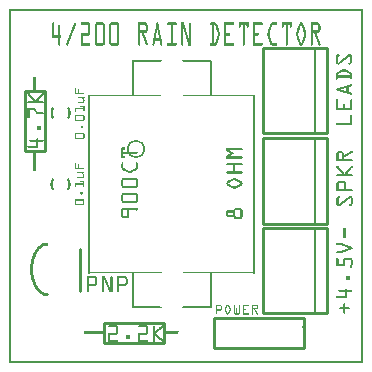
<source format=gto>
G04 MADE WITH FRITZING*
G04 WWW.FRITZING.ORG*
G04 DOUBLE SIDED*
G04 HOLES PLATED*
G04 CONTOUR ON CENTER OF CONTOUR VECTOR*
%ASAXBY*%
%FSLAX23Y23*%
%MOIN*%
%OFA0B0*%
%SFA1.0B1.0*%
%ADD10C,0.060921X0.0509212*%
%ADD11C,0.010000*%
%ADD12C,0.005000*%
%ADD13R,0.001000X0.001000*%
%LNSILK1*%
G90*
G70*
G54D10*
X424Y715D03*
G54D11*
X983Y152D02*
X683Y152D01*
D02*
X683Y152D02*
X683Y52D01*
D02*
X683Y52D02*
X983Y52D01*
D02*
X983Y52D02*
X983Y152D01*
D02*
X317Y134D02*
X517Y134D01*
D02*
X517Y134D02*
X517Y68D01*
D02*
X517Y68D02*
X317Y68D01*
D02*
X317Y68D02*
X317Y134D01*
D02*
X54Y707D02*
X54Y907D01*
D02*
X54Y907D02*
X120Y907D01*
D02*
X120Y907D02*
X120Y707D01*
D02*
X120Y707D02*
X54Y707D01*
D02*
X235Y380D02*
X235Y240D01*
D02*
X845Y751D02*
X845Y465D01*
D02*
X845Y465D02*
X1061Y465D01*
D02*
X1061Y465D02*
X1061Y751D01*
D02*
X1061Y751D02*
X845Y751D01*
G54D12*
D02*
X1021Y465D02*
X1021Y751D01*
G54D11*
D02*
X845Y1051D02*
X845Y766D01*
D02*
X845Y766D02*
X1061Y766D01*
D02*
X1061Y766D02*
X1061Y1051D01*
D02*
X1061Y1051D02*
X845Y1051D01*
G54D12*
D02*
X1021Y766D02*
X1021Y1051D01*
G54D11*
D02*
X845Y451D02*
X845Y166D01*
D02*
X845Y166D02*
X1061Y166D01*
D02*
X1061Y166D02*
X1061Y451D01*
D02*
X1061Y451D02*
X845Y451D01*
G54D12*
D02*
X1021Y166D02*
X1021Y451D01*
D02*
X267Y892D02*
X267Y301D01*
D02*
X818Y301D02*
X818Y892D01*
D02*
X412Y894D02*
X412Y1007D01*
D02*
X672Y1007D02*
X672Y893D01*
D02*
X412Y301D02*
X412Y187D01*
D02*
X672Y187D02*
X672Y301D01*
G54D13*
X0Y1181D02*
X1180Y1181D01*
X0Y1180D02*
X1180Y1180D01*
X0Y1179D02*
X1180Y1179D01*
X0Y1178D02*
X1180Y1178D01*
X0Y1177D02*
X1180Y1177D01*
X0Y1176D02*
X1180Y1176D01*
X0Y1175D02*
X1180Y1175D01*
X0Y1174D02*
X1180Y1174D01*
X0Y1173D02*
X7Y1173D01*
X1173Y1173D02*
X1180Y1173D01*
X0Y1172D02*
X7Y1172D01*
X1173Y1172D02*
X1180Y1172D01*
X0Y1171D02*
X7Y1171D01*
X1173Y1171D02*
X1180Y1171D01*
X0Y1170D02*
X7Y1170D01*
X1173Y1170D02*
X1180Y1170D01*
X0Y1169D02*
X7Y1169D01*
X1173Y1169D02*
X1180Y1169D01*
X0Y1168D02*
X7Y1168D01*
X1173Y1168D02*
X1180Y1168D01*
X0Y1167D02*
X7Y1167D01*
X1173Y1167D02*
X1180Y1167D01*
X0Y1166D02*
X7Y1166D01*
X1173Y1166D02*
X1180Y1166D01*
X0Y1165D02*
X7Y1165D01*
X1173Y1165D02*
X1180Y1165D01*
X0Y1164D02*
X7Y1164D01*
X1173Y1164D02*
X1180Y1164D01*
X0Y1163D02*
X7Y1163D01*
X1173Y1163D02*
X1180Y1163D01*
X0Y1162D02*
X7Y1162D01*
X1173Y1162D02*
X1180Y1162D01*
X0Y1161D02*
X7Y1161D01*
X1173Y1161D02*
X1180Y1161D01*
X0Y1160D02*
X7Y1160D01*
X1173Y1160D02*
X1180Y1160D01*
X0Y1159D02*
X7Y1159D01*
X1173Y1159D02*
X1180Y1159D01*
X0Y1158D02*
X7Y1158D01*
X1173Y1158D02*
X1180Y1158D01*
X0Y1157D02*
X7Y1157D01*
X1173Y1157D02*
X1180Y1157D01*
X0Y1156D02*
X7Y1156D01*
X1173Y1156D02*
X1180Y1156D01*
X0Y1155D02*
X7Y1155D01*
X1173Y1155D02*
X1180Y1155D01*
X0Y1154D02*
X7Y1154D01*
X1173Y1154D02*
X1180Y1154D01*
X0Y1153D02*
X7Y1153D01*
X1173Y1153D02*
X1180Y1153D01*
X0Y1152D02*
X7Y1152D01*
X1173Y1152D02*
X1180Y1152D01*
X0Y1151D02*
X7Y1151D01*
X1173Y1151D02*
X1180Y1151D01*
X0Y1150D02*
X7Y1150D01*
X1173Y1150D02*
X1180Y1150D01*
X0Y1149D02*
X7Y1149D01*
X1173Y1149D02*
X1180Y1149D01*
X0Y1148D02*
X7Y1148D01*
X1173Y1148D02*
X1180Y1148D01*
X0Y1147D02*
X7Y1147D01*
X1173Y1147D02*
X1180Y1147D01*
X0Y1146D02*
X7Y1146D01*
X1173Y1146D02*
X1180Y1146D01*
X0Y1145D02*
X7Y1145D01*
X1173Y1145D02*
X1180Y1145D01*
X0Y1144D02*
X7Y1144D01*
X1173Y1144D02*
X1180Y1144D01*
X0Y1143D02*
X7Y1143D01*
X1173Y1143D02*
X1180Y1143D01*
X0Y1142D02*
X7Y1142D01*
X1173Y1142D02*
X1180Y1142D01*
X0Y1141D02*
X7Y1141D01*
X1173Y1141D02*
X1180Y1141D01*
X0Y1140D02*
X7Y1140D01*
X1173Y1140D02*
X1180Y1140D01*
X0Y1139D02*
X7Y1139D01*
X1173Y1139D02*
X1180Y1139D01*
X0Y1138D02*
X7Y1138D01*
X1173Y1138D02*
X1180Y1138D01*
X0Y1137D02*
X7Y1137D01*
X1173Y1137D02*
X1180Y1137D01*
X0Y1136D02*
X7Y1136D01*
X147Y1136D02*
X148Y1136D01*
X219Y1136D02*
X221Y1136D01*
X241Y1136D02*
X266Y1136D01*
X292Y1136D02*
X314Y1136D01*
X340Y1136D02*
X362Y1136D01*
X431Y1136D02*
X455Y1136D01*
X494Y1136D02*
X495Y1136D01*
X529Y1136D02*
X556Y1136D01*
X575Y1136D02*
X582Y1136D01*
X603Y1136D02*
X604Y1136D01*
X673Y1136D02*
X687Y1136D01*
X718Y1136D02*
X748Y1136D01*
X766Y1136D02*
X798Y1136D01*
X814Y1136D02*
X844Y1136D01*
X877Y1136D02*
X892Y1136D01*
X910Y1136D02*
X942Y1136D01*
X972Y1136D02*
X975Y1136D01*
X1006Y1136D02*
X1030Y1136D01*
X1173Y1136D02*
X1180Y1136D01*
X0Y1135D02*
X7Y1135D01*
X146Y1135D02*
X149Y1135D01*
X218Y1135D02*
X222Y1135D01*
X240Y1135D02*
X268Y1135D01*
X290Y1135D02*
X315Y1135D01*
X338Y1135D02*
X363Y1135D01*
X431Y1135D02*
X457Y1135D01*
X493Y1135D02*
X496Y1135D01*
X528Y1135D02*
X557Y1135D01*
X574Y1135D02*
X583Y1135D01*
X602Y1135D02*
X605Y1135D01*
X671Y1135D02*
X689Y1135D01*
X718Y1135D02*
X749Y1135D01*
X766Y1135D02*
X798Y1135D01*
X814Y1135D02*
X845Y1135D01*
X875Y1135D02*
X893Y1135D01*
X910Y1135D02*
X942Y1135D01*
X971Y1135D02*
X977Y1135D01*
X1006Y1135D02*
X1032Y1135D01*
X1173Y1135D02*
X1180Y1135D01*
X0Y1134D02*
X7Y1134D01*
X145Y1134D02*
X150Y1134D01*
X218Y1134D02*
X222Y1134D01*
X240Y1134D02*
X268Y1134D01*
X289Y1134D02*
X316Y1134D01*
X337Y1134D02*
X364Y1134D01*
X431Y1134D02*
X458Y1134D01*
X492Y1134D02*
X497Y1134D01*
X527Y1134D02*
X558Y1134D01*
X574Y1134D02*
X583Y1134D01*
X601Y1134D02*
X606Y1134D01*
X671Y1134D02*
X690Y1134D01*
X718Y1134D02*
X750Y1134D01*
X766Y1134D02*
X798Y1134D01*
X814Y1134D02*
X846Y1134D01*
X874Y1134D02*
X894Y1134D01*
X910Y1134D02*
X942Y1134D01*
X970Y1134D02*
X978Y1134D01*
X1006Y1134D02*
X1033Y1134D01*
X1173Y1134D02*
X1180Y1134D01*
X0Y1133D02*
X7Y1133D01*
X145Y1133D02*
X150Y1133D01*
X217Y1133D02*
X223Y1133D01*
X239Y1133D02*
X269Y1133D01*
X289Y1133D02*
X317Y1133D01*
X337Y1133D02*
X365Y1133D01*
X431Y1133D02*
X459Y1133D01*
X492Y1133D02*
X497Y1133D01*
X527Y1133D02*
X558Y1133D01*
X574Y1133D02*
X583Y1133D01*
X601Y1133D02*
X606Y1133D01*
X671Y1133D02*
X691Y1133D01*
X718Y1133D02*
X750Y1133D01*
X766Y1133D02*
X798Y1133D01*
X814Y1133D02*
X846Y1133D01*
X873Y1133D02*
X894Y1133D01*
X910Y1133D02*
X942Y1133D01*
X969Y1133D02*
X979Y1133D01*
X1006Y1133D02*
X1034Y1133D01*
X1173Y1133D02*
X1180Y1133D01*
X0Y1132D02*
X7Y1132D01*
X145Y1132D02*
X150Y1132D01*
X217Y1132D02*
X223Y1132D01*
X239Y1132D02*
X270Y1132D01*
X288Y1132D02*
X318Y1132D01*
X336Y1132D02*
X366Y1132D01*
X431Y1132D02*
X460Y1132D01*
X492Y1132D02*
X497Y1132D01*
X527Y1132D02*
X559Y1132D01*
X574Y1132D02*
X584Y1132D01*
X601Y1132D02*
X606Y1132D01*
X670Y1132D02*
X692Y1132D01*
X718Y1132D02*
X750Y1132D01*
X766Y1132D02*
X798Y1132D01*
X814Y1132D02*
X846Y1132D01*
X872Y1132D02*
X894Y1132D01*
X910Y1132D02*
X942Y1132D01*
X968Y1132D02*
X980Y1132D01*
X1006Y1132D02*
X1035Y1132D01*
X1173Y1132D02*
X1180Y1132D01*
X0Y1131D02*
X7Y1131D01*
X145Y1131D02*
X150Y1131D01*
X217Y1131D02*
X223Y1131D01*
X239Y1131D02*
X270Y1131D01*
X288Y1131D02*
X318Y1131D01*
X336Y1131D02*
X366Y1131D01*
X431Y1131D02*
X460Y1131D01*
X492Y1131D02*
X498Y1131D01*
X527Y1131D02*
X559Y1131D01*
X574Y1131D02*
X584Y1131D01*
X601Y1131D02*
X607Y1131D01*
X670Y1131D02*
X693Y1131D01*
X718Y1131D02*
X750Y1131D01*
X766Y1131D02*
X798Y1131D01*
X814Y1131D02*
X846Y1131D01*
X872Y1131D02*
X894Y1131D01*
X910Y1131D02*
X942Y1131D01*
X968Y1131D02*
X980Y1131D01*
X1006Y1131D02*
X1035Y1131D01*
X1173Y1131D02*
X1180Y1131D01*
X0Y1130D02*
X7Y1130D01*
X145Y1130D02*
X150Y1130D01*
X216Y1130D02*
X223Y1130D01*
X239Y1130D02*
X270Y1130D01*
X287Y1130D02*
X318Y1130D01*
X335Y1130D02*
X366Y1130D01*
X431Y1130D02*
X461Y1130D01*
X491Y1130D02*
X498Y1130D01*
X527Y1130D02*
X558Y1130D01*
X574Y1130D02*
X584Y1130D01*
X601Y1130D02*
X607Y1130D01*
X671Y1130D02*
X693Y1130D01*
X718Y1130D02*
X750Y1130D01*
X766Y1130D02*
X798Y1130D01*
X814Y1130D02*
X846Y1130D01*
X871Y1130D02*
X894Y1130D01*
X910Y1130D02*
X942Y1130D01*
X967Y1130D02*
X981Y1130D01*
X1006Y1130D02*
X1036Y1130D01*
X1173Y1130D02*
X1180Y1130D01*
X0Y1129D02*
X7Y1129D01*
X145Y1129D02*
X150Y1129D01*
X216Y1129D02*
X223Y1129D01*
X239Y1129D02*
X271Y1129D01*
X287Y1129D02*
X319Y1129D01*
X335Y1129D02*
X367Y1129D01*
X431Y1129D02*
X461Y1129D01*
X491Y1129D02*
X498Y1129D01*
X527Y1129D02*
X558Y1129D01*
X574Y1129D02*
X584Y1129D01*
X601Y1129D02*
X607Y1129D01*
X671Y1129D02*
X694Y1129D01*
X718Y1129D02*
X750Y1129D01*
X766Y1129D02*
X798Y1129D01*
X814Y1129D02*
X846Y1129D01*
X871Y1129D02*
X894Y1129D01*
X910Y1129D02*
X942Y1129D01*
X967Y1129D02*
X981Y1129D01*
X1006Y1129D02*
X1036Y1129D01*
X1173Y1129D02*
X1180Y1129D01*
X0Y1128D02*
X7Y1128D01*
X145Y1128D02*
X150Y1128D01*
X215Y1128D02*
X222Y1128D01*
X240Y1128D02*
X271Y1128D01*
X287Y1128D02*
X319Y1128D01*
X335Y1128D02*
X367Y1128D01*
X431Y1128D02*
X462Y1128D01*
X491Y1128D02*
X498Y1128D01*
X527Y1128D02*
X558Y1128D01*
X574Y1128D02*
X585Y1128D01*
X601Y1128D02*
X607Y1128D01*
X671Y1128D02*
X694Y1128D01*
X718Y1128D02*
X749Y1128D01*
X766Y1128D02*
X798Y1128D01*
X814Y1128D02*
X845Y1128D01*
X870Y1128D02*
X893Y1128D01*
X910Y1128D02*
X942Y1128D01*
X966Y1128D02*
X982Y1128D01*
X1006Y1128D02*
X1037Y1128D01*
X1173Y1128D02*
X1180Y1128D01*
X0Y1127D02*
X7Y1127D01*
X145Y1127D02*
X150Y1127D01*
X166Y1127D02*
X169Y1127D01*
X215Y1127D02*
X222Y1127D01*
X241Y1127D02*
X271Y1127D01*
X287Y1127D02*
X319Y1127D01*
X335Y1127D02*
X367Y1127D01*
X431Y1127D02*
X462Y1127D01*
X491Y1127D02*
X498Y1127D01*
X528Y1127D02*
X557Y1127D01*
X574Y1127D02*
X585Y1127D01*
X601Y1127D02*
X607Y1127D01*
X672Y1127D02*
X694Y1127D01*
X718Y1127D02*
X749Y1127D01*
X766Y1127D02*
X798Y1127D01*
X814Y1127D02*
X844Y1127D01*
X870Y1127D02*
X892Y1127D01*
X910Y1127D02*
X942Y1127D01*
X966Y1127D02*
X982Y1127D01*
X1006Y1127D02*
X1037Y1127D01*
X1173Y1127D02*
X1180Y1127D01*
X0Y1126D02*
X7Y1126D01*
X145Y1126D02*
X150Y1126D01*
X165Y1126D02*
X169Y1126D01*
X215Y1126D02*
X222Y1126D01*
X265Y1126D02*
X271Y1126D01*
X287Y1126D02*
X293Y1126D01*
X313Y1126D02*
X319Y1126D01*
X335Y1126D02*
X341Y1126D01*
X361Y1126D02*
X367Y1126D01*
X431Y1126D02*
X437Y1126D01*
X455Y1126D02*
X462Y1126D01*
X491Y1126D02*
X499Y1126D01*
X540Y1126D02*
X546Y1126D01*
X574Y1126D02*
X585Y1126D01*
X601Y1126D02*
X607Y1126D01*
X677Y1126D02*
X683Y1126D01*
X687Y1126D02*
X695Y1126D01*
X718Y1126D02*
X724Y1126D01*
X766Y1126D02*
X772Y1126D01*
X779Y1126D02*
X785Y1126D01*
X792Y1126D02*
X798Y1126D01*
X814Y1126D02*
X820Y1126D01*
X870Y1126D02*
X877Y1126D01*
X910Y1126D02*
X916Y1126D01*
X923Y1126D02*
X929Y1126D01*
X936Y1126D02*
X942Y1126D01*
X966Y1126D02*
X973Y1126D01*
X975Y1126D02*
X982Y1126D01*
X1006Y1126D02*
X1012Y1126D01*
X1030Y1126D02*
X1037Y1126D01*
X1173Y1126D02*
X1180Y1126D01*
X0Y1125D02*
X7Y1125D01*
X145Y1125D02*
X150Y1125D01*
X165Y1125D02*
X170Y1125D01*
X214Y1125D02*
X221Y1125D01*
X265Y1125D02*
X271Y1125D01*
X287Y1125D02*
X293Y1125D01*
X313Y1125D02*
X319Y1125D01*
X335Y1125D02*
X341Y1125D01*
X361Y1125D02*
X367Y1125D01*
X431Y1125D02*
X436Y1125D01*
X456Y1125D02*
X462Y1125D01*
X490Y1125D02*
X499Y1125D01*
X540Y1125D02*
X545Y1125D01*
X574Y1125D02*
X586Y1125D01*
X601Y1125D02*
X607Y1125D01*
X677Y1125D02*
X683Y1125D01*
X688Y1125D02*
X695Y1125D01*
X718Y1125D02*
X724Y1125D01*
X766Y1125D02*
X772Y1125D01*
X779Y1125D02*
X785Y1125D01*
X793Y1125D02*
X798Y1125D01*
X814Y1125D02*
X820Y1125D01*
X869Y1125D02*
X876Y1125D01*
X910Y1125D02*
X916Y1125D01*
X923Y1125D02*
X929Y1125D01*
X936Y1125D02*
X942Y1125D01*
X965Y1125D02*
X972Y1125D01*
X976Y1125D02*
X983Y1125D01*
X1006Y1125D02*
X1012Y1125D01*
X1031Y1125D02*
X1038Y1125D01*
X1173Y1125D02*
X1180Y1125D01*
X0Y1124D02*
X7Y1124D01*
X145Y1124D02*
X150Y1124D01*
X165Y1124D02*
X170Y1124D01*
X214Y1124D02*
X221Y1124D01*
X265Y1124D02*
X271Y1124D01*
X287Y1124D02*
X293Y1124D01*
X313Y1124D02*
X319Y1124D01*
X335Y1124D02*
X341Y1124D01*
X361Y1124D02*
X367Y1124D01*
X431Y1124D02*
X436Y1124D01*
X456Y1124D02*
X463Y1124D01*
X490Y1124D02*
X499Y1124D01*
X540Y1124D02*
X545Y1124D01*
X574Y1124D02*
X586Y1124D01*
X601Y1124D02*
X607Y1124D01*
X677Y1124D02*
X683Y1124D01*
X689Y1124D02*
X695Y1124D01*
X718Y1124D02*
X724Y1124D01*
X766Y1124D02*
X772Y1124D01*
X779Y1124D02*
X785Y1124D01*
X793Y1124D02*
X798Y1124D01*
X814Y1124D02*
X820Y1124D01*
X869Y1124D02*
X876Y1124D01*
X910Y1124D02*
X916Y1124D01*
X923Y1124D02*
X929Y1124D01*
X936Y1124D02*
X942Y1124D01*
X965Y1124D02*
X972Y1124D01*
X976Y1124D02*
X983Y1124D01*
X1006Y1124D02*
X1012Y1124D01*
X1032Y1124D02*
X1038Y1124D01*
X1173Y1124D02*
X1180Y1124D01*
X0Y1123D02*
X7Y1123D01*
X145Y1123D02*
X150Y1123D01*
X164Y1123D02*
X170Y1123D01*
X214Y1123D02*
X220Y1123D01*
X265Y1123D02*
X271Y1123D01*
X287Y1123D02*
X293Y1123D01*
X313Y1123D02*
X319Y1123D01*
X335Y1123D02*
X341Y1123D01*
X361Y1123D02*
X367Y1123D01*
X431Y1123D02*
X436Y1123D01*
X457Y1123D02*
X463Y1123D01*
X490Y1123D02*
X499Y1123D01*
X540Y1123D02*
X545Y1123D01*
X574Y1123D02*
X586Y1123D01*
X601Y1123D02*
X607Y1123D01*
X677Y1123D02*
X683Y1123D01*
X689Y1123D02*
X696Y1123D01*
X718Y1123D02*
X724Y1123D01*
X766Y1123D02*
X772Y1123D01*
X779Y1123D02*
X785Y1123D01*
X793Y1123D02*
X798Y1123D01*
X814Y1123D02*
X820Y1123D01*
X869Y1123D02*
X875Y1123D01*
X910Y1123D02*
X916Y1123D01*
X923Y1123D02*
X929Y1123D01*
X936Y1123D02*
X942Y1123D01*
X965Y1123D02*
X971Y1123D01*
X977Y1123D02*
X983Y1123D01*
X1006Y1123D02*
X1012Y1123D01*
X1032Y1123D02*
X1038Y1123D01*
X1173Y1123D02*
X1180Y1123D01*
X0Y1122D02*
X7Y1122D01*
X145Y1122D02*
X150Y1122D01*
X164Y1122D02*
X170Y1122D01*
X213Y1122D02*
X220Y1122D01*
X265Y1122D02*
X271Y1122D01*
X287Y1122D02*
X293Y1122D01*
X313Y1122D02*
X319Y1122D01*
X335Y1122D02*
X341Y1122D01*
X361Y1122D02*
X367Y1122D01*
X431Y1122D02*
X436Y1122D01*
X457Y1122D02*
X463Y1122D01*
X490Y1122D02*
X499Y1122D01*
X540Y1122D02*
X545Y1122D01*
X574Y1122D02*
X586Y1122D01*
X601Y1122D02*
X607Y1122D01*
X677Y1122D02*
X683Y1122D01*
X689Y1122D02*
X696Y1122D01*
X718Y1122D02*
X724Y1122D01*
X766Y1122D02*
X772Y1122D01*
X779Y1122D02*
X785Y1122D01*
X793Y1122D02*
X798Y1122D01*
X814Y1122D02*
X820Y1122D01*
X868Y1122D02*
X875Y1122D01*
X910Y1122D02*
X916Y1122D01*
X923Y1122D02*
X929Y1122D01*
X936Y1122D02*
X942Y1122D01*
X964Y1122D02*
X971Y1122D01*
X977Y1122D02*
X984Y1122D01*
X1006Y1122D02*
X1012Y1122D01*
X1032Y1122D02*
X1038Y1122D01*
X1173Y1122D02*
X1180Y1122D01*
X0Y1121D02*
X7Y1121D01*
X145Y1121D02*
X150Y1121D01*
X164Y1121D02*
X170Y1121D01*
X213Y1121D02*
X220Y1121D01*
X265Y1121D02*
X271Y1121D01*
X287Y1121D02*
X293Y1121D01*
X313Y1121D02*
X319Y1121D01*
X335Y1121D02*
X341Y1121D01*
X361Y1121D02*
X367Y1121D01*
X431Y1121D02*
X436Y1121D01*
X457Y1121D02*
X463Y1121D01*
X490Y1121D02*
X500Y1121D01*
X540Y1121D02*
X545Y1121D01*
X574Y1121D02*
X587Y1121D01*
X601Y1121D02*
X607Y1121D01*
X677Y1121D02*
X683Y1121D01*
X690Y1121D02*
X696Y1121D01*
X718Y1121D02*
X724Y1121D01*
X766Y1121D02*
X772Y1121D01*
X779Y1121D02*
X785Y1121D01*
X793Y1121D02*
X798Y1121D01*
X814Y1121D02*
X820Y1121D01*
X868Y1121D02*
X875Y1121D01*
X910Y1121D02*
X915Y1121D01*
X923Y1121D02*
X929Y1121D01*
X937Y1121D02*
X942Y1121D01*
X964Y1121D02*
X971Y1121D01*
X977Y1121D02*
X984Y1121D01*
X1006Y1121D02*
X1012Y1121D01*
X1032Y1121D02*
X1038Y1121D01*
X1173Y1121D02*
X1180Y1121D01*
X0Y1120D02*
X7Y1120D01*
X145Y1120D02*
X150Y1120D01*
X164Y1120D02*
X170Y1120D01*
X212Y1120D02*
X219Y1120D01*
X265Y1120D02*
X271Y1120D01*
X287Y1120D02*
X293Y1120D01*
X313Y1120D02*
X319Y1120D01*
X335Y1120D02*
X341Y1120D01*
X361Y1120D02*
X367Y1120D01*
X431Y1120D02*
X436Y1120D01*
X457Y1120D02*
X463Y1120D01*
X489Y1120D02*
X500Y1120D01*
X540Y1120D02*
X545Y1120D01*
X574Y1120D02*
X587Y1120D01*
X601Y1120D02*
X607Y1120D01*
X677Y1120D02*
X683Y1120D01*
X690Y1120D02*
X697Y1120D01*
X718Y1120D02*
X724Y1120D01*
X767Y1120D02*
X771Y1120D01*
X779Y1120D02*
X785Y1120D01*
X793Y1120D02*
X798Y1120D01*
X814Y1120D02*
X820Y1120D01*
X868Y1120D02*
X874Y1120D01*
X911Y1120D02*
X915Y1120D01*
X923Y1120D02*
X929Y1120D01*
X937Y1120D02*
X941Y1120D01*
X964Y1120D02*
X970Y1120D01*
X978Y1120D02*
X984Y1120D01*
X1006Y1120D02*
X1012Y1120D01*
X1032Y1120D02*
X1038Y1120D01*
X1173Y1120D02*
X1180Y1120D01*
X0Y1119D02*
X7Y1119D01*
X145Y1119D02*
X150Y1119D01*
X164Y1119D02*
X170Y1119D01*
X212Y1119D02*
X219Y1119D01*
X265Y1119D02*
X271Y1119D01*
X287Y1119D02*
X293Y1119D01*
X313Y1119D02*
X319Y1119D01*
X335Y1119D02*
X341Y1119D01*
X361Y1119D02*
X367Y1119D01*
X431Y1119D02*
X436Y1119D01*
X457Y1119D02*
X463Y1119D01*
X489Y1119D02*
X500Y1119D01*
X540Y1119D02*
X545Y1119D01*
X574Y1119D02*
X587Y1119D01*
X601Y1119D02*
X607Y1119D01*
X677Y1119D02*
X683Y1119D01*
X690Y1119D02*
X697Y1119D01*
X718Y1119D02*
X724Y1119D01*
X767Y1119D02*
X771Y1119D01*
X779Y1119D02*
X785Y1119D01*
X794Y1119D02*
X797Y1119D01*
X814Y1119D02*
X820Y1119D01*
X867Y1119D02*
X874Y1119D01*
X911Y1119D02*
X914Y1119D01*
X923Y1119D02*
X929Y1119D01*
X938Y1119D02*
X941Y1119D01*
X963Y1119D02*
X970Y1119D01*
X978Y1119D02*
X985Y1119D01*
X1006Y1119D02*
X1012Y1119D01*
X1032Y1119D02*
X1038Y1119D01*
X1173Y1119D02*
X1180Y1119D01*
X0Y1118D02*
X7Y1118D01*
X145Y1118D02*
X150Y1118D01*
X164Y1118D02*
X170Y1118D01*
X212Y1118D02*
X218Y1118D01*
X265Y1118D02*
X271Y1118D01*
X287Y1118D02*
X293Y1118D01*
X313Y1118D02*
X319Y1118D01*
X335Y1118D02*
X341Y1118D01*
X361Y1118D02*
X367Y1118D01*
X431Y1118D02*
X436Y1118D01*
X457Y1118D02*
X463Y1118D01*
X489Y1118D02*
X500Y1118D01*
X540Y1118D02*
X545Y1118D01*
X574Y1118D02*
X588Y1118D01*
X601Y1118D02*
X607Y1118D01*
X677Y1118D02*
X683Y1118D01*
X691Y1118D02*
X697Y1118D01*
X718Y1118D02*
X724Y1118D01*
X769Y1118D02*
X769Y1118D01*
X779Y1118D02*
X785Y1118D01*
X795Y1118D02*
X796Y1118D01*
X814Y1118D02*
X820Y1118D01*
X867Y1118D02*
X874Y1118D01*
X913Y1118D02*
X913Y1118D01*
X923Y1118D02*
X929Y1118D01*
X939Y1118D02*
X939Y1118D01*
X963Y1118D02*
X970Y1118D01*
X978Y1118D02*
X985Y1118D01*
X1006Y1118D02*
X1012Y1118D01*
X1032Y1118D02*
X1038Y1118D01*
X1173Y1118D02*
X1180Y1118D01*
X0Y1117D02*
X7Y1117D01*
X145Y1117D02*
X150Y1117D01*
X164Y1117D02*
X170Y1117D01*
X211Y1117D02*
X218Y1117D01*
X265Y1117D02*
X271Y1117D01*
X287Y1117D02*
X293Y1117D01*
X313Y1117D02*
X319Y1117D01*
X335Y1117D02*
X341Y1117D01*
X361Y1117D02*
X367Y1117D01*
X431Y1117D02*
X436Y1117D01*
X457Y1117D02*
X463Y1117D01*
X489Y1117D02*
X500Y1117D01*
X540Y1117D02*
X545Y1117D01*
X574Y1117D02*
X588Y1117D01*
X601Y1117D02*
X607Y1117D01*
X677Y1117D02*
X683Y1117D01*
X691Y1117D02*
X698Y1117D01*
X718Y1117D02*
X724Y1117D01*
X779Y1117D02*
X785Y1117D01*
X814Y1117D02*
X820Y1117D01*
X867Y1117D02*
X873Y1117D01*
X923Y1117D02*
X929Y1117D01*
X963Y1117D02*
X969Y1117D01*
X979Y1117D02*
X985Y1117D01*
X1006Y1117D02*
X1012Y1117D01*
X1032Y1117D02*
X1038Y1117D01*
X1173Y1117D02*
X1180Y1117D01*
X0Y1116D02*
X7Y1116D01*
X145Y1116D02*
X150Y1116D01*
X164Y1116D02*
X170Y1116D01*
X211Y1116D02*
X218Y1116D01*
X265Y1116D02*
X271Y1116D01*
X287Y1116D02*
X293Y1116D01*
X313Y1116D02*
X319Y1116D01*
X335Y1116D02*
X341Y1116D01*
X361Y1116D02*
X367Y1116D01*
X431Y1116D02*
X436Y1116D01*
X457Y1116D02*
X463Y1116D01*
X489Y1116D02*
X501Y1116D01*
X540Y1116D02*
X545Y1116D01*
X574Y1116D02*
X580Y1116D01*
X582Y1116D02*
X588Y1116D01*
X601Y1116D02*
X607Y1116D01*
X677Y1116D02*
X683Y1116D01*
X691Y1116D02*
X698Y1116D01*
X718Y1116D02*
X724Y1116D01*
X779Y1116D02*
X785Y1116D01*
X814Y1116D02*
X820Y1116D01*
X866Y1116D02*
X873Y1116D01*
X923Y1116D02*
X929Y1116D01*
X962Y1116D02*
X969Y1116D01*
X979Y1116D02*
X986Y1116D01*
X1006Y1116D02*
X1012Y1116D01*
X1032Y1116D02*
X1038Y1116D01*
X1173Y1116D02*
X1180Y1116D01*
X0Y1115D02*
X7Y1115D01*
X145Y1115D02*
X150Y1115D01*
X164Y1115D02*
X170Y1115D01*
X210Y1115D02*
X217Y1115D01*
X265Y1115D02*
X271Y1115D01*
X287Y1115D02*
X293Y1115D01*
X313Y1115D02*
X319Y1115D01*
X335Y1115D02*
X341Y1115D01*
X361Y1115D02*
X367Y1115D01*
X431Y1115D02*
X436Y1115D01*
X457Y1115D02*
X463Y1115D01*
X488Y1115D02*
X501Y1115D01*
X540Y1115D02*
X545Y1115D01*
X574Y1115D02*
X580Y1115D01*
X582Y1115D02*
X589Y1115D01*
X601Y1115D02*
X607Y1115D01*
X677Y1115D02*
X683Y1115D01*
X692Y1115D02*
X698Y1115D01*
X718Y1115D02*
X724Y1115D01*
X779Y1115D02*
X785Y1115D01*
X814Y1115D02*
X820Y1115D01*
X866Y1115D02*
X873Y1115D01*
X923Y1115D02*
X929Y1115D01*
X962Y1115D02*
X969Y1115D01*
X979Y1115D02*
X986Y1115D01*
X1006Y1115D02*
X1012Y1115D01*
X1032Y1115D02*
X1038Y1115D01*
X1173Y1115D02*
X1180Y1115D01*
X0Y1114D02*
X7Y1114D01*
X145Y1114D02*
X150Y1114D01*
X164Y1114D02*
X170Y1114D01*
X210Y1114D02*
X217Y1114D01*
X265Y1114D02*
X271Y1114D01*
X287Y1114D02*
X293Y1114D01*
X313Y1114D02*
X319Y1114D01*
X335Y1114D02*
X341Y1114D01*
X361Y1114D02*
X367Y1114D01*
X431Y1114D02*
X436Y1114D01*
X457Y1114D02*
X463Y1114D01*
X488Y1114D02*
X501Y1114D01*
X540Y1114D02*
X545Y1114D01*
X574Y1114D02*
X580Y1114D01*
X582Y1114D02*
X589Y1114D01*
X601Y1114D02*
X607Y1114D01*
X677Y1114D02*
X683Y1114D01*
X692Y1114D02*
X699Y1114D01*
X718Y1114D02*
X724Y1114D01*
X779Y1114D02*
X785Y1114D01*
X814Y1114D02*
X820Y1114D01*
X866Y1114D02*
X872Y1114D01*
X923Y1114D02*
X929Y1114D01*
X962Y1114D02*
X968Y1114D01*
X980Y1114D02*
X986Y1114D01*
X1006Y1114D02*
X1012Y1114D01*
X1032Y1114D02*
X1038Y1114D01*
X1173Y1114D02*
X1180Y1114D01*
X0Y1113D02*
X7Y1113D01*
X145Y1113D02*
X150Y1113D01*
X164Y1113D02*
X170Y1113D01*
X210Y1113D02*
X216Y1113D01*
X265Y1113D02*
X271Y1113D01*
X287Y1113D02*
X293Y1113D01*
X313Y1113D02*
X319Y1113D01*
X335Y1113D02*
X341Y1113D01*
X361Y1113D02*
X367Y1113D01*
X431Y1113D02*
X436Y1113D01*
X456Y1113D02*
X463Y1113D01*
X488Y1113D02*
X501Y1113D01*
X540Y1113D02*
X545Y1113D01*
X574Y1113D02*
X580Y1113D01*
X583Y1113D02*
X589Y1113D01*
X601Y1113D02*
X607Y1113D01*
X677Y1113D02*
X683Y1113D01*
X692Y1113D02*
X699Y1113D01*
X718Y1113D02*
X724Y1113D01*
X779Y1113D02*
X785Y1113D01*
X814Y1113D02*
X820Y1113D01*
X865Y1113D02*
X872Y1113D01*
X923Y1113D02*
X929Y1113D01*
X961Y1113D02*
X968Y1113D01*
X980Y1113D02*
X987Y1113D01*
X1006Y1113D02*
X1012Y1113D01*
X1031Y1113D02*
X1038Y1113D01*
X1173Y1113D02*
X1180Y1113D01*
X0Y1112D02*
X7Y1112D01*
X145Y1112D02*
X150Y1112D01*
X164Y1112D02*
X170Y1112D01*
X209Y1112D02*
X216Y1112D01*
X265Y1112D02*
X271Y1112D01*
X287Y1112D02*
X293Y1112D01*
X313Y1112D02*
X319Y1112D01*
X335Y1112D02*
X341Y1112D01*
X361Y1112D02*
X367Y1112D01*
X431Y1112D02*
X436Y1112D01*
X456Y1112D02*
X462Y1112D01*
X488Y1112D02*
X501Y1112D01*
X540Y1112D02*
X545Y1112D01*
X574Y1112D02*
X580Y1112D01*
X583Y1112D02*
X589Y1112D01*
X601Y1112D02*
X607Y1112D01*
X677Y1112D02*
X683Y1112D01*
X693Y1112D02*
X699Y1112D01*
X718Y1112D02*
X724Y1112D01*
X779Y1112D02*
X785Y1112D01*
X814Y1112D02*
X820Y1112D01*
X865Y1112D02*
X872Y1112D01*
X923Y1112D02*
X929Y1112D01*
X961Y1112D02*
X967Y1112D01*
X980Y1112D02*
X987Y1112D01*
X1006Y1112D02*
X1012Y1112D01*
X1031Y1112D02*
X1038Y1112D01*
X1173Y1112D02*
X1180Y1112D01*
X0Y1111D02*
X7Y1111D01*
X145Y1111D02*
X150Y1111D01*
X164Y1111D02*
X170Y1111D01*
X209Y1111D02*
X216Y1111D01*
X265Y1111D02*
X271Y1111D01*
X287Y1111D02*
X293Y1111D01*
X313Y1111D02*
X319Y1111D01*
X335Y1111D02*
X341Y1111D01*
X361Y1111D02*
X367Y1111D01*
X431Y1111D02*
X437Y1111D01*
X454Y1111D02*
X462Y1111D01*
X488Y1111D02*
X494Y1111D01*
X496Y1111D02*
X502Y1111D01*
X540Y1111D02*
X545Y1111D01*
X574Y1111D02*
X580Y1111D01*
X583Y1111D02*
X590Y1111D01*
X601Y1111D02*
X607Y1111D01*
X677Y1111D02*
X683Y1111D01*
X693Y1111D02*
X700Y1111D01*
X718Y1111D02*
X724Y1111D01*
X779Y1111D02*
X785Y1111D01*
X814Y1111D02*
X820Y1111D01*
X865Y1111D02*
X871Y1111D01*
X923Y1111D02*
X929Y1111D01*
X961Y1111D02*
X967Y1111D01*
X981Y1111D02*
X987Y1111D01*
X1006Y1111D02*
X1012Y1111D01*
X1029Y1111D02*
X1037Y1111D01*
X1173Y1111D02*
X1180Y1111D01*
X0Y1110D02*
X7Y1110D01*
X145Y1110D02*
X150Y1110D01*
X164Y1110D02*
X170Y1110D01*
X208Y1110D02*
X215Y1110D01*
X265Y1110D02*
X271Y1110D01*
X287Y1110D02*
X293Y1110D01*
X313Y1110D02*
X319Y1110D01*
X335Y1110D02*
X341Y1110D01*
X361Y1110D02*
X367Y1110D01*
X431Y1110D02*
X462Y1110D01*
X487Y1110D02*
X493Y1110D01*
X496Y1110D02*
X502Y1110D01*
X540Y1110D02*
X545Y1110D01*
X574Y1110D02*
X580Y1110D01*
X584Y1110D02*
X590Y1110D01*
X601Y1110D02*
X607Y1110D01*
X677Y1110D02*
X683Y1110D01*
X693Y1110D02*
X700Y1110D01*
X718Y1110D02*
X724Y1110D01*
X779Y1110D02*
X785Y1110D01*
X814Y1110D02*
X820Y1110D01*
X864Y1110D02*
X871Y1110D01*
X923Y1110D02*
X929Y1110D01*
X960Y1110D02*
X967Y1110D01*
X981Y1110D02*
X988Y1110D01*
X1006Y1110D02*
X1037Y1110D01*
X1173Y1110D02*
X1180Y1110D01*
X0Y1109D02*
X7Y1109D01*
X145Y1109D02*
X150Y1109D01*
X164Y1109D02*
X170Y1109D01*
X208Y1109D02*
X215Y1109D01*
X265Y1109D02*
X271Y1109D01*
X287Y1109D02*
X293Y1109D01*
X313Y1109D02*
X319Y1109D01*
X335Y1109D02*
X341Y1109D01*
X361Y1109D02*
X367Y1109D01*
X431Y1109D02*
X462Y1109D01*
X487Y1109D02*
X493Y1109D01*
X496Y1109D02*
X502Y1109D01*
X540Y1109D02*
X545Y1109D01*
X574Y1109D02*
X580Y1109D01*
X584Y1109D02*
X590Y1109D01*
X601Y1109D02*
X607Y1109D01*
X677Y1109D02*
X683Y1109D01*
X694Y1109D02*
X700Y1109D01*
X718Y1109D02*
X724Y1109D01*
X779Y1109D02*
X785Y1109D01*
X814Y1109D02*
X820Y1109D01*
X864Y1109D02*
X871Y1109D01*
X923Y1109D02*
X929Y1109D01*
X960Y1109D02*
X966Y1109D01*
X981Y1109D02*
X988Y1109D01*
X1006Y1109D02*
X1037Y1109D01*
X1173Y1109D02*
X1180Y1109D01*
X0Y1108D02*
X7Y1108D01*
X145Y1108D02*
X150Y1108D01*
X164Y1108D02*
X170Y1108D01*
X208Y1108D02*
X215Y1108D01*
X265Y1108D02*
X271Y1108D01*
X287Y1108D02*
X293Y1108D01*
X313Y1108D02*
X319Y1108D01*
X335Y1108D02*
X341Y1108D01*
X361Y1108D02*
X367Y1108D01*
X431Y1108D02*
X461Y1108D01*
X487Y1108D02*
X493Y1108D01*
X496Y1108D02*
X502Y1108D01*
X540Y1108D02*
X545Y1108D01*
X574Y1108D02*
X580Y1108D01*
X584Y1108D02*
X591Y1108D01*
X601Y1108D02*
X607Y1108D01*
X677Y1108D02*
X683Y1108D01*
X694Y1108D02*
X701Y1108D01*
X718Y1108D02*
X724Y1108D01*
X779Y1108D02*
X785Y1108D01*
X814Y1108D02*
X820Y1108D01*
X864Y1108D02*
X870Y1108D01*
X923Y1108D02*
X929Y1108D01*
X960Y1108D02*
X966Y1108D01*
X982Y1108D02*
X988Y1108D01*
X1006Y1108D02*
X1036Y1108D01*
X1173Y1108D02*
X1180Y1108D01*
X0Y1107D02*
X7Y1107D01*
X145Y1107D02*
X150Y1107D01*
X164Y1107D02*
X170Y1107D01*
X207Y1107D02*
X214Y1107D01*
X265Y1107D02*
X271Y1107D01*
X287Y1107D02*
X293Y1107D01*
X313Y1107D02*
X319Y1107D01*
X335Y1107D02*
X341Y1107D01*
X361Y1107D02*
X367Y1107D01*
X431Y1107D02*
X461Y1107D01*
X487Y1107D02*
X493Y1107D01*
X496Y1107D02*
X502Y1107D01*
X540Y1107D02*
X545Y1107D01*
X574Y1107D02*
X580Y1107D01*
X585Y1107D02*
X591Y1107D01*
X601Y1107D02*
X607Y1107D01*
X677Y1107D02*
X683Y1107D01*
X694Y1107D02*
X701Y1107D01*
X718Y1107D02*
X724Y1107D01*
X779Y1107D02*
X785Y1107D01*
X814Y1107D02*
X820Y1107D01*
X864Y1107D02*
X870Y1107D01*
X923Y1107D02*
X929Y1107D01*
X959Y1107D02*
X966Y1107D01*
X982Y1107D02*
X989Y1107D01*
X1006Y1107D02*
X1036Y1107D01*
X1173Y1107D02*
X1180Y1107D01*
X0Y1106D02*
X7Y1106D01*
X145Y1106D02*
X150Y1106D01*
X164Y1106D02*
X170Y1106D01*
X207Y1106D02*
X214Y1106D01*
X265Y1106D02*
X271Y1106D01*
X287Y1106D02*
X293Y1106D01*
X313Y1106D02*
X319Y1106D01*
X335Y1106D02*
X341Y1106D01*
X361Y1106D02*
X367Y1106D01*
X431Y1106D02*
X460Y1106D01*
X487Y1106D02*
X493Y1106D01*
X496Y1106D02*
X503Y1106D01*
X540Y1106D02*
X545Y1106D01*
X574Y1106D02*
X580Y1106D01*
X585Y1106D02*
X591Y1106D01*
X601Y1106D02*
X607Y1106D01*
X677Y1106D02*
X683Y1106D01*
X695Y1106D02*
X701Y1106D01*
X718Y1106D02*
X724Y1106D01*
X779Y1106D02*
X785Y1106D01*
X814Y1106D02*
X820Y1106D01*
X863Y1106D02*
X870Y1106D01*
X923Y1106D02*
X929Y1106D01*
X959Y1106D02*
X965Y1106D01*
X982Y1106D02*
X989Y1106D01*
X1006Y1106D02*
X1035Y1106D01*
X1173Y1106D02*
X1180Y1106D01*
X0Y1105D02*
X7Y1105D01*
X145Y1105D02*
X150Y1105D01*
X164Y1105D02*
X170Y1105D01*
X207Y1105D02*
X213Y1105D01*
X265Y1105D02*
X271Y1105D01*
X287Y1105D02*
X293Y1105D01*
X313Y1105D02*
X319Y1105D01*
X335Y1105D02*
X341Y1105D01*
X361Y1105D02*
X367Y1105D01*
X431Y1105D02*
X459Y1105D01*
X486Y1105D02*
X492Y1105D01*
X497Y1105D02*
X503Y1105D01*
X540Y1105D02*
X545Y1105D01*
X574Y1105D02*
X580Y1105D01*
X585Y1105D02*
X591Y1105D01*
X601Y1105D02*
X607Y1105D01*
X677Y1105D02*
X683Y1105D01*
X695Y1105D02*
X701Y1105D01*
X718Y1105D02*
X724Y1105D01*
X779Y1105D02*
X785Y1105D01*
X814Y1105D02*
X820Y1105D01*
X863Y1105D02*
X869Y1105D01*
X923Y1105D02*
X929Y1105D01*
X959Y1105D02*
X965Y1105D01*
X983Y1105D02*
X989Y1105D01*
X1006Y1105D02*
X1035Y1105D01*
X1173Y1105D02*
X1180Y1105D01*
X0Y1104D02*
X7Y1104D01*
X145Y1104D02*
X150Y1104D01*
X164Y1104D02*
X170Y1104D01*
X206Y1104D02*
X213Y1104D01*
X265Y1104D02*
X271Y1104D01*
X287Y1104D02*
X293Y1104D01*
X313Y1104D02*
X319Y1104D01*
X335Y1104D02*
X341Y1104D01*
X361Y1104D02*
X367Y1104D01*
X431Y1104D02*
X459Y1104D01*
X486Y1104D02*
X492Y1104D01*
X497Y1104D02*
X503Y1104D01*
X540Y1104D02*
X545Y1104D01*
X574Y1104D02*
X580Y1104D01*
X585Y1104D02*
X592Y1104D01*
X601Y1104D02*
X607Y1104D01*
X677Y1104D02*
X683Y1104D01*
X695Y1104D02*
X702Y1104D01*
X718Y1104D02*
X724Y1104D01*
X779Y1104D02*
X785Y1104D01*
X814Y1104D02*
X820Y1104D01*
X863Y1104D02*
X869Y1104D01*
X923Y1104D02*
X929Y1104D01*
X959Y1104D02*
X965Y1104D01*
X983Y1104D02*
X989Y1104D01*
X1006Y1104D02*
X1034Y1104D01*
X1173Y1104D02*
X1180Y1104D01*
X0Y1103D02*
X7Y1103D01*
X145Y1103D02*
X150Y1103D01*
X164Y1103D02*
X170Y1103D01*
X206Y1103D02*
X213Y1103D01*
X265Y1103D02*
X271Y1103D01*
X287Y1103D02*
X293Y1103D01*
X313Y1103D02*
X319Y1103D01*
X335Y1103D02*
X341Y1103D01*
X361Y1103D02*
X367Y1103D01*
X431Y1103D02*
X458Y1103D01*
X486Y1103D02*
X492Y1103D01*
X497Y1103D02*
X503Y1103D01*
X540Y1103D02*
X545Y1103D01*
X574Y1103D02*
X580Y1103D01*
X586Y1103D02*
X592Y1103D01*
X601Y1103D02*
X607Y1103D01*
X677Y1103D02*
X683Y1103D01*
X696Y1103D02*
X702Y1103D01*
X718Y1103D02*
X724Y1103D01*
X779Y1103D02*
X785Y1103D01*
X814Y1103D02*
X820Y1103D01*
X863Y1103D02*
X869Y1103D01*
X923Y1103D02*
X929Y1103D01*
X958Y1103D02*
X965Y1103D01*
X983Y1103D02*
X989Y1103D01*
X1006Y1103D02*
X1033Y1103D01*
X1173Y1103D02*
X1180Y1103D01*
X0Y1102D02*
X7Y1102D01*
X145Y1102D02*
X150Y1102D01*
X164Y1102D02*
X170Y1102D01*
X205Y1102D02*
X212Y1102D01*
X244Y1102D02*
X271Y1102D01*
X287Y1102D02*
X293Y1102D01*
X313Y1102D02*
X319Y1102D01*
X335Y1102D02*
X341Y1102D01*
X361Y1102D02*
X367Y1102D01*
X431Y1102D02*
X456Y1102D01*
X486Y1102D02*
X492Y1102D01*
X497Y1102D02*
X503Y1102D01*
X540Y1102D02*
X545Y1102D01*
X574Y1102D02*
X580Y1102D01*
X586Y1102D02*
X592Y1102D01*
X601Y1102D02*
X607Y1102D01*
X677Y1102D02*
X683Y1102D01*
X696Y1102D02*
X702Y1102D01*
X718Y1102D02*
X735Y1102D01*
X779Y1102D02*
X785Y1102D01*
X814Y1102D02*
X831Y1102D01*
X862Y1102D02*
X868Y1102D01*
X923Y1102D02*
X929Y1102D01*
X958Y1102D02*
X964Y1102D01*
X984Y1102D02*
X990Y1102D01*
X1006Y1102D02*
X1032Y1102D01*
X1173Y1102D02*
X1180Y1102D01*
X0Y1101D02*
X7Y1101D01*
X145Y1101D02*
X150Y1101D01*
X164Y1101D02*
X170Y1101D01*
X205Y1101D02*
X212Y1101D01*
X242Y1101D02*
X271Y1101D01*
X287Y1101D02*
X293Y1101D01*
X313Y1101D02*
X319Y1101D01*
X335Y1101D02*
X341Y1101D01*
X361Y1101D02*
X367Y1101D01*
X431Y1101D02*
X454Y1101D01*
X486Y1101D02*
X492Y1101D01*
X497Y1101D02*
X503Y1101D01*
X540Y1101D02*
X545Y1101D01*
X574Y1101D02*
X580Y1101D01*
X586Y1101D02*
X593Y1101D01*
X601Y1101D02*
X607Y1101D01*
X677Y1101D02*
X683Y1101D01*
X696Y1101D02*
X702Y1101D01*
X718Y1101D02*
X736Y1101D01*
X779Y1101D02*
X785Y1101D01*
X814Y1101D02*
X832Y1101D01*
X862Y1101D02*
X868Y1101D01*
X923Y1101D02*
X929Y1101D01*
X958Y1101D02*
X964Y1101D01*
X984Y1101D02*
X990Y1101D01*
X1006Y1101D02*
X1029Y1101D01*
X1173Y1101D02*
X1180Y1101D01*
X0Y1100D02*
X7Y1100D01*
X145Y1100D02*
X150Y1100D01*
X164Y1100D02*
X170Y1100D01*
X205Y1100D02*
X211Y1100D01*
X241Y1100D02*
X271Y1100D01*
X287Y1100D02*
X293Y1100D01*
X313Y1100D02*
X319Y1100D01*
X335Y1100D02*
X341Y1100D01*
X361Y1100D02*
X367Y1100D01*
X431Y1100D02*
X436Y1100D01*
X442Y1100D02*
X449Y1100D01*
X486Y1100D02*
X492Y1100D01*
X498Y1100D02*
X504Y1100D01*
X540Y1100D02*
X545Y1100D01*
X574Y1100D02*
X580Y1100D01*
X587Y1100D02*
X593Y1100D01*
X601Y1100D02*
X607Y1100D01*
X677Y1100D02*
X683Y1100D01*
X696Y1100D02*
X702Y1100D01*
X718Y1100D02*
X737Y1100D01*
X779Y1100D02*
X785Y1100D01*
X814Y1100D02*
X832Y1100D01*
X862Y1100D02*
X868Y1100D01*
X923Y1100D02*
X929Y1100D01*
X958Y1100D02*
X964Y1100D01*
X984Y1100D02*
X990Y1100D01*
X1006Y1100D02*
X1012Y1100D01*
X1017Y1100D02*
X1024Y1100D01*
X1173Y1100D02*
X1180Y1100D01*
X0Y1099D02*
X7Y1099D01*
X145Y1099D02*
X150Y1099D01*
X164Y1099D02*
X170Y1099D01*
X204Y1099D02*
X211Y1099D01*
X241Y1099D02*
X271Y1099D01*
X287Y1099D02*
X293Y1099D01*
X313Y1099D02*
X319Y1099D01*
X335Y1099D02*
X341Y1099D01*
X361Y1099D02*
X367Y1099D01*
X431Y1099D02*
X436Y1099D01*
X443Y1099D02*
X449Y1099D01*
X485Y1099D02*
X491Y1099D01*
X498Y1099D02*
X504Y1099D01*
X540Y1099D02*
X545Y1099D01*
X574Y1099D02*
X580Y1099D01*
X587Y1099D02*
X593Y1099D01*
X601Y1099D02*
X607Y1099D01*
X677Y1099D02*
X683Y1099D01*
X697Y1099D02*
X702Y1099D01*
X718Y1099D02*
X737Y1099D01*
X779Y1099D02*
X785Y1099D01*
X814Y1099D02*
X833Y1099D01*
X862Y1099D02*
X868Y1099D01*
X923Y1099D02*
X929Y1099D01*
X958Y1099D02*
X964Y1099D01*
X984Y1099D02*
X990Y1099D01*
X1006Y1099D02*
X1012Y1099D01*
X1018Y1099D02*
X1025Y1099D01*
X1173Y1099D02*
X1180Y1099D01*
X0Y1098D02*
X7Y1098D01*
X145Y1098D02*
X150Y1098D01*
X164Y1098D02*
X170Y1098D01*
X204Y1098D02*
X211Y1098D01*
X240Y1098D02*
X270Y1098D01*
X287Y1098D02*
X293Y1098D01*
X313Y1098D02*
X319Y1098D01*
X335Y1098D02*
X341Y1098D01*
X361Y1098D02*
X367Y1098D01*
X431Y1098D02*
X436Y1098D01*
X443Y1098D02*
X450Y1098D01*
X485Y1098D02*
X491Y1098D01*
X498Y1098D02*
X504Y1098D01*
X540Y1098D02*
X545Y1098D01*
X574Y1098D02*
X580Y1098D01*
X587Y1098D02*
X593Y1098D01*
X601Y1098D02*
X607Y1098D01*
X677Y1098D02*
X683Y1098D01*
X697Y1098D02*
X702Y1098D01*
X718Y1098D02*
X737Y1098D01*
X779Y1098D02*
X785Y1098D01*
X814Y1098D02*
X833Y1098D01*
X862Y1098D02*
X868Y1098D01*
X923Y1098D02*
X929Y1098D01*
X958Y1098D02*
X964Y1098D01*
X984Y1098D02*
X990Y1098D01*
X1006Y1098D02*
X1012Y1098D01*
X1018Y1098D02*
X1025Y1098D01*
X1173Y1098D02*
X1180Y1098D01*
X0Y1097D02*
X7Y1097D01*
X145Y1097D02*
X150Y1097D01*
X164Y1097D02*
X170Y1097D01*
X203Y1097D02*
X210Y1097D01*
X240Y1097D02*
X270Y1097D01*
X287Y1097D02*
X293Y1097D01*
X313Y1097D02*
X319Y1097D01*
X335Y1097D02*
X341Y1097D01*
X361Y1097D02*
X367Y1097D01*
X431Y1097D02*
X436Y1097D01*
X443Y1097D02*
X450Y1097D01*
X485Y1097D02*
X491Y1097D01*
X498Y1097D02*
X504Y1097D01*
X540Y1097D02*
X545Y1097D01*
X574Y1097D02*
X580Y1097D01*
X587Y1097D02*
X594Y1097D01*
X601Y1097D02*
X607Y1097D01*
X677Y1097D02*
X683Y1097D01*
X697Y1097D02*
X702Y1097D01*
X718Y1097D02*
X737Y1097D01*
X779Y1097D02*
X785Y1097D01*
X814Y1097D02*
X833Y1097D01*
X862Y1097D02*
X868Y1097D01*
X923Y1097D02*
X929Y1097D01*
X958Y1097D02*
X964Y1097D01*
X984Y1097D02*
X990Y1097D01*
X1006Y1097D02*
X1012Y1097D01*
X1019Y1097D02*
X1025Y1097D01*
X1173Y1097D02*
X1180Y1097D01*
X0Y1096D02*
X7Y1096D01*
X145Y1096D02*
X150Y1096D01*
X164Y1096D02*
X170Y1096D01*
X203Y1096D02*
X210Y1096D01*
X239Y1096D02*
X269Y1096D01*
X287Y1096D02*
X293Y1096D01*
X313Y1096D02*
X319Y1096D01*
X335Y1096D02*
X341Y1096D01*
X361Y1096D02*
X367Y1096D01*
X431Y1096D02*
X436Y1096D01*
X444Y1096D02*
X451Y1096D01*
X485Y1096D02*
X491Y1096D01*
X498Y1096D02*
X504Y1096D01*
X540Y1096D02*
X545Y1096D01*
X574Y1096D02*
X580Y1096D01*
X588Y1096D02*
X594Y1096D01*
X601Y1096D02*
X607Y1096D01*
X677Y1096D02*
X683Y1096D01*
X697Y1096D02*
X702Y1096D01*
X718Y1096D02*
X737Y1096D01*
X779Y1096D02*
X785Y1096D01*
X814Y1096D02*
X833Y1096D01*
X862Y1096D02*
X868Y1096D01*
X923Y1096D02*
X929Y1096D01*
X958Y1096D02*
X964Y1096D01*
X984Y1096D02*
X990Y1096D01*
X1006Y1096D02*
X1012Y1096D01*
X1019Y1096D02*
X1026Y1096D01*
X1173Y1096D02*
X1180Y1096D01*
X0Y1095D02*
X7Y1095D01*
X145Y1095D02*
X150Y1095D01*
X164Y1095D02*
X170Y1095D01*
X203Y1095D02*
X209Y1095D01*
X239Y1095D02*
X269Y1095D01*
X287Y1095D02*
X293Y1095D01*
X313Y1095D02*
X319Y1095D01*
X335Y1095D02*
X341Y1095D01*
X361Y1095D02*
X367Y1095D01*
X431Y1095D02*
X436Y1095D01*
X444Y1095D02*
X451Y1095D01*
X485Y1095D02*
X491Y1095D01*
X499Y1095D02*
X505Y1095D01*
X540Y1095D02*
X545Y1095D01*
X574Y1095D02*
X580Y1095D01*
X588Y1095D02*
X594Y1095D01*
X601Y1095D02*
X607Y1095D01*
X677Y1095D02*
X683Y1095D01*
X696Y1095D02*
X702Y1095D01*
X718Y1095D02*
X737Y1095D01*
X779Y1095D02*
X785Y1095D01*
X814Y1095D02*
X833Y1095D01*
X862Y1095D02*
X868Y1095D01*
X923Y1095D02*
X929Y1095D01*
X958Y1095D02*
X964Y1095D01*
X984Y1095D02*
X990Y1095D01*
X1006Y1095D02*
X1012Y1095D01*
X1019Y1095D02*
X1026Y1095D01*
X1173Y1095D02*
X1180Y1095D01*
X0Y1094D02*
X7Y1094D01*
X145Y1094D02*
X151Y1094D01*
X164Y1094D02*
X170Y1094D01*
X202Y1094D02*
X209Y1094D01*
X239Y1094D02*
X268Y1094D01*
X287Y1094D02*
X293Y1094D01*
X313Y1094D02*
X319Y1094D01*
X335Y1094D02*
X341Y1094D01*
X361Y1094D02*
X367Y1094D01*
X431Y1094D02*
X436Y1094D01*
X445Y1094D02*
X451Y1094D01*
X484Y1094D02*
X490Y1094D01*
X499Y1094D02*
X505Y1094D01*
X540Y1094D02*
X545Y1094D01*
X574Y1094D02*
X580Y1094D01*
X588Y1094D02*
X595Y1094D01*
X601Y1094D02*
X607Y1094D01*
X677Y1094D02*
X683Y1094D01*
X696Y1094D02*
X702Y1094D01*
X718Y1094D02*
X736Y1094D01*
X779Y1094D02*
X785Y1094D01*
X814Y1094D02*
X832Y1094D01*
X862Y1094D02*
X868Y1094D01*
X923Y1094D02*
X929Y1094D01*
X958Y1094D02*
X964Y1094D01*
X984Y1094D02*
X990Y1094D01*
X1006Y1094D02*
X1012Y1094D01*
X1020Y1094D02*
X1027Y1094D01*
X1173Y1094D02*
X1180Y1094D01*
X0Y1093D02*
X7Y1093D01*
X145Y1093D02*
X172Y1093D01*
X202Y1093D02*
X209Y1093D01*
X239Y1093D02*
X267Y1093D01*
X287Y1093D02*
X293Y1093D01*
X313Y1093D02*
X319Y1093D01*
X335Y1093D02*
X341Y1093D01*
X361Y1093D02*
X367Y1093D01*
X431Y1093D02*
X436Y1093D01*
X445Y1093D02*
X452Y1093D01*
X484Y1093D02*
X490Y1093D01*
X499Y1093D02*
X505Y1093D01*
X540Y1093D02*
X545Y1093D01*
X574Y1093D02*
X580Y1093D01*
X589Y1093D02*
X595Y1093D01*
X601Y1093D02*
X607Y1093D01*
X677Y1093D02*
X683Y1093D01*
X696Y1093D02*
X702Y1093D01*
X718Y1093D02*
X735Y1093D01*
X779Y1093D02*
X785Y1093D01*
X814Y1093D02*
X831Y1093D01*
X862Y1093D02*
X868Y1093D01*
X923Y1093D02*
X929Y1093D01*
X958Y1093D02*
X964Y1093D01*
X984Y1093D02*
X990Y1093D01*
X1006Y1093D02*
X1012Y1093D01*
X1020Y1093D02*
X1027Y1093D01*
X1173Y1093D02*
X1180Y1093D01*
X0Y1092D02*
X7Y1092D01*
X145Y1092D02*
X173Y1092D01*
X202Y1092D02*
X208Y1092D01*
X239Y1092D02*
X245Y1092D01*
X287Y1092D02*
X293Y1092D01*
X313Y1092D02*
X319Y1092D01*
X335Y1092D02*
X341Y1092D01*
X361Y1092D02*
X367Y1092D01*
X431Y1092D02*
X436Y1092D01*
X445Y1092D02*
X452Y1092D01*
X484Y1092D02*
X490Y1092D01*
X499Y1092D02*
X505Y1092D01*
X540Y1092D02*
X545Y1092D01*
X574Y1092D02*
X580Y1092D01*
X589Y1092D02*
X595Y1092D01*
X601Y1092D02*
X607Y1092D01*
X677Y1092D02*
X683Y1092D01*
X696Y1092D02*
X702Y1092D01*
X718Y1092D02*
X724Y1092D01*
X779Y1092D02*
X785Y1092D01*
X814Y1092D02*
X820Y1092D01*
X863Y1092D02*
X869Y1092D01*
X923Y1092D02*
X929Y1092D01*
X958Y1092D02*
X964Y1092D01*
X983Y1092D02*
X990Y1092D01*
X1006Y1092D02*
X1012Y1092D01*
X1021Y1092D02*
X1027Y1092D01*
X1173Y1092D02*
X1180Y1092D01*
X0Y1091D02*
X7Y1091D01*
X145Y1091D02*
X173Y1091D01*
X201Y1091D02*
X208Y1091D01*
X239Y1091D02*
X245Y1091D01*
X287Y1091D02*
X293Y1091D01*
X313Y1091D02*
X319Y1091D01*
X335Y1091D02*
X341Y1091D01*
X361Y1091D02*
X367Y1091D01*
X431Y1091D02*
X436Y1091D01*
X446Y1091D02*
X453Y1091D01*
X484Y1091D02*
X490Y1091D01*
X499Y1091D02*
X505Y1091D01*
X540Y1091D02*
X545Y1091D01*
X574Y1091D02*
X580Y1091D01*
X589Y1091D02*
X596Y1091D01*
X601Y1091D02*
X607Y1091D01*
X677Y1091D02*
X683Y1091D01*
X696Y1091D02*
X702Y1091D01*
X718Y1091D02*
X724Y1091D01*
X779Y1091D02*
X785Y1091D01*
X814Y1091D02*
X820Y1091D01*
X863Y1091D02*
X869Y1091D01*
X923Y1091D02*
X929Y1091D01*
X959Y1091D02*
X965Y1091D01*
X983Y1091D02*
X989Y1091D01*
X1006Y1091D02*
X1012Y1091D01*
X1021Y1091D02*
X1028Y1091D01*
X1173Y1091D02*
X1180Y1091D01*
X0Y1090D02*
X7Y1090D01*
X145Y1090D02*
X173Y1090D01*
X201Y1090D02*
X208Y1090D01*
X239Y1090D02*
X245Y1090D01*
X287Y1090D02*
X293Y1090D01*
X313Y1090D02*
X319Y1090D01*
X335Y1090D02*
X341Y1090D01*
X361Y1090D02*
X367Y1090D01*
X431Y1090D02*
X436Y1090D01*
X446Y1090D02*
X453Y1090D01*
X484Y1090D02*
X490Y1090D01*
X500Y1090D02*
X506Y1090D01*
X540Y1090D02*
X545Y1090D01*
X574Y1090D02*
X580Y1090D01*
X589Y1090D02*
X596Y1090D01*
X601Y1090D02*
X607Y1090D01*
X677Y1090D02*
X683Y1090D01*
X695Y1090D02*
X702Y1090D01*
X718Y1090D02*
X724Y1090D01*
X779Y1090D02*
X785Y1090D01*
X814Y1090D02*
X820Y1090D01*
X863Y1090D02*
X869Y1090D01*
X923Y1090D02*
X929Y1090D01*
X959Y1090D02*
X965Y1090D01*
X983Y1090D02*
X989Y1090D01*
X1006Y1090D02*
X1012Y1090D01*
X1021Y1090D02*
X1028Y1090D01*
X1173Y1090D02*
X1180Y1090D01*
X0Y1089D02*
X7Y1089D01*
X145Y1089D02*
X173Y1089D01*
X200Y1089D02*
X207Y1089D01*
X239Y1089D02*
X245Y1089D01*
X287Y1089D02*
X293Y1089D01*
X313Y1089D02*
X319Y1089D01*
X335Y1089D02*
X341Y1089D01*
X361Y1089D02*
X367Y1089D01*
X431Y1089D02*
X436Y1089D01*
X447Y1089D02*
X453Y1089D01*
X483Y1089D02*
X489Y1089D01*
X500Y1089D02*
X506Y1089D01*
X540Y1089D02*
X545Y1089D01*
X574Y1089D02*
X580Y1089D01*
X590Y1089D02*
X596Y1089D01*
X601Y1089D02*
X607Y1089D01*
X677Y1089D02*
X683Y1089D01*
X695Y1089D02*
X701Y1089D01*
X718Y1089D02*
X724Y1089D01*
X779Y1089D02*
X785Y1089D01*
X814Y1089D02*
X820Y1089D01*
X863Y1089D02*
X870Y1089D01*
X923Y1089D02*
X929Y1089D01*
X959Y1089D02*
X965Y1089D01*
X983Y1089D02*
X989Y1089D01*
X1006Y1089D02*
X1012Y1089D01*
X1022Y1089D02*
X1029Y1089D01*
X1173Y1089D02*
X1180Y1089D01*
X0Y1088D02*
X7Y1088D01*
X145Y1088D02*
X173Y1088D01*
X200Y1088D02*
X207Y1088D01*
X239Y1088D02*
X245Y1088D01*
X287Y1088D02*
X293Y1088D01*
X313Y1088D02*
X319Y1088D01*
X335Y1088D02*
X341Y1088D01*
X361Y1088D02*
X367Y1088D01*
X431Y1088D02*
X436Y1088D01*
X447Y1088D02*
X454Y1088D01*
X483Y1088D02*
X489Y1088D01*
X500Y1088D02*
X506Y1088D01*
X540Y1088D02*
X545Y1088D01*
X574Y1088D02*
X580Y1088D01*
X590Y1088D02*
X596Y1088D01*
X601Y1088D02*
X607Y1088D01*
X677Y1088D02*
X683Y1088D01*
X695Y1088D02*
X701Y1088D01*
X718Y1088D02*
X724Y1088D01*
X779Y1088D02*
X785Y1088D01*
X814Y1088D02*
X820Y1088D01*
X863Y1088D02*
X870Y1088D01*
X923Y1088D02*
X929Y1088D01*
X959Y1088D02*
X966Y1088D01*
X982Y1088D02*
X989Y1088D01*
X1006Y1088D02*
X1012Y1088D01*
X1022Y1088D02*
X1029Y1088D01*
X1173Y1088D02*
X1180Y1088D01*
X0Y1087D02*
X7Y1087D01*
X145Y1087D02*
X173Y1087D01*
X200Y1087D02*
X206Y1087D01*
X239Y1087D02*
X245Y1087D01*
X287Y1087D02*
X293Y1087D01*
X313Y1087D02*
X319Y1087D01*
X335Y1087D02*
X341Y1087D01*
X361Y1087D02*
X367Y1087D01*
X431Y1087D02*
X436Y1087D01*
X447Y1087D02*
X454Y1087D01*
X483Y1087D02*
X489Y1087D01*
X500Y1087D02*
X506Y1087D01*
X540Y1087D02*
X545Y1087D01*
X574Y1087D02*
X580Y1087D01*
X590Y1087D02*
X597Y1087D01*
X601Y1087D02*
X607Y1087D01*
X677Y1087D02*
X683Y1087D01*
X694Y1087D02*
X701Y1087D01*
X718Y1087D02*
X724Y1087D01*
X779Y1087D02*
X785Y1087D01*
X814Y1087D02*
X820Y1087D01*
X864Y1087D02*
X870Y1087D01*
X923Y1087D02*
X929Y1087D01*
X960Y1087D02*
X966Y1087D01*
X982Y1087D02*
X988Y1087D01*
X1006Y1087D02*
X1012Y1087D01*
X1023Y1087D02*
X1029Y1087D01*
X1173Y1087D02*
X1180Y1087D01*
X0Y1086D02*
X7Y1086D01*
X145Y1086D02*
X173Y1086D01*
X199Y1086D02*
X206Y1086D01*
X239Y1086D02*
X245Y1086D01*
X287Y1086D02*
X293Y1086D01*
X313Y1086D02*
X319Y1086D01*
X335Y1086D02*
X341Y1086D01*
X361Y1086D02*
X367Y1086D01*
X431Y1086D02*
X436Y1086D01*
X448Y1086D02*
X455Y1086D01*
X483Y1086D02*
X489Y1086D01*
X500Y1086D02*
X506Y1086D01*
X540Y1086D02*
X545Y1086D01*
X574Y1086D02*
X580Y1086D01*
X591Y1086D02*
X597Y1086D01*
X601Y1086D02*
X607Y1086D01*
X677Y1086D02*
X683Y1086D01*
X694Y1086D02*
X700Y1086D01*
X718Y1086D02*
X724Y1086D01*
X779Y1086D02*
X785Y1086D01*
X814Y1086D02*
X820Y1086D01*
X864Y1086D02*
X871Y1086D01*
X923Y1086D02*
X929Y1086D01*
X960Y1086D02*
X966Y1086D01*
X982Y1086D02*
X988Y1086D01*
X1006Y1086D02*
X1012Y1086D01*
X1023Y1086D02*
X1030Y1086D01*
X1173Y1086D02*
X1180Y1086D01*
X0Y1085D02*
X7Y1085D01*
X145Y1085D02*
X172Y1085D01*
X199Y1085D02*
X206Y1085D01*
X239Y1085D02*
X245Y1085D01*
X287Y1085D02*
X293Y1085D01*
X313Y1085D02*
X319Y1085D01*
X335Y1085D02*
X341Y1085D01*
X361Y1085D02*
X367Y1085D01*
X431Y1085D02*
X436Y1085D01*
X448Y1085D02*
X455Y1085D01*
X483Y1085D02*
X507Y1085D01*
X540Y1085D02*
X545Y1085D01*
X574Y1085D02*
X580Y1085D01*
X591Y1085D02*
X597Y1085D01*
X601Y1085D02*
X607Y1085D01*
X677Y1085D02*
X683Y1085D01*
X694Y1085D02*
X700Y1085D01*
X718Y1085D02*
X724Y1085D01*
X779Y1085D02*
X785Y1085D01*
X814Y1085D02*
X820Y1085D01*
X864Y1085D02*
X871Y1085D01*
X923Y1085D02*
X929Y1085D01*
X960Y1085D02*
X967Y1085D01*
X981Y1085D02*
X988Y1085D01*
X1006Y1085D02*
X1012Y1085D01*
X1023Y1085D02*
X1030Y1085D01*
X1173Y1085D02*
X1180Y1085D01*
X0Y1084D02*
X7Y1084D01*
X145Y1084D02*
X171Y1084D01*
X198Y1084D02*
X205Y1084D01*
X239Y1084D02*
X245Y1084D01*
X287Y1084D02*
X293Y1084D01*
X313Y1084D02*
X319Y1084D01*
X335Y1084D02*
X341Y1084D01*
X361Y1084D02*
X367Y1084D01*
X431Y1084D02*
X436Y1084D01*
X448Y1084D02*
X455Y1084D01*
X482Y1084D02*
X507Y1084D01*
X540Y1084D02*
X545Y1084D01*
X574Y1084D02*
X580Y1084D01*
X591Y1084D02*
X598Y1084D01*
X601Y1084D02*
X607Y1084D01*
X677Y1084D02*
X683Y1084D01*
X693Y1084D02*
X700Y1084D01*
X718Y1084D02*
X724Y1084D01*
X779Y1084D02*
X785Y1084D01*
X814Y1084D02*
X820Y1084D01*
X865Y1084D02*
X871Y1084D01*
X923Y1084D02*
X929Y1084D01*
X961Y1084D02*
X967Y1084D01*
X981Y1084D02*
X987Y1084D01*
X1006Y1084D02*
X1012Y1084D01*
X1024Y1084D02*
X1031Y1084D01*
X1173Y1084D02*
X1180Y1084D01*
X0Y1083D02*
X7Y1083D01*
X164Y1083D02*
X170Y1083D01*
X198Y1083D02*
X205Y1083D01*
X239Y1083D02*
X245Y1083D01*
X287Y1083D02*
X293Y1083D01*
X313Y1083D02*
X319Y1083D01*
X335Y1083D02*
X341Y1083D01*
X361Y1083D02*
X367Y1083D01*
X431Y1083D02*
X436Y1083D01*
X449Y1083D02*
X456Y1083D01*
X482Y1083D02*
X507Y1083D01*
X540Y1083D02*
X545Y1083D01*
X574Y1083D02*
X580Y1083D01*
X591Y1083D02*
X598Y1083D01*
X601Y1083D02*
X607Y1083D01*
X677Y1083D02*
X683Y1083D01*
X693Y1083D02*
X699Y1083D01*
X718Y1083D02*
X724Y1083D01*
X779Y1083D02*
X785Y1083D01*
X814Y1083D02*
X820Y1083D01*
X865Y1083D02*
X872Y1083D01*
X923Y1083D02*
X929Y1083D01*
X961Y1083D02*
X967Y1083D01*
X981Y1083D02*
X987Y1083D01*
X1006Y1083D02*
X1012Y1083D01*
X1024Y1083D02*
X1031Y1083D01*
X1173Y1083D02*
X1180Y1083D01*
X0Y1082D02*
X7Y1082D01*
X164Y1082D02*
X170Y1082D01*
X198Y1082D02*
X204Y1082D01*
X239Y1082D02*
X245Y1082D01*
X287Y1082D02*
X293Y1082D01*
X313Y1082D02*
X319Y1082D01*
X335Y1082D02*
X341Y1082D01*
X361Y1082D02*
X367Y1082D01*
X431Y1082D02*
X436Y1082D01*
X449Y1082D02*
X456Y1082D01*
X482Y1082D02*
X507Y1082D01*
X540Y1082D02*
X545Y1082D01*
X574Y1082D02*
X580Y1082D01*
X592Y1082D02*
X598Y1082D01*
X601Y1082D02*
X607Y1082D01*
X677Y1082D02*
X683Y1082D01*
X693Y1082D02*
X699Y1082D01*
X718Y1082D02*
X724Y1082D01*
X779Y1082D02*
X785Y1082D01*
X814Y1082D02*
X820Y1082D01*
X865Y1082D02*
X872Y1082D01*
X923Y1082D02*
X929Y1082D01*
X961Y1082D02*
X968Y1082D01*
X980Y1082D02*
X987Y1082D01*
X1006Y1082D02*
X1012Y1082D01*
X1024Y1082D02*
X1031Y1082D01*
X1173Y1082D02*
X1180Y1082D01*
X0Y1081D02*
X7Y1081D01*
X164Y1081D02*
X170Y1081D01*
X197Y1081D02*
X204Y1081D01*
X239Y1081D02*
X245Y1081D01*
X287Y1081D02*
X293Y1081D01*
X313Y1081D02*
X319Y1081D01*
X335Y1081D02*
X341Y1081D01*
X361Y1081D02*
X367Y1081D01*
X431Y1081D02*
X436Y1081D01*
X450Y1081D02*
X456Y1081D01*
X482Y1081D02*
X507Y1081D01*
X540Y1081D02*
X545Y1081D01*
X574Y1081D02*
X580Y1081D01*
X592Y1081D02*
X598Y1081D01*
X601Y1081D02*
X607Y1081D01*
X677Y1081D02*
X683Y1081D01*
X692Y1081D02*
X699Y1081D01*
X718Y1081D02*
X724Y1081D01*
X779Y1081D02*
X785Y1081D01*
X814Y1081D02*
X820Y1081D01*
X866Y1081D02*
X872Y1081D01*
X923Y1081D02*
X929Y1081D01*
X962Y1081D02*
X968Y1081D01*
X980Y1081D02*
X986Y1081D01*
X1006Y1081D02*
X1012Y1081D01*
X1025Y1081D02*
X1032Y1081D01*
X1173Y1081D02*
X1180Y1081D01*
X0Y1080D02*
X7Y1080D01*
X164Y1080D02*
X170Y1080D01*
X197Y1080D02*
X204Y1080D01*
X239Y1080D02*
X245Y1080D01*
X287Y1080D02*
X293Y1080D01*
X313Y1080D02*
X319Y1080D01*
X335Y1080D02*
X341Y1080D01*
X361Y1080D02*
X367Y1080D01*
X431Y1080D02*
X436Y1080D01*
X450Y1080D02*
X457Y1080D01*
X482Y1080D02*
X508Y1080D01*
X540Y1080D02*
X545Y1080D01*
X574Y1080D02*
X580Y1080D01*
X592Y1080D02*
X599Y1080D01*
X601Y1080D02*
X607Y1080D01*
X677Y1080D02*
X683Y1080D01*
X692Y1080D02*
X698Y1080D01*
X718Y1080D02*
X724Y1080D01*
X779Y1080D02*
X785Y1080D01*
X814Y1080D02*
X820Y1080D01*
X866Y1080D02*
X873Y1080D01*
X923Y1080D02*
X929Y1080D01*
X962Y1080D02*
X968Y1080D01*
X980Y1080D02*
X986Y1080D01*
X1006Y1080D02*
X1012Y1080D01*
X1025Y1080D02*
X1032Y1080D01*
X1173Y1080D02*
X1180Y1080D01*
X0Y1079D02*
X7Y1079D01*
X164Y1079D02*
X170Y1079D01*
X196Y1079D02*
X203Y1079D01*
X239Y1079D02*
X245Y1079D01*
X287Y1079D02*
X293Y1079D01*
X313Y1079D02*
X319Y1079D01*
X335Y1079D02*
X341Y1079D01*
X361Y1079D02*
X367Y1079D01*
X431Y1079D02*
X436Y1079D01*
X450Y1079D02*
X457Y1079D01*
X481Y1079D02*
X508Y1079D01*
X540Y1079D02*
X545Y1079D01*
X574Y1079D02*
X580Y1079D01*
X593Y1079D02*
X599Y1079D01*
X601Y1079D02*
X607Y1079D01*
X677Y1079D02*
X683Y1079D01*
X692Y1079D02*
X698Y1079D01*
X718Y1079D02*
X724Y1079D01*
X779Y1079D02*
X785Y1079D01*
X814Y1079D02*
X820Y1079D01*
X866Y1079D02*
X873Y1079D01*
X923Y1079D02*
X929Y1079D01*
X962Y1079D02*
X969Y1079D01*
X979Y1079D02*
X986Y1079D01*
X1006Y1079D02*
X1012Y1079D01*
X1026Y1079D02*
X1032Y1079D01*
X1173Y1079D02*
X1180Y1079D01*
X0Y1078D02*
X7Y1078D01*
X164Y1078D02*
X170Y1078D01*
X196Y1078D02*
X203Y1078D01*
X239Y1078D02*
X245Y1078D01*
X287Y1078D02*
X293Y1078D01*
X313Y1078D02*
X319Y1078D01*
X335Y1078D02*
X341Y1078D01*
X361Y1078D02*
X367Y1078D01*
X431Y1078D02*
X436Y1078D01*
X451Y1078D02*
X458Y1078D01*
X481Y1078D02*
X508Y1078D01*
X540Y1078D02*
X545Y1078D01*
X574Y1078D02*
X580Y1078D01*
X593Y1078D02*
X599Y1078D01*
X601Y1078D02*
X607Y1078D01*
X677Y1078D02*
X683Y1078D01*
X691Y1078D02*
X698Y1078D01*
X718Y1078D02*
X724Y1078D01*
X779Y1078D02*
X785Y1078D01*
X814Y1078D02*
X820Y1078D01*
X867Y1078D02*
X873Y1078D01*
X923Y1078D02*
X929Y1078D01*
X963Y1078D02*
X969Y1078D01*
X979Y1078D02*
X985Y1078D01*
X1006Y1078D02*
X1012Y1078D01*
X1026Y1078D02*
X1033Y1078D01*
X1173Y1078D02*
X1180Y1078D01*
X0Y1077D02*
X7Y1077D01*
X164Y1077D02*
X170Y1077D01*
X196Y1077D02*
X203Y1077D01*
X239Y1077D02*
X245Y1077D01*
X287Y1077D02*
X293Y1077D01*
X313Y1077D02*
X319Y1077D01*
X335Y1077D02*
X341Y1077D01*
X361Y1077D02*
X367Y1077D01*
X431Y1077D02*
X436Y1077D01*
X451Y1077D02*
X458Y1077D01*
X481Y1077D02*
X508Y1077D01*
X540Y1077D02*
X545Y1077D01*
X574Y1077D02*
X580Y1077D01*
X593Y1077D02*
X607Y1077D01*
X677Y1077D02*
X683Y1077D01*
X691Y1077D02*
X697Y1077D01*
X718Y1077D02*
X724Y1077D01*
X779Y1077D02*
X785Y1077D01*
X814Y1077D02*
X820Y1077D01*
X867Y1077D02*
X874Y1077D01*
X923Y1077D02*
X929Y1077D01*
X963Y1077D02*
X969Y1077D01*
X979Y1077D02*
X985Y1077D01*
X1006Y1077D02*
X1012Y1077D01*
X1026Y1077D02*
X1033Y1077D01*
X1173Y1077D02*
X1180Y1077D01*
X0Y1076D02*
X7Y1076D01*
X164Y1076D02*
X170Y1076D01*
X195Y1076D02*
X202Y1076D01*
X239Y1076D02*
X245Y1076D01*
X287Y1076D02*
X293Y1076D01*
X313Y1076D02*
X319Y1076D01*
X335Y1076D02*
X341Y1076D01*
X361Y1076D02*
X367Y1076D01*
X431Y1076D02*
X436Y1076D01*
X452Y1076D02*
X458Y1076D01*
X481Y1076D02*
X508Y1076D01*
X540Y1076D02*
X545Y1076D01*
X574Y1076D02*
X580Y1076D01*
X594Y1076D02*
X607Y1076D01*
X677Y1076D02*
X683Y1076D01*
X691Y1076D02*
X697Y1076D01*
X718Y1076D02*
X724Y1076D01*
X779Y1076D02*
X785Y1076D01*
X814Y1076D02*
X820Y1076D01*
X867Y1076D02*
X874Y1076D01*
X923Y1076D02*
X929Y1076D01*
X963Y1076D02*
X970Y1076D01*
X978Y1076D02*
X985Y1076D01*
X1006Y1076D02*
X1012Y1076D01*
X1027Y1076D02*
X1034Y1076D01*
X1173Y1076D02*
X1180Y1076D01*
X0Y1075D02*
X7Y1075D01*
X164Y1075D02*
X170Y1075D01*
X195Y1075D02*
X202Y1075D01*
X239Y1075D02*
X245Y1075D01*
X287Y1075D02*
X293Y1075D01*
X313Y1075D02*
X319Y1075D01*
X335Y1075D02*
X341Y1075D01*
X361Y1075D02*
X367Y1075D01*
X431Y1075D02*
X436Y1075D01*
X452Y1075D02*
X459Y1075D01*
X481Y1075D02*
X487Y1075D01*
X503Y1075D02*
X508Y1075D01*
X540Y1075D02*
X545Y1075D01*
X574Y1075D02*
X580Y1075D01*
X594Y1075D02*
X607Y1075D01*
X677Y1075D02*
X683Y1075D01*
X690Y1075D02*
X697Y1075D01*
X718Y1075D02*
X724Y1075D01*
X779Y1075D02*
X785Y1075D01*
X814Y1075D02*
X820Y1075D01*
X868Y1075D02*
X874Y1075D01*
X923Y1075D02*
X929Y1075D01*
X964Y1075D02*
X970Y1075D01*
X978Y1075D02*
X984Y1075D01*
X1006Y1075D02*
X1012Y1075D01*
X1027Y1075D02*
X1034Y1075D01*
X1173Y1075D02*
X1180Y1075D01*
X0Y1074D02*
X7Y1074D01*
X164Y1074D02*
X170Y1074D01*
X195Y1074D02*
X201Y1074D01*
X239Y1074D02*
X245Y1074D01*
X287Y1074D02*
X293Y1074D01*
X313Y1074D02*
X319Y1074D01*
X335Y1074D02*
X341Y1074D01*
X361Y1074D02*
X367Y1074D01*
X431Y1074D02*
X436Y1074D01*
X452Y1074D02*
X459Y1074D01*
X480Y1074D02*
X486Y1074D01*
X503Y1074D02*
X509Y1074D01*
X540Y1074D02*
X545Y1074D01*
X574Y1074D02*
X580Y1074D01*
X594Y1074D02*
X607Y1074D01*
X677Y1074D02*
X683Y1074D01*
X690Y1074D02*
X696Y1074D01*
X718Y1074D02*
X724Y1074D01*
X779Y1074D02*
X785Y1074D01*
X814Y1074D02*
X820Y1074D01*
X868Y1074D02*
X875Y1074D01*
X923Y1074D02*
X929Y1074D01*
X964Y1074D02*
X970Y1074D01*
X978Y1074D02*
X984Y1074D01*
X1006Y1074D02*
X1012Y1074D01*
X1028Y1074D02*
X1034Y1074D01*
X1173Y1074D02*
X1180Y1074D01*
X0Y1073D02*
X7Y1073D01*
X164Y1073D02*
X170Y1073D01*
X194Y1073D02*
X201Y1073D01*
X239Y1073D02*
X245Y1073D01*
X287Y1073D02*
X293Y1073D01*
X313Y1073D02*
X319Y1073D01*
X335Y1073D02*
X341Y1073D01*
X361Y1073D02*
X367Y1073D01*
X431Y1073D02*
X436Y1073D01*
X453Y1073D02*
X460Y1073D01*
X480Y1073D02*
X486Y1073D01*
X503Y1073D02*
X509Y1073D01*
X540Y1073D02*
X545Y1073D01*
X574Y1073D02*
X580Y1073D01*
X594Y1073D02*
X607Y1073D01*
X677Y1073D02*
X683Y1073D01*
X690Y1073D02*
X696Y1073D01*
X718Y1073D02*
X724Y1073D01*
X779Y1073D02*
X785Y1073D01*
X814Y1073D02*
X820Y1073D01*
X868Y1073D02*
X875Y1073D01*
X923Y1073D02*
X929Y1073D01*
X964Y1073D02*
X971Y1073D01*
X977Y1073D02*
X984Y1073D01*
X1006Y1073D02*
X1012Y1073D01*
X1028Y1073D02*
X1035Y1073D01*
X1173Y1073D02*
X1180Y1073D01*
X0Y1072D02*
X7Y1072D01*
X164Y1072D02*
X170Y1072D01*
X194Y1072D02*
X201Y1072D01*
X239Y1072D02*
X245Y1072D01*
X287Y1072D02*
X293Y1072D01*
X313Y1072D02*
X319Y1072D01*
X335Y1072D02*
X341Y1072D01*
X361Y1072D02*
X367Y1072D01*
X431Y1072D02*
X436Y1072D01*
X453Y1072D02*
X460Y1072D01*
X480Y1072D02*
X486Y1072D01*
X503Y1072D02*
X509Y1072D01*
X540Y1072D02*
X545Y1072D01*
X574Y1072D02*
X580Y1072D01*
X595Y1072D02*
X607Y1072D01*
X677Y1072D02*
X683Y1072D01*
X689Y1072D02*
X696Y1072D01*
X718Y1072D02*
X724Y1072D01*
X779Y1072D02*
X785Y1072D01*
X814Y1072D02*
X820Y1072D01*
X869Y1072D02*
X875Y1072D01*
X923Y1072D02*
X929Y1072D01*
X965Y1072D02*
X971Y1072D01*
X977Y1072D02*
X983Y1072D01*
X1006Y1072D02*
X1012Y1072D01*
X1028Y1072D02*
X1035Y1072D01*
X1173Y1072D02*
X1180Y1072D01*
X0Y1071D02*
X7Y1071D01*
X164Y1071D02*
X170Y1071D01*
X193Y1071D02*
X200Y1071D01*
X239Y1071D02*
X245Y1071D01*
X287Y1071D02*
X293Y1071D01*
X313Y1071D02*
X319Y1071D01*
X335Y1071D02*
X341Y1071D01*
X361Y1071D02*
X367Y1071D01*
X431Y1071D02*
X436Y1071D01*
X453Y1071D02*
X460Y1071D01*
X480Y1071D02*
X486Y1071D01*
X503Y1071D02*
X509Y1071D01*
X540Y1071D02*
X545Y1071D01*
X574Y1071D02*
X580Y1071D01*
X595Y1071D02*
X607Y1071D01*
X677Y1071D02*
X683Y1071D01*
X689Y1071D02*
X695Y1071D01*
X718Y1071D02*
X724Y1071D01*
X779Y1071D02*
X785Y1071D01*
X814Y1071D02*
X820Y1071D01*
X869Y1071D02*
X876Y1071D01*
X923Y1071D02*
X929Y1071D01*
X965Y1071D02*
X971Y1071D01*
X977Y1071D02*
X983Y1071D01*
X1006Y1071D02*
X1012Y1071D01*
X1029Y1071D02*
X1036Y1071D01*
X1173Y1071D02*
X1180Y1071D01*
X0Y1070D02*
X7Y1070D01*
X164Y1070D02*
X170Y1070D01*
X193Y1070D02*
X200Y1070D01*
X239Y1070D02*
X245Y1070D01*
X287Y1070D02*
X293Y1070D01*
X313Y1070D02*
X319Y1070D01*
X335Y1070D02*
X341Y1070D01*
X361Y1070D02*
X367Y1070D01*
X431Y1070D02*
X436Y1070D01*
X454Y1070D02*
X461Y1070D01*
X480Y1070D02*
X486Y1070D01*
X504Y1070D02*
X509Y1070D01*
X540Y1070D02*
X545Y1070D01*
X574Y1070D02*
X580Y1070D01*
X595Y1070D02*
X607Y1070D01*
X677Y1070D02*
X683Y1070D01*
X688Y1070D02*
X695Y1070D01*
X718Y1070D02*
X724Y1070D01*
X779Y1070D02*
X785Y1070D01*
X814Y1070D02*
X820Y1070D01*
X869Y1070D02*
X876Y1070D01*
X923Y1070D02*
X929Y1070D01*
X965Y1070D02*
X972Y1070D01*
X976Y1070D02*
X983Y1070D01*
X1006Y1070D02*
X1012Y1070D01*
X1029Y1070D02*
X1036Y1070D01*
X1173Y1070D02*
X1180Y1070D01*
X0Y1069D02*
X7Y1069D01*
X164Y1069D02*
X170Y1069D01*
X193Y1069D02*
X199Y1069D01*
X239Y1069D02*
X245Y1069D01*
X287Y1069D02*
X293Y1069D01*
X313Y1069D02*
X319Y1069D01*
X335Y1069D02*
X341Y1069D01*
X361Y1069D02*
X367Y1069D01*
X431Y1069D02*
X436Y1069D01*
X454Y1069D02*
X461Y1069D01*
X480Y1069D02*
X485Y1069D01*
X504Y1069D02*
X510Y1069D01*
X540Y1069D02*
X545Y1069D01*
X574Y1069D02*
X580Y1069D01*
X596Y1069D02*
X607Y1069D01*
X677Y1069D02*
X683Y1069D01*
X687Y1069D02*
X695Y1069D01*
X718Y1069D02*
X724Y1069D01*
X779Y1069D02*
X785Y1069D01*
X814Y1069D02*
X820Y1069D01*
X870Y1069D02*
X877Y1069D01*
X923Y1069D02*
X929Y1069D01*
X966Y1069D02*
X972Y1069D01*
X976Y1069D02*
X982Y1069D01*
X1006Y1069D02*
X1012Y1069D01*
X1029Y1069D02*
X1036Y1069D01*
X1173Y1069D02*
X1180Y1069D01*
X0Y1068D02*
X7Y1068D01*
X164Y1068D02*
X170Y1068D01*
X192Y1068D02*
X199Y1068D01*
X239Y1068D02*
X269Y1068D01*
X287Y1068D02*
X319Y1068D01*
X335Y1068D02*
X367Y1068D01*
X431Y1068D02*
X436Y1068D01*
X455Y1068D02*
X461Y1068D01*
X479Y1068D02*
X485Y1068D01*
X504Y1068D02*
X510Y1068D01*
X529Y1068D02*
X557Y1068D01*
X574Y1068D02*
X580Y1068D01*
X596Y1068D02*
X607Y1068D01*
X672Y1068D02*
X694Y1068D01*
X718Y1068D02*
X748Y1068D01*
X779Y1068D02*
X785Y1068D01*
X814Y1068D02*
X844Y1068D01*
X870Y1068D02*
X892Y1068D01*
X923Y1068D02*
X929Y1068D01*
X966Y1068D02*
X982Y1068D01*
X1006Y1068D02*
X1012Y1068D01*
X1030Y1068D02*
X1037Y1068D01*
X1173Y1068D02*
X1180Y1068D01*
X0Y1067D02*
X7Y1067D01*
X164Y1067D02*
X170Y1067D01*
X192Y1067D02*
X199Y1067D01*
X239Y1067D02*
X270Y1067D01*
X287Y1067D02*
X319Y1067D01*
X335Y1067D02*
X367Y1067D01*
X431Y1067D02*
X436Y1067D01*
X455Y1067D02*
X462Y1067D01*
X479Y1067D02*
X485Y1067D01*
X504Y1067D02*
X510Y1067D01*
X528Y1067D02*
X558Y1067D01*
X574Y1067D02*
X580Y1067D01*
X596Y1067D02*
X607Y1067D01*
X671Y1067D02*
X694Y1067D01*
X718Y1067D02*
X749Y1067D01*
X779Y1067D02*
X785Y1067D01*
X814Y1067D02*
X845Y1067D01*
X870Y1067D02*
X893Y1067D01*
X923Y1067D02*
X929Y1067D01*
X966Y1067D02*
X982Y1067D01*
X1006Y1067D02*
X1012Y1067D01*
X1030Y1067D02*
X1037Y1067D01*
X1173Y1067D02*
X1180Y1067D01*
X0Y1066D02*
X7Y1066D01*
X164Y1066D02*
X170Y1066D01*
X191Y1066D02*
X198Y1066D01*
X239Y1066D02*
X270Y1066D01*
X287Y1066D02*
X319Y1066D01*
X335Y1066D02*
X367Y1066D01*
X431Y1066D02*
X436Y1066D01*
X455Y1066D02*
X462Y1066D01*
X479Y1066D02*
X485Y1066D01*
X504Y1066D02*
X510Y1066D01*
X527Y1066D02*
X558Y1066D01*
X574Y1066D02*
X580Y1066D01*
X596Y1066D02*
X607Y1066D01*
X671Y1066D02*
X694Y1066D01*
X718Y1066D02*
X750Y1066D01*
X779Y1066D02*
X785Y1066D01*
X814Y1066D02*
X846Y1066D01*
X871Y1066D02*
X894Y1066D01*
X923Y1066D02*
X929Y1066D01*
X967Y1066D02*
X981Y1066D01*
X1006Y1066D02*
X1012Y1066D01*
X1031Y1066D02*
X1037Y1066D01*
X1173Y1066D02*
X1180Y1066D01*
X0Y1065D02*
X7Y1065D01*
X164Y1065D02*
X170Y1065D01*
X191Y1065D02*
X198Y1065D01*
X239Y1065D02*
X271Y1065D01*
X287Y1065D02*
X318Y1065D01*
X335Y1065D02*
X366Y1065D01*
X431Y1065D02*
X436Y1065D01*
X456Y1065D02*
X463Y1065D01*
X479Y1065D02*
X485Y1065D01*
X505Y1065D02*
X510Y1065D01*
X527Y1065D02*
X558Y1065D01*
X574Y1065D02*
X580Y1065D01*
X597Y1065D02*
X607Y1065D01*
X671Y1065D02*
X693Y1065D01*
X718Y1065D02*
X750Y1065D01*
X779Y1065D02*
X785Y1065D01*
X814Y1065D02*
X846Y1065D01*
X871Y1065D02*
X894Y1065D01*
X923Y1065D02*
X929Y1065D01*
X967Y1065D02*
X981Y1065D01*
X1006Y1065D02*
X1012Y1065D01*
X1031Y1065D02*
X1038Y1065D01*
X1173Y1065D02*
X1180Y1065D01*
X0Y1064D02*
X7Y1064D01*
X164Y1064D02*
X170Y1064D01*
X191Y1064D02*
X197Y1064D01*
X239Y1064D02*
X271Y1064D01*
X288Y1064D02*
X318Y1064D01*
X336Y1064D02*
X366Y1064D01*
X431Y1064D02*
X436Y1064D01*
X456Y1064D02*
X463Y1064D01*
X479Y1064D02*
X485Y1064D01*
X505Y1064D02*
X511Y1064D01*
X527Y1064D02*
X559Y1064D01*
X574Y1064D02*
X580Y1064D01*
X597Y1064D02*
X607Y1064D01*
X670Y1064D02*
X693Y1064D01*
X718Y1064D02*
X750Y1064D01*
X779Y1064D02*
X785Y1064D01*
X814Y1064D02*
X846Y1064D01*
X872Y1064D02*
X894Y1064D01*
X923Y1064D02*
X929Y1064D01*
X967Y1064D02*
X981Y1064D01*
X1006Y1064D02*
X1012Y1064D01*
X1031Y1064D02*
X1038Y1064D01*
X1173Y1064D02*
X1180Y1064D01*
X0Y1063D02*
X7Y1063D01*
X164Y1063D02*
X170Y1063D01*
X191Y1063D02*
X197Y1063D01*
X239Y1063D02*
X271Y1063D01*
X288Y1063D02*
X318Y1063D01*
X336Y1063D02*
X366Y1063D01*
X431Y1063D02*
X436Y1063D01*
X457Y1063D02*
X463Y1063D01*
X478Y1063D02*
X484Y1063D01*
X505Y1063D02*
X511Y1063D01*
X527Y1063D02*
X559Y1063D01*
X575Y1063D02*
X580Y1063D01*
X597Y1063D02*
X607Y1063D01*
X670Y1063D02*
X692Y1063D01*
X718Y1063D02*
X750Y1063D01*
X779Y1063D02*
X785Y1063D01*
X814Y1063D02*
X846Y1063D01*
X872Y1063D02*
X894Y1063D01*
X923Y1063D02*
X929Y1063D01*
X968Y1063D02*
X980Y1063D01*
X1006Y1063D02*
X1012Y1063D01*
X1032Y1063D02*
X1038Y1063D01*
X1173Y1063D02*
X1180Y1063D01*
X0Y1062D02*
X7Y1062D01*
X165Y1062D02*
X170Y1062D01*
X191Y1062D02*
X197Y1062D01*
X239Y1062D02*
X271Y1062D01*
X289Y1062D02*
X317Y1062D01*
X336Y1062D02*
X365Y1062D01*
X431Y1062D02*
X436Y1062D01*
X457Y1062D02*
X463Y1062D01*
X479Y1062D02*
X484Y1062D01*
X505Y1062D02*
X511Y1062D01*
X527Y1062D02*
X558Y1062D01*
X575Y1062D02*
X580Y1062D01*
X598Y1062D02*
X607Y1062D01*
X671Y1062D02*
X692Y1062D01*
X718Y1062D02*
X750Y1062D01*
X780Y1062D02*
X785Y1062D01*
X814Y1062D02*
X846Y1062D01*
X873Y1062D02*
X894Y1062D01*
X923Y1062D02*
X929Y1062D01*
X969Y1062D02*
X979Y1062D01*
X1006Y1062D02*
X1011Y1062D01*
X1032Y1062D02*
X1038Y1062D01*
X1173Y1062D02*
X1180Y1062D01*
X0Y1061D02*
X7Y1061D01*
X165Y1061D02*
X170Y1061D01*
X191Y1061D02*
X196Y1061D01*
X239Y1061D02*
X270Y1061D01*
X289Y1061D02*
X317Y1061D01*
X337Y1061D02*
X365Y1061D01*
X431Y1061D02*
X436Y1061D01*
X457Y1061D02*
X462Y1061D01*
X479Y1061D02*
X484Y1061D01*
X505Y1061D02*
X510Y1061D01*
X527Y1061D02*
X558Y1061D01*
X575Y1061D02*
X580Y1061D01*
X598Y1061D02*
X607Y1061D01*
X671Y1061D02*
X691Y1061D01*
X718Y1061D02*
X750Y1061D01*
X780Y1061D02*
X785Y1061D01*
X814Y1061D02*
X846Y1061D01*
X874Y1061D02*
X894Y1061D01*
X924Y1061D02*
X928Y1061D01*
X969Y1061D02*
X979Y1061D01*
X1006Y1061D02*
X1011Y1061D01*
X1033Y1061D02*
X1037Y1061D01*
X1173Y1061D02*
X1180Y1061D01*
X0Y1060D02*
X7Y1060D01*
X165Y1060D02*
X169Y1060D01*
X192Y1060D02*
X196Y1060D01*
X239Y1060D02*
X270Y1060D01*
X290Y1060D02*
X316Y1060D01*
X338Y1060D02*
X364Y1060D01*
X432Y1060D02*
X435Y1060D01*
X458Y1060D02*
X462Y1060D01*
X479Y1060D02*
X483Y1060D01*
X506Y1060D02*
X510Y1060D01*
X528Y1060D02*
X558Y1060D01*
X575Y1060D02*
X579Y1060D01*
X598Y1060D02*
X607Y1060D01*
X671Y1060D02*
X690Y1060D01*
X718Y1060D02*
X749Y1060D01*
X780Y1060D02*
X784Y1060D01*
X814Y1060D02*
X845Y1060D01*
X875Y1060D02*
X893Y1060D01*
X924Y1060D02*
X928Y1060D01*
X970Y1060D02*
X978Y1060D01*
X1007Y1060D02*
X1011Y1060D01*
X1033Y1060D02*
X1037Y1060D01*
X1173Y1060D02*
X1180Y1060D01*
X0Y1059D02*
X7Y1059D01*
X166Y1059D02*
X168Y1059D01*
X193Y1059D02*
X195Y1059D01*
X239Y1059D02*
X269Y1059D01*
X291Y1059D02*
X314Y1059D01*
X339Y1059D02*
X362Y1059D01*
X433Y1059D02*
X435Y1059D01*
X459Y1059D02*
X461Y1059D01*
X480Y1059D02*
X482Y1059D01*
X507Y1059D02*
X509Y1059D01*
X528Y1059D02*
X557Y1059D01*
X576Y1059D02*
X578Y1059D01*
X598Y1059D02*
X607Y1059D01*
X672Y1059D02*
X688Y1059D01*
X718Y1059D02*
X748Y1059D01*
X781Y1059D02*
X783Y1059D01*
X814Y1059D02*
X844Y1059D01*
X877Y1059D02*
X892Y1059D01*
X925Y1059D02*
X927Y1059D01*
X972Y1059D02*
X976Y1059D01*
X1008Y1059D02*
X1010Y1059D01*
X1034Y1059D02*
X1036Y1059D01*
X1173Y1059D02*
X1180Y1059D01*
X0Y1058D02*
X7Y1058D01*
X1173Y1058D02*
X1180Y1058D01*
X0Y1057D02*
X7Y1057D01*
X1173Y1057D02*
X1180Y1057D01*
X0Y1056D02*
X7Y1056D01*
X1173Y1056D02*
X1180Y1056D01*
X0Y1055D02*
X7Y1055D01*
X1173Y1055D02*
X1180Y1055D01*
X0Y1054D02*
X7Y1054D01*
X1173Y1054D02*
X1180Y1054D01*
X0Y1053D02*
X7Y1053D01*
X1173Y1053D02*
X1180Y1053D01*
X0Y1052D02*
X7Y1052D01*
X1173Y1052D02*
X1180Y1052D01*
X0Y1051D02*
X7Y1051D01*
X1173Y1051D02*
X1180Y1051D01*
X0Y1050D02*
X7Y1050D01*
X1173Y1050D02*
X1180Y1050D01*
X0Y1049D02*
X7Y1049D01*
X1173Y1049D02*
X1180Y1049D01*
X0Y1048D02*
X7Y1048D01*
X1173Y1048D02*
X1180Y1048D01*
X0Y1047D02*
X7Y1047D01*
X1173Y1047D02*
X1180Y1047D01*
X0Y1046D02*
X7Y1046D01*
X1173Y1046D02*
X1180Y1046D01*
X0Y1045D02*
X7Y1045D01*
X1173Y1045D02*
X1180Y1045D01*
X0Y1044D02*
X7Y1044D01*
X1173Y1044D02*
X1180Y1044D01*
X0Y1043D02*
X7Y1043D01*
X1173Y1043D02*
X1180Y1043D01*
X0Y1042D02*
X7Y1042D01*
X1173Y1042D02*
X1180Y1042D01*
X0Y1041D02*
X7Y1041D01*
X1173Y1041D02*
X1180Y1041D01*
X0Y1040D02*
X7Y1040D01*
X1173Y1040D02*
X1180Y1040D01*
X0Y1039D02*
X7Y1039D01*
X1173Y1039D02*
X1180Y1039D01*
X0Y1038D02*
X7Y1038D01*
X1173Y1038D02*
X1180Y1038D01*
X0Y1037D02*
X7Y1037D01*
X1173Y1037D02*
X1180Y1037D01*
X0Y1036D02*
X7Y1036D01*
X1173Y1036D02*
X1180Y1036D01*
X0Y1035D02*
X7Y1035D01*
X1173Y1035D02*
X1180Y1035D01*
X0Y1034D02*
X7Y1034D01*
X1173Y1034D02*
X1180Y1034D01*
X0Y1033D02*
X7Y1033D01*
X1173Y1033D02*
X1180Y1033D01*
X0Y1032D02*
X7Y1032D01*
X1173Y1032D02*
X1180Y1032D01*
X0Y1031D02*
X7Y1031D01*
X1173Y1031D02*
X1180Y1031D01*
X0Y1030D02*
X7Y1030D01*
X1097Y1030D02*
X1100Y1030D01*
X1135Y1030D02*
X1137Y1030D01*
X1173Y1030D02*
X1180Y1030D01*
X0Y1029D02*
X7Y1029D01*
X1095Y1029D02*
X1101Y1029D01*
X1132Y1029D02*
X1140Y1029D01*
X1173Y1029D02*
X1180Y1029D01*
X0Y1028D02*
X7Y1028D01*
X1094Y1028D02*
X1102Y1028D01*
X1131Y1028D02*
X1141Y1028D01*
X1173Y1028D02*
X1180Y1028D01*
X0Y1027D02*
X7Y1027D01*
X1093Y1027D02*
X1102Y1027D01*
X1130Y1027D02*
X1142Y1027D01*
X1173Y1027D02*
X1180Y1027D01*
X0Y1026D02*
X7Y1026D01*
X1092Y1026D02*
X1102Y1026D01*
X1128Y1026D02*
X1142Y1026D01*
X1173Y1026D02*
X1180Y1026D01*
X0Y1025D02*
X7Y1025D01*
X1091Y1025D02*
X1102Y1025D01*
X1127Y1025D02*
X1143Y1025D01*
X1173Y1025D02*
X1180Y1025D01*
X0Y1024D02*
X7Y1024D01*
X1091Y1024D02*
X1101Y1024D01*
X1126Y1024D02*
X1143Y1024D01*
X1173Y1024D02*
X1180Y1024D01*
X0Y1023D02*
X7Y1023D01*
X1090Y1023D02*
X1098Y1023D01*
X1124Y1023D02*
X1135Y1023D01*
X1137Y1023D02*
X1143Y1023D01*
X1173Y1023D02*
X1180Y1023D01*
X0Y1022D02*
X7Y1022D01*
X1090Y1022D02*
X1097Y1022D01*
X1123Y1022D02*
X1134Y1022D01*
X1137Y1022D02*
X1143Y1022D01*
X1173Y1022D02*
X1180Y1022D01*
X0Y1021D02*
X7Y1021D01*
X1090Y1021D02*
X1096Y1021D01*
X1122Y1021D02*
X1132Y1021D01*
X1137Y1021D02*
X1143Y1021D01*
X1173Y1021D02*
X1180Y1021D01*
X0Y1020D02*
X7Y1020D01*
X1090Y1020D02*
X1096Y1020D01*
X1121Y1020D02*
X1131Y1020D01*
X1137Y1020D02*
X1143Y1020D01*
X1173Y1020D02*
X1180Y1020D01*
X0Y1019D02*
X7Y1019D01*
X1090Y1019D02*
X1096Y1019D01*
X1119Y1019D02*
X1130Y1019D01*
X1137Y1019D02*
X1143Y1019D01*
X1173Y1019D02*
X1180Y1019D01*
X0Y1018D02*
X7Y1018D01*
X1090Y1018D02*
X1096Y1018D01*
X1118Y1018D02*
X1129Y1018D01*
X1137Y1018D02*
X1143Y1018D01*
X1173Y1018D02*
X1180Y1018D01*
X0Y1017D02*
X7Y1017D01*
X1090Y1017D02*
X1096Y1017D01*
X1117Y1017D02*
X1127Y1017D01*
X1137Y1017D02*
X1143Y1017D01*
X1173Y1017D02*
X1180Y1017D01*
X0Y1016D02*
X7Y1016D01*
X1090Y1016D02*
X1096Y1016D01*
X1115Y1016D02*
X1126Y1016D01*
X1137Y1016D02*
X1143Y1016D01*
X1173Y1016D02*
X1180Y1016D01*
X0Y1015D02*
X7Y1015D01*
X1090Y1015D02*
X1096Y1015D01*
X1114Y1015D02*
X1125Y1015D01*
X1137Y1015D02*
X1143Y1015D01*
X1173Y1015D02*
X1180Y1015D01*
X0Y1014D02*
X7Y1014D01*
X1090Y1014D02*
X1096Y1014D01*
X1113Y1014D02*
X1123Y1014D01*
X1137Y1014D02*
X1143Y1014D01*
X1173Y1014D02*
X1180Y1014D01*
X0Y1013D02*
X7Y1013D01*
X1090Y1013D02*
X1096Y1013D01*
X1112Y1013D02*
X1122Y1013D01*
X1137Y1013D02*
X1143Y1013D01*
X1173Y1013D02*
X1180Y1013D01*
X0Y1012D02*
X7Y1012D01*
X1090Y1012D02*
X1096Y1012D01*
X1110Y1012D02*
X1121Y1012D01*
X1137Y1012D02*
X1143Y1012D01*
X1173Y1012D02*
X1180Y1012D01*
X0Y1011D02*
X7Y1011D01*
X1090Y1011D02*
X1096Y1011D01*
X1109Y1011D02*
X1120Y1011D01*
X1137Y1011D02*
X1143Y1011D01*
X1173Y1011D02*
X1180Y1011D01*
X0Y1010D02*
X7Y1010D01*
X1090Y1010D02*
X1096Y1010D01*
X1108Y1010D02*
X1118Y1010D01*
X1137Y1010D02*
X1143Y1010D01*
X1173Y1010D02*
X1180Y1010D01*
X0Y1009D02*
X7Y1009D01*
X411Y1009D02*
X510Y1009D01*
X577Y1009D02*
X673Y1009D01*
X1090Y1009D02*
X1096Y1009D01*
X1106Y1009D02*
X1117Y1009D01*
X1137Y1009D02*
X1143Y1009D01*
X1173Y1009D02*
X1180Y1009D01*
X0Y1008D02*
X7Y1008D01*
X410Y1008D02*
X508Y1008D01*
X578Y1008D02*
X673Y1008D01*
X1090Y1008D02*
X1096Y1008D01*
X1105Y1008D02*
X1116Y1008D01*
X1137Y1008D02*
X1143Y1008D01*
X1173Y1008D02*
X1180Y1008D01*
X0Y1007D02*
X7Y1007D01*
X410Y1007D02*
X506Y1007D01*
X580Y1007D02*
X674Y1007D01*
X1090Y1007D02*
X1096Y1007D01*
X1104Y1007D02*
X1114Y1007D01*
X1137Y1007D02*
X1143Y1007D01*
X1173Y1007D02*
X1180Y1007D01*
X0Y1006D02*
X7Y1006D01*
X410Y1006D02*
X505Y1006D01*
X582Y1006D02*
X673Y1006D01*
X1090Y1006D02*
X1096Y1006D01*
X1103Y1006D02*
X1113Y1006D01*
X1137Y1006D02*
X1143Y1006D01*
X1173Y1006D02*
X1180Y1006D01*
X0Y1005D02*
X7Y1005D01*
X411Y1005D02*
X503Y1005D01*
X583Y1005D02*
X672Y1005D01*
X1090Y1005D02*
X1096Y1005D01*
X1101Y1005D02*
X1112Y1005D01*
X1137Y1005D02*
X1143Y1005D01*
X1173Y1005D02*
X1180Y1005D01*
X0Y1004D02*
X7Y1004D01*
X1090Y1004D02*
X1096Y1004D01*
X1100Y1004D02*
X1111Y1004D01*
X1137Y1004D02*
X1143Y1004D01*
X1173Y1004D02*
X1180Y1004D01*
X0Y1003D02*
X7Y1003D01*
X1090Y1003D02*
X1097Y1003D01*
X1099Y1003D02*
X1109Y1003D01*
X1136Y1003D02*
X1143Y1003D01*
X1173Y1003D02*
X1180Y1003D01*
X0Y1002D02*
X7Y1002D01*
X1090Y1002D02*
X1108Y1002D01*
X1133Y1002D02*
X1143Y1002D01*
X1173Y1002D02*
X1180Y1002D01*
X0Y1001D02*
X7Y1001D01*
X1091Y1001D02*
X1107Y1001D01*
X1132Y1001D02*
X1142Y1001D01*
X1173Y1001D02*
X1180Y1001D01*
X0Y1000D02*
X7Y1000D01*
X1091Y1000D02*
X1105Y1000D01*
X1132Y1000D02*
X1142Y1000D01*
X1173Y1000D02*
X1180Y1000D01*
X0Y999D02*
X7Y999D01*
X1092Y999D02*
X1104Y999D01*
X1131Y999D02*
X1141Y999D01*
X1173Y999D02*
X1180Y999D01*
X0Y998D02*
X7Y998D01*
X1093Y998D02*
X1103Y998D01*
X1132Y998D02*
X1140Y998D01*
X1173Y998D02*
X1180Y998D01*
X0Y997D02*
X7Y997D01*
X1094Y997D02*
X1101Y997D01*
X1132Y997D02*
X1139Y997D01*
X1173Y997D02*
X1180Y997D01*
X0Y996D02*
X7Y996D01*
X1096Y996D02*
X1099Y996D01*
X1134Y996D02*
X1136Y996D01*
X1173Y996D02*
X1180Y996D01*
X0Y995D02*
X7Y995D01*
X1173Y995D02*
X1180Y995D01*
X0Y994D02*
X7Y994D01*
X1173Y994D02*
X1180Y994D01*
X0Y993D02*
X7Y993D01*
X1173Y993D02*
X1180Y993D01*
X0Y992D02*
X7Y992D01*
X1173Y992D02*
X1180Y992D01*
X0Y991D02*
X7Y991D01*
X1173Y991D02*
X1180Y991D01*
X0Y990D02*
X7Y990D01*
X1173Y990D02*
X1180Y990D01*
X0Y989D02*
X7Y989D01*
X1173Y989D02*
X1180Y989D01*
X0Y988D02*
X7Y988D01*
X1173Y988D02*
X1180Y988D01*
X0Y987D02*
X7Y987D01*
X1173Y987D02*
X1180Y987D01*
X0Y986D02*
X7Y986D01*
X1173Y986D02*
X1180Y986D01*
X0Y985D02*
X7Y985D01*
X1173Y985D02*
X1180Y985D01*
X0Y984D02*
X7Y984D01*
X1173Y984D02*
X1180Y984D01*
X0Y983D02*
X7Y983D01*
X1173Y983D02*
X1180Y983D01*
X0Y982D02*
X7Y982D01*
X1173Y982D02*
X1180Y982D01*
X0Y981D02*
X7Y981D01*
X1173Y981D02*
X1180Y981D01*
X0Y980D02*
X7Y980D01*
X1116Y980D02*
X1118Y980D01*
X1173Y980D02*
X1180Y980D01*
X0Y979D02*
X7Y979D01*
X1112Y979D02*
X1122Y979D01*
X1173Y979D02*
X1180Y979D01*
X0Y978D02*
X7Y978D01*
X1109Y978D02*
X1124Y978D01*
X1173Y978D02*
X1180Y978D01*
X0Y977D02*
X7Y977D01*
X1107Y977D02*
X1126Y977D01*
X1173Y977D02*
X1180Y977D01*
X0Y976D02*
X7Y976D01*
X1105Y976D02*
X1128Y976D01*
X1173Y976D02*
X1180Y976D01*
X0Y975D02*
X7Y975D01*
X1103Y975D02*
X1130Y975D01*
X1173Y975D02*
X1180Y975D01*
X0Y974D02*
X7Y974D01*
X1101Y974D02*
X1132Y974D01*
X1173Y974D02*
X1180Y974D01*
X0Y973D02*
X7Y973D01*
X1099Y973D02*
X1115Y973D01*
X1118Y973D02*
X1134Y973D01*
X1173Y973D02*
X1180Y973D01*
X0Y972D02*
X7Y972D01*
X1097Y972D02*
X1112Y972D01*
X1121Y972D02*
X1136Y972D01*
X1173Y972D02*
X1180Y972D01*
X0Y971D02*
X7Y971D01*
X1096Y971D02*
X1110Y971D01*
X1123Y971D02*
X1138Y971D01*
X1173Y971D02*
X1180Y971D01*
X0Y970D02*
X7Y970D01*
X1094Y970D02*
X1108Y970D01*
X1125Y970D02*
X1140Y970D01*
X1173Y970D02*
X1180Y970D01*
X0Y969D02*
X7Y969D01*
X1093Y969D02*
X1106Y969D01*
X1127Y969D02*
X1141Y969D01*
X1173Y969D02*
X1180Y969D01*
X0Y968D02*
X7Y968D01*
X1092Y968D02*
X1104Y968D01*
X1129Y968D02*
X1141Y968D01*
X1173Y968D02*
X1180Y968D01*
X0Y967D02*
X7Y967D01*
X1092Y967D02*
X1102Y967D01*
X1131Y967D02*
X1142Y967D01*
X1173Y967D02*
X1180Y967D01*
X0Y966D02*
X7Y966D01*
X1091Y966D02*
X1100Y966D01*
X1133Y966D02*
X1142Y966D01*
X1173Y966D02*
X1180Y966D01*
X0Y965D02*
X7Y965D01*
X1091Y965D02*
X1098Y965D01*
X1135Y965D02*
X1143Y965D01*
X1173Y965D02*
X1180Y965D01*
X0Y964D02*
X7Y964D01*
X1090Y964D02*
X1097Y964D01*
X1137Y964D02*
X1143Y964D01*
X1173Y964D02*
X1180Y964D01*
X0Y963D02*
X7Y963D01*
X1090Y963D02*
X1096Y963D01*
X1137Y963D02*
X1143Y963D01*
X1173Y963D02*
X1180Y963D01*
X0Y962D02*
X7Y962D01*
X1090Y962D02*
X1096Y962D01*
X1137Y962D02*
X1143Y962D01*
X1173Y962D02*
X1180Y962D01*
X0Y961D02*
X7Y961D01*
X1090Y961D02*
X1096Y961D01*
X1137Y961D02*
X1143Y961D01*
X1173Y961D02*
X1180Y961D01*
X0Y960D02*
X7Y960D01*
X1090Y960D02*
X1096Y960D01*
X1137Y960D02*
X1143Y960D01*
X1173Y960D02*
X1180Y960D01*
X0Y959D02*
X7Y959D01*
X1090Y959D02*
X1143Y959D01*
X1173Y959D02*
X1180Y959D01*
X0Y958D02*
X7Y958D01*
X1090Y958D02*
X1143Y958D01*
X1173Y958D02*
X1180Y958D01*
X0Y957D02*
X7Y957D01*
X1090Y957D02*
X1143Y957D01*
X1173Y957D02*
X1180Y957D01*
X0Y956D02*
X7Y956D01*
X1090Y956D02*
X1143Y956D01*
X1173Y956D02*
X1180Y956D01*
X0Y955D02*
X7Y955D01*
X82Y955D02*
X91Y955D01*
X1090Y955D02*
X1143Y955D01*
X1173Y955D02*
X1180Y955D01*
X0Y954D02*
X7Y954D01*
X82Y954D02*
X91Y954D01*
X1090Y954D02*
X1143Y954D01*
X1173Y954D02*
X1180Y954D01*
X0Y953D02*
X7Y953D01*
X82Y953D02*
X91Y953D01*
X1090Y953D02*
X1143Y953D01*
X1173Y953D02*
X1180Y953D01*
X0Y952D02*
X7Y952D01*
X82Y952D02*
X91Y952D01*
X1090Y952D02*
X1096Y952D01*
X1137Y952D02*
X1143Y952D01*
X1173Y952D02*
X1180Y952D01*
X0Y951D02*
X7Y951D01*
X82Y951D02*
X91Y951D01*
X1090Y951D02*
X1096Y951D01*
X1137Y951D02*
X1143Y951D01*
X1173Y951D02*
X1180Y951D01*
X0Y950D02*
X7Y950D01*
X82Y950D02*
X91Y950D01*
X1090Y950D02*
X1096Y950D01*
X1137Y950D02*
X1143Y950D01*
X1173Y950D02*
X1180Y950D01*
X0Y949D02*
X7Y949D01*
X82Y949D02*
X91Y949D01*
X1090Y949D02*
X1096Y949D01*
X1137Y949D02*
X1143Y949D01*
X1173Y949D02*
X1180Y949D01*
X0Y948D02*
X7Y948D01*
X82Y948D02*
X91Y948D01*
X1090Y948D02*
X1096Y948D01*
X1137Y948D02*
X1143Y948D01*
X1173Y948D02*
X1180Y948D01*
X0Y947D02*
X7Y947D01*
X82Y947D02*
X91Y947D01*
X1091Y947D02*
X1095Y947D01*
X1138Y947D02*
X1143Y947D01*
X1173Y947D02*
X1180Y947D01*
X0Y946D02*
X7Y946D01*
X82Y946D02*
X91Y946D01*
X1092Y946D02*
X1094Y946D01*
X1139Y946D02*
X1141Y946D01*
X1173Y946D02*
X1180Y946D01*
X0Y945D02*
X7Y945D01*
X82Y945D02*
X91Y945D01*
X1173Y945D02*
X1180Y945D01*
X0Y944D02*
X7Y944D01*
X82Y944D02*
X91Y944D01*
X1173Y944D02*
X1180Y944D01*
X0Y943D02*
X7Y943D01*
X82Y943D02*
X91Y943D01*
X1173Y943D02*
X1180Y943D01*
X0Y942D02*
X7Y942D01*
X82Y942D02*
X91Y942D01*
X1173Y942D02*
X1180Y942D01*
X0Y941D02*
X7Y941D01*
X82Y941D02*
X91Y941D01*
X1173Y941D02*
X1180Y941D01*
X0Y940D02*
X7Y940D01*
X82Y940D02*
X91Y940D01*
X1173Y940D02*
X1180Y940D01*
X0Y939D02*
X7Y939D01*
X82Y939D02*
X91Y939D01*
X1173Y939D02*
X1180Y939D01*
X0Y938D02*
X7Y938D01*
X82Y938D02*
X91Y938D01*
X1173Y938D02*
X1180Y938D01*
X0Y937D02*
X7Y937D01*
X82Y937D02*
X91Y937D01*
X1173Y937D02*
X1180Y937D01*
X0Y936D02*
X7Y936D01*
X82Y936D02*
X91Y936D01*
X1173Y936D02*
X1180Y936D01*
X0Y935D02*
X7Y935D01*
X82Y935D02*
X91Y935D01*
X1173Y935D02*
X1180Y935D01*
X0Y934D02*
X7Y934D01*
X82Y934D02*
X91Y934D01*
X1173Y934D02*
X1180Y934D01*
X0Y933D02*
X7Y933D01*
X82Y933D02*
X91Y933D01*
X1173Y933D02*
X1180Y933D01*
X0Y932D02*
X7Y932D01*
X82Y932D02*
X91Y932D01*
X1173Y932D02*
X1180Y932D01*
X0Y931D02*
X7Y931D01*
X82Y931D02*
X91Y931D01*
X1173Y931D02*
X1180Y931D01*
X0Y930D02*
X7Y930D01*
X82Y930D02*
X91Y930D01*
X1173Y930D02*
X1180Y930D01*
X0Y929D02*
X7Y929D01*
X82Y929D02*
X91Y929D01*
X1137Y929D02*
X1142Y929D01*
X1173Y929D02*
X1180Y929D01*
X0Y928D02*
X7Y928D01*
X82Y928D02*
X91Y928D01*
X1134Y928D02*
X1143Y928D01*
X1173Y928D02*
X1180Y928D01*
X0Y927D02*
X7Y927D01*
X82Y927D02*
X91Y927D01*
X1131Y927D02*
X1143Y927D01*
X1173Y927D02*
X1180Y927D01*
X0Y926D02*
X7Y926D01*
X82Y926D02*
X91Y926D01*
X1127Y926D02*
X1143Y926D01*
X1173Y926D02*
X1180Y926D01*
X0Y925D02*
X7Y925D01*
X82Y925D02*
X91Y925D01*
X1124Y925D02*
X1143Y925D01*
X1173Y925D02*
X1180Y925D01*
X0Y924D02*
X7Y924D01*
X82Y924D02*
X91Y924D01*
X1120Y924D02*
X1142Y924D01*
X1173Y924D02*
X1180Y924D01*
X0Y923D02*
X7Y923D01*
X82Y923D02*
X91Y923D01*
X1117Y923D02*
X1141Y923D01*
X1173Y923D02*
X1180Y923D01*
X0Y922D02*
X7Y922D01*
X82Y922D02*
X91Y922D01*
X1113Y922D02*
X1137Y922D01*
X1173Y922D02*
X1180Y922D01*
X0Y921D02*
X7Y921D01*
X82Y921D02*
X91Y921D01*
X1110Y921D02*
X1134Y921D01*
X1173Y921D02*
X1180Y921D01*
X0Y920D02*
X7Y920D01*
X82Y920D02*
X91Y920D01*
X1107Y920D02*
X1132Y920D01*
X1173Y920D02*
X1180Y920D01*
X0Y919D02*
X7Y919D01*
X82Y919D02*
X91Y919D01*
X1103Y919D02*
X1132Y919D01*
X1173Y919D02*
X1180Y919D01*
X0Y918D02*
X7Y918D01*
X82Y918D02*
X91Y918D01*
X221Y918D02*
X223Y918D01*
X1100Y918D02*
X1132Y918D01*
X1173Y918D02*
X1180Y918D01*
X0Y917D02*
X7Y917D01*
X82Y917D02*
X91Y917D01*
X220Y917D02*
X223Y917D01*
X1096Y917D02*
X1120Y917D01*
X1125Y917D02*
X1132Y917D01*
X1173Y917D02*
X1180Y917D01*
X0Y916D02*
X7Y916D01*
X82Y916D02*
X91Y916D01*
X220Y916D02*
X223Y916D01*
X1093Y916D02*
X1117Y916D01*
X1125Y916D02*
X1132Y916D01*
X1173Y916D02*
X1180Y916D01*
X0Y915D02*
X7Y915D01*
X82Y915D02*
X91Y915D01*
X220Y915D02*
X223Y915D01*
X1091Y915D02*
X1114Y915D01*
X1125Y915D02*
X1132Y915D01*
X1173Y915D02*
X1180Y915D01*
X0Y914D02*
X7Y914D01*
X82Y914D02*
X91Y914D01*
X220Y914D02*
X223Y914D01*
X231Y914D02*
X233Y914D01*
X1090Y914D02*
X1110Y914D01*
X1125Y914D02*
X1132Y914D01*
X1173Y914D02*
X1180Y914D01*
X0Y913D02*
X7Y913D01*
X82Y913D02*
X91Y913D01*
X220Y913D02*
X223Y913D01*
X231Y913D02*
X234Y913D01*
X1090Y913D02*
X1107Y913D01*
X1125Y913D02*
X1132Y913D01*
X1173Y913D02*
X1180Y913D01*
X0Y912D02*
X7Y912D01*
X82Y912D02*
X91Y912D01*
X220Y912D02*
X223Y912D01*
X231Y912D02*
X234Y912D01*
X1090Y912D02*
X1107Y912D01*
X1125Y912D02*
X1132Y912D01*
X1173Y912D02*
X1180Y912D01*
X0Y911D02*
X7Y911D01*
X82Y911D02*
X91Y911D01*
X220Y911D02*
X223Y911D01*
X231Y911D02*
X234Y911D01*
X1091Y911D02*
X1111Y911D01*
X1125Y911D02*
X1132Y911D01*
X1173Y911D02*
X1180Y911D01*
X0Y910D02*
X7Y910D01*
X82Y910D02*
X91Y910D01*
X220Y910D02*
X223Y910D01*
X231Y910D02*
X234Y910D01*
X1091Y910D02*
X1114Y910D01*
X1125Y910D02*
X1132Y910D01*
X1173Y910D02*
X1180Y910D01*
X0Y909D02*
X7Y909D01*
X82Y909D02*
X91Y909D01*
X220Y909D02*
X223Y909D01*
X231Y909D02*
X234Y909D01*
X1093Y909D02*
X1117Y909D01*
X1125Y909D02*
X1132Y909D01*
X1173Y909D02*
X1180Y909D01*
X0Y908D02*
X7Y908D01*
X82Y908D02*
X91Y908D01*
X220Y908D02*
X223Y908D01*
X231Y908D02*
X234Y908D01*
X1097Y908D02*
X1121Y908D01*
X1125Y908D02*
X1132Y908D01*
X1173Y908D02*
X1180Y908D01*
X0Y907D02*
X7Y907D01*
X220Y907D02*
X223Y907D01*
X231Y907D02*
X234Y907D01*
X1100Y907D02*
X1132Y907D01*
X1173Y907D02*
X1180Y907D01*
X0Y906D02*
X7Y906D01*
X220Y906D02*
X223Y906D01*
X231Y906D02*
X234Y906D01*
X1104Y906D02*
X1132Y906D01*
X1173Y906D02*
X1180Y906D01*
X0Y905D02*
X7Y905D01*
X220Y905D02*
X223Y905D01*
X231Y905D02*
X234Y905D01*
X1107Y905D02*
X1132Y905D01*
X1173Y905D02*
X1180Y905D01*
X0Y904D02*
X7Y904D01*
X220Y904D02*
X223Y904D01*
X231Y904D02*
X234Y904D01*
X1110Y904D02*
X1134Y904D01*
X1173Y904D02*
X1180Y904D01*
X0Y903D02*
X7Y903D01*
X220Y903D02*
X223Y903D01*
X231Y903D02*
X234Y903D01*
X1114Y903D02*
X1138Y903D01*
X1173Y903D02*
X1180Y903D01*
X0Y902D02*
X7Y902D01*
X220Y902D02*
X251Y902D01*
X1117Y902D02*
X1141Y902D01*
X1173Y902D02*
X1180Y902D01*
X0Y901D02*
X7Y901D01*
X64Y901D02*
X66Y901D01*
X111Y901D02*
X113Y901D01*
X220Y901D02*
X251Y901D01*
X1121Y901D02*
X1142Y901D01*
X1173Y901D02*
X1180Y901D01*
X0Y900D02*
X7Y900D01*
X63Y900D02*
X67Y900D01*
X110Y900D02*
X114Y900D01*
X220Y900D02*
X252Y900D01*
X1124Y900D02*
X1143Y900D01*
X1173Y900D02*
X1180Y900D01*
X0Y899D02*
X7Y899D01*
X62Y899D02*
X68Y899D01*
X109Y899D02*
X115Y899D01*
X220Y899D02*
X251Y899D01*
X1127Y899D02*
X1143Y899D01*
X1173Y899D02*
X1180Y899D01*
X0Y898D02*
X7Y898D01*
X62Y898D02*
X69Y898D01*
X108Y898D02*
X115Y898D01*
X1131Y898D02*
X1143Y898D01*
X1173Y898D02*
X1180Y898D01*
X0Y897D02*
X7Y897D01*
X62Y897D02*
X70Y897D01*
X107Y897D02*
X115Y897D01*
X1134Y897D02*
X1143Y897D01*
X1173Y897D02*
X1180Y897D01*
X0Y896D02*
X7Y896D01*
X63Y896D02*
X71Y896D01*
X106Y896D02*
X115Y896D01*
X1138Y896D02*
X1142Y896D01*
X1173Y896D02*
X1180Y896D01*
X0Y895D02*
X7Y895D01*
X63Y895D02*
X72Y895D01*
X106Y895D02*
X114Y895D01*
X1173Y895D02*
X1180Y895D01*
X0Y894D02*
X7Y894D01*
X64Y894D02*
X72Y894D01*
X105Y894D02*
X113Y894D01*
X265Y894D02*
X504Y894D01*
X583Y894D02*
X818Y894D01*
X1173Y894D02*
X1180Y894D01*
X0Y893D02*
X7Y893D01*
X65Y893D02*
X73Y893D01*
X104Y893D02*
X112Y893D01*
X264Y893D02*
X505Y893D01*
X581Y893D02*
X819Y893D01*
X1173Y893D02*
X1180Y893D01*
X0Y892D02*
X7Y892D01*
X66Y892D02*
X74Y892D01*
X103Y892D02*
X111Y892D01*
X264Y892D02*
X507Y892D01*
X580Y892D02*
X819Y892D01*
X1173Y892D02*
X1180Y892D01*
X0Y891D02*
X7Y891D01*
X67Y891D02*
X75Y891D01*
X102Y891D02*
X110Y891D01*
X264Y891D02*
X509Y891D01*
X578Y891D02*
X819Y891D01*
X1173Y891D02*
X1180Y891D01*
X0Y890D02*
X7Y890D01*
X68Y890D02*
X76Y890D01*
X101Y890D02*
X110Y890D01*
X266Y890D02*
X510Y890D01*
X576Y890D02*
X817Y890D01*
X1173Y890D02*
X1180Y890D01*
X0Y889D02*
X7Y889D01*
X68Y889D02*
X77Y889D01*
X100Y889D02*
X109Y889D01*
X1173Y889D02*
X1180Y889D01*
X0Y888D02*
X7Y888D01*
X69Y888D02*
X78Y888D01*
X100Y888D02*
X108Y888D01*
X230Y888D02*
X251Y888D01*
X1173Y888D02*
X1180Y888D01*
X0Y887D02*
X7Y887D01*
X70Y887D02*
X78Y887D01*
X99Y887D02*
X107Y887D01*
X229Y887D02*
X252Y887D01*
X1173Y887D02*
X1180Y887D01*
X0Y886D02*
X7Y886D01*
X71Y886D02*
X79Y886D01*
X98Y886D02*
X106Y886D01*
X229Y886D02*
X252Y886D01*
X1173Y886D02*
X1180Y886D01*
X0Y885D02*
X7Y885D01*
X72Y885D02*
X80Y885D01*
X97Y885D02*
X105Y885D01*
X230Y885D02*
X251Y885D01*
X1173Y885D02*
X1180Y885D01*
X0Y884D02*
X7Y884D01*
X73Y884D02*
X81Y884D01*
X96Y884D02*
X104Y884D01*
X244Y884D02*
X248Y884D01*
X1173Y884D02*
X1180Y884D01*
X0Y883D02*
X7Y883D01*
X74Y883D02*
X82Y883D01*
X95Y883D02*
X104Y883D01*
X245Y883D02*
X249Y883D01*
X1173Y883D02*
X1180Y883D01*
X0Y882D02*
X7Y882D01*
X74Y882D02*
X83Y882D01*
X94Y882D02*
X103Y882D01*
X246Y882D02*
X250Y882D01*
X1173Y882D02*
X1180Y882D01*
X0Y881D02*
X7Y881D01*
X75Y881D02*
X84Y881D01*
X94Y881D02*
X102Y881D01*
X246Y881D02*
X250Y881D01*
X1173Y881D02*
X1180Y881D01*
X0Y880D02*
X7Y880D01*
X76Y880D02*
X84Y880D01*
X93Y880D02*
X101Y880D01*
X247Y880D02*
X251Y880D01*
X1173Y880D02*
X1180Y880D01*
X0Y879D02*
X7Y879D01*
X77Y879D02*
X85Y879D01*
X92Y879D02*
X100Y879D01*
X248Y879D02*
X251Y879D01*
X1092Y879D02*
X1095Y879D01*
X1139Y879D02*
X1142Y879D01*
X1173Y879D02*
X1180Y879D01*
X0Y878D02*
X7Y878D01*
X78Y878D02*
X86Y878D01*
X91Y878D02*
X99Y878D01*
X248Y878D02*
X252Y878D01*
X1091Y878D02*
X1096Y878D01*
X1138Y878D02*
X1143Y878D01*
X1173Y878D02*
X1180Y878D01*
X0Y877D02*
X7Y877D01*
X79Y877D02*
X87Y877D01*
X90Y877D02*
X98Y877D01*
X248Y877D02*
X252Y877D01*
X1090Y877D02*
X1096Y877D01*
X1137Y877D02*
X1143Y877D01*
X1173Y877D02*
X1180Y877D01*
X0Y876D02*
X7Y876D01*
X80Y876D02*
X98Y876D01*
X248Y876D02*
X252Y876D01*
X1090Y876D02*
X1096Y876D01*
X1137Y876D02*
X1143Y876D01*
X1173Y876D02*
X1180Y876D01*
X0Y875D02*
X7Y875D01*
X80Y875D02*
X97Y875D01*
X248Y875D02*
X252Y875D01*
X1090Y875D02*
X1096Y875D01*
X1137Y875D02*
X1143Y875D01*
X1173Y875D02*
X1180Y875D01*
X0Y874D02*
X7Y874D01*
X81Y874D02*
X96Y874D01*
X248Y874D02*
X252Y874D01*
X1090Y874D02*
X1096Y874D01*
X1137Y874D02*
X1143Y874D01*
X1173Y874D02*
X1180Y874D01*
X0Y873D02*
X7Y873D01*
X63Y873D02*
X114Y873D01*
X247Y873D02*
X251Y873D01*
X1090Y873D02*
X1096Y873D01*
X1137Y873D02*
X1143Y873D01*
X1173Y873D02*
X1180Y873D01*
X0Y872D02*
X7Y872D01*
X63Y872D02*
X115Y872D01*
X230Y872D02*
X251Y872D01*
X1090Y872D02*
X1096Y872D01*
X1137Y872D02*
X1143Y872D01*
X1173Y872D02*
X1180Y872D01*
X0Y871D02*
X7Y871D01*
X62Y871D02*
X115Y871D01*
X229Y871D02*
X250Y871D01*
X1090Y871D02*
X1096Y871D01*
X1137Y871D02*
X1143Y871D01*
X1173Y871D02*
X1180Y871D01*
X0Y870D02*
X7Y870D01*
X62Y870D02*
X115Y870D01*
X229Y870D02*
X249Y870D01*
X1090Y870D02*
X1096Y870D01*
X1137Y870D02*
X1143Y870D01*
X1173Y870D02*
X1180Y870D01*
X0Y869D02*
X7Y869D01*
X62Y869D02*
X115Y869D01*
X229Y869D02*
X248Y869D01*
X1090Y869D02*
X1096Y869D01*
X1137Y869D02*
X1143Y869D01*
X1173Y869D02*
X1180Y869D01*
X0Y868D02*
X7Y868D01*
X63Y868D02*
X114Y868D01*
X231Y868D02*
X231Y868D01*
X1090Y868D02*
X1096Y868D01*
X1137Y868D02*
X1143Y868D01*
X1173Y868D02*
X1180Y868D01*
X0Y867D02*
X7Y867D01*
X65Y867D02*
X112Y867D01*
X1090Y867D02*
X1096Y867D01*
X1137Y867D02*
X1143Y867D01*
X1173Y867D02*
X1180Y867D01*
X0Y866D02*
X7Y866D01*
X1090Y866D02*
X1096Y866D01*
X1137Y866D02*
X1143Y866D01*
X1173Y866D02*
X1180Y866D01*
X0Y865D02*
X7Y865D01*
X1090Y865D02*
X1096Y865D01*
X1115Y865D02*
X1118Y865D01*
X1137Y865D02*
X1143Y865D01*
X1173Y865D02*
X1180Y865D01*
X0Y864D02*
X7Y864D01*
X1090Y864D02*
X1096Y864D01*
X1114Y864D02*
X1119Y864D01*
X1137Y864D02*
X1143Y864D01*
X1173Y864D02*
X1180Y864D01*
X0Y863D02*
X7Y863D01*
X1090Y863D02*
X1096Y863D01*
X1114Y863D02*
X1120Y863D01*
X1137Y863D02*
X1143Y863D01*
X1173Y863D02*
X1180Y863D01*
X0Y862D02*
X7Y862D01*
X1090Y862D02*
X1096Y862D01*
X1114Y862D02*
X1120Y862D01*
X1137Y862D02*
X1143Y862D01*
X1173Y862D02*
X1180Y862D01*
X0Y861D02*
X7Y861D01*
X1090Y861D02*
X1096Y861D01*
X1114Y861D02*
X1120Y861D01*
X1137Y861D02*
X1143Y861D01*
X1173Y861D02*
X1180Y861D01*
X0Y860D02*
X7Y860D01*
X1090Y860D02*
X1096Y860D01*
X1114Y860D02*
X1120Y860D01*
X1137Y860D02*
X1143Y860D01*
X1173Y860D02*
X1180Y860D01*
X0Y859D02*
X7Y859D01*
X1090Y859D02*
X1096Y859D01*
X1114Y859D02*
X1120Y859D01*
X1137Y859D02*
X1143Y859D01*
X1173Y859D02*
X1180Y859D01*
X0Y858D02*
X7Y858D01*
X239Y858D02*
X251Y858D01*
X1090Y858D02*
X1096Y858D01*
X1114Y858D02*
X1120Y858D01*
X1137Y858D02*
X1143Y858D01*
X1173Y858D02*
X1180Y858D01*
X0Y857D02*
X7Y857D01*
X238Y857D02*
X252Y857D01*
X1090Y857D02*
X1096Y857D01*
X1114Y857D02*
X1120Y857D01*
X1137Y857D02*
X1143Y857D01*
X1173Y857D02*
X1180Y857D01*
X0Y856D02*
X7Y856D01*
X238Y856D02*
X252Y856D01*
X1090Y856D02*
X1096Y856D01*
X1114Y856D02*
X1120Y856D01*
X1137Y856D02*
X1143Y856D01*
X1173Y856D02*
X1180Y856D01*
X0Y855D02*
X7Y855D01*
X239Y855D02*
X252Y855D01*
X1090Y855D02*
X1096Y855D01*
X1114Y855D02*
X1120Y855D01*
X1137Y855D02*
X1143Y855D01*
X1173Y855D02*
X1180Y855D01*
X0Y854D02*
X7Y854D01*
X145Y854D02*
X145Y854D01*
X198Y854D02*
X199Y854D01*
X248Y854D02*
X252Y854D01*
X1090Y854D02*
X1096Y854D01*
X1114Y854D02*
X1120Y854D01*
X1137Y854D02*
X1143Y854D01*
X1173Y854D02*
X1180Y854D01*
X0Y853D02*
X7Y853D01*
X144Y853D02*
X147Y853D01*
X197Y853D02*
X200Y853D01*
X248Y853D02*
X252Y853D01*
X1090Y853D02*
X1096Y853D01*
X1114Y853D02*
X1120Y853D01*
X1137Y853D02*
X1143Y853D01*
X1173Y853D02*
X1180Y853D01*
X0Y852D02*
X7Y852D01*
X144Y852D02*
X148Y852D01*
X196Y852D02*
X200Y852D01*
X248Y852D02*
X252Y852D01*
X1090Y852D02*
X1143Y852D01*
X1173Y852D02*
X1180Y852D01*
X0Y851D02*
X7Y851D01*
X62Y851D02*
X83Y851D01*
X143Y851D02*
X150Y851D01*
X194Y851D02*
X201Y851D01*
X248Y851D02*
X252Y851D01*
X1090Y851D02*
X1143Y851D01*
X1173Y851D02*
X1180Y851D01*
X0Y850D02*
X7Y850D01*
X62Y850D02*
X85Y850D01*
X142Y850D02*
X151Y850D01*
X193Y850D02*
X201Y850D01*
X220Y850D02*
X252Y850D01*
X1090Y850D02*
X1143Y850D01*
X1173Y850D02*
X1180Y850D01*
X0Y849D02*
X7Y849D01*
X62Y849D02*
X86Y849D01*
X142Y849D02*
X150Y849D01*
X194Y849D02*
X202Y849D01*
X220Y849D02*
X252Y849D01*
X1090Y849D02*
X1143Y849D01*
X1173Y849D02*
X1180Y849D01*
X0Y848D02*
X7Y848D01*
X62Y848D02*
X87Y848D01*
X141Y848D02*
X150Y848D01*
X194Y848D02*
X202Y848D01*
X220Y848D02*
X252Y848D01*
X1090Y848D02*
X1143Y848D01*
X1173Y848D02*
X1180Y848D01*
X0Y847D02*
X7Y847D01*
X62Y847D02*
X87Y847D01*
X141Y847D02*
X149Y847D01*
X195Y847D02*
X203Y847D01*
X220Y847D02*
X252Y847D01*
X1090Y847D02*
X1143Y847D01*
X1173Y847D02*
X1180Y847D01*
X0Y846D02*
X7Y846D01*
X62Y846D02*
X88Y846D01*
X141Y846D02*
X148Y846D01*
X196Y846D02*
X203Y846D01*
X220Y846D02*
X224Y846D01*
X248Y846D02*
X252Y846D01*
X1090Y846D02*
X1143Y846D01*
X1173Y846D02*
X1180Y846D01*
X0Y845D02*
X7Y845D01*
X62Y845D02*
X89Y845D01*
X140Y845D02*
X148Y845D01*
X196Y845D02*
X204Y845D01*
X220Y845D02*
X223Y845D01*
X248Y845D02*
X252Y845D01*
X1173Y845D02*
X1180Y845D01*
X0Y844D02*
X7Y844D01*
X62Y844D02*
X68Y844D01*
X82Y844D02*
X90Y844D01*
X140Y844D02*
X147Y844D01*
X197Y844D02*
X204Y844D01*
X220Y844D02*
X223Y844D01*
X248Y844D02*
X252Y844D01*
X1173Y844D02*
X1180Y844D01*
X0Y843D02*
X7Y843D01*
X62Y843D02*
X68Y843D01*
X83Y843D02*
X91Y843D01*
X140Y843D02*
X147Y843D01*
X197Y843D02*
X204Y843D01*
X220Y843D02*
X223Y843D01*
X248Y843D02*
X252Y843D01*
X1173Y843D02*
X1180Y843D01*
X0Y842D02*
X7Y842D01*
X62Y842D02*
X68Y842D01*
X83Y842D02*
X92Y842D01*
X140Y842D02*
X146Y842D01*
X197Y842D02*
X204Y842D01*
X220Y842D02*
X223Y842D01*
X248Y842D02*
X252Y842D01*
X1173Y842D02*
X1180Y842D01*
X0Y841D02*
X7Y841D01*
X62Y841D02*
X68Y841D01*
X84Y841D02*
X93Y841D01*
X139Y841D02*
X146Y841D01*
X198Y841D02*
X204Y841D01*
X220Y841D02*
X223Y841D01*
X248Y841D02*
X252Y841D01*
X1173Y841D02*
X1180Y841D01*
X0Y840D02*
X7Y840D01*
X62Y840D02*
X68Y840D01*
X85Y840D02*
X93Y840D01*
X139Y840D02*
X146Y840D01*
X198Y840D02*
X205Y840D01*
X220Y840D02*
X223Y840D01*
X248Y840D02*
X252Y840D01*
X1173Y840D02*
X1180Y840D01*
X0Y839D02*
X7Y839D01*
X62Y839D02*
X68Y839D01*
X86Y839D02*
X94Y839D01*
X139Y839D02*
X146Y839D01*
X198Y839D02*
X205Y839D01*
X220Y839D02*
X223Y839D01*
X249Y839D02*
X251Y839D01*
X1173Y839D02*
X1180Y839D01*
X0Y838D02*
X7Y838D01*
X62Y838D02*
X68Y838D01*
X87Y838D02*
X95Y838D01*
X139Y838D02*
X145Y838D01*
X198Y838D02*
X205Y838D01*
X222Y838D02*
X222Y838D01*
X250Y838D02*
X250Y838D01*
X1173Y838D02*
X1180Y838D01*
X0Y837D02*
X7Y837D01*
X62Y837D02*
X68Y837D01*
X88Y837D02*
X113Y837D01*
X139Y837D02*
X145Y837D01*
X198Y837D02*
X205Y837D01*
X1173Y837D02*
X1180Y837D01*
X0Y836D02*
X7Y836D01*
X62Y836D02*
X68Y836D01*
X89Y836D02*
X114Y836D01*
X139Y836D02*
X145Y836D01*
X198Y836D02*
X205Y836D01*
X1173Y836D02*
X1180Y836D01*
X0Y835D02*
X7Y835D01*
X62Y835D02*
X68Y835D01*
X89Y835D02*
X115Y835D01*
X139Y835D02*
X145Y835D01*
X199Y835D02*
X205Y835D01*
X1173Y835D02*
X1180Y835D01*
X0Y834D02*
X7Y834D01*
X62Y834D02*
X68Y834D01*
X90Y834D02*
X115Y834D01*
X139Y834D02*
X145Y834D01*
X199Y834D02*
X205Y834D01*
X1173Y834D02*
X1180Y834D01*
X0Y833D02*
X7Y833D01*
X62Y833D02*
X68Y833D01*
X91Y833D02*
X115Y833D01*
X139Y833D02*
X145Y833D01*
X198Y833D02*
X205Y833D01*
X1173Y833D02*
X1180Y833D01*
X0Y832D02*
X7Y832D01*
X62Y832D02*
X68Y832D01*
X92Y832D02*
X115Y832D01*
X139Y832D02*
X145Y832D01*
X198Y832D02*
X205Y832D01*
X1173Y832D02*
X1180Y832D01*
X0Y831D02*
X7Y831D01*
X62Y831D02*
X68Y831D01*
X93Y831D02*
X113Y831D01*
X139Y831D02*
X145Y831D01*
X198Y831D02*
X205Y831D01*
X1173Y831D02*
X1180Y831D01*
X0Y830D02*
X7Y830D01*
X62Y830D02*
X68Y830D01*
X139Y830D02*
X146Y830D01*
X198Y830D02*
X205Y830D01*
X1173Y830D02*
X1180Y830D01*
X0Y829D02*
X7Y829D01*
X62Y829D02*
X68Y829D01*
X139Y829D02*
X146Y829D01*
X198Y829D02*
X205Y829D01*
X1139Y829D02*
X1141Y829D01*
X1173Y829D02*
X1180Y829D01*
X0Y828D02*
X7Y828D01*
X62Y828D02*
X68Y828D01*
X139Y828D02*
X146Y828D01*
X198Y828D02*
X205Y828D01*
X223Y828D02*
X249Y828D01*
X1138Y828D02*
X1143Y828D01*
X1173Y828D02*
X1180Y828D01*
X0Y827D02*
X7Y827D01*
X62Y827D02*
X68Y827D01*
X139Y827D02*
X146Y827D01*
X197Y827D02*
X204Y827D01*
X221Y827D02*
X251Y827D01*
X1138Y827D02*
X1143Y827D01*
X1173Y827D02*
X1180Y827D01*
X0Y826D02*
X7Y826D01*
X62Y826D02*
X68Y826D01*
X140Y826D02*
X147Y826D01*
X197Y826D02*
X204Y826D01*
X221Y826D02*
X251Y826D01*
X1137Y826D02*
X1143Y826D01*
X1173Y826D02*
X1180Y826D01*
X0Y825D02*
X7Y825D01*
X62Y825D02*
X68Y825D01*
X140Y825D02*
X147Y825D01*
X197Y825D02*
X204Y825D01*
X220Y825D02*
X252Y825D01*
X1137Y825D02*
X1143Y825D01*
X1173Y825D02*
X1180Y825D01*
X0Y824D02*
X7Y824D01*
X62Y824D02*
X68Y824D01*
X140Y824D02*
X148Y824D01*
X196Y824D02*
X204Y824D01*
X220Y824D02*
X224Y824D01*
X248Y824D02*
X252Y824D01*
X1137Y824D02*
X1143Y824D01*
X1173Y824D02*
X1180Y824D01*
X0Y823D02*
X7Y823D01*
X62Y823D02*
X69Y823D01*
X141Y823D02*
X148Y823D01*
X196Y823D02*
X203Y823D01*
X220Y823D02*
X223Y823D01*
X248Y823D02*
X252Y823D01*
X1137Y823D02*
X1143Y823D01*
X1173Y823D02*
X1180Y823D01*
X0Y822D02*
X7Y822D01*
X62Y822D02*
X70Y822D01*
X141Y822D02*
X149Y822D01*
X195Y822D02*
X203Y822D01*
X220Y822D02*
X223Y822D01*
X248Y822D02*
X252Y822D01*
X1137Y822D02*
X1143Y822D01*
X1173Y822D02*
X1180Y822D01*
X0Y821D02*
X7Y821D01*
X62Y821D02*
X71Y821D01*
X141Y821D02*
X149Y821D01*
X194Y821D02*
X202Y821D01*
X220Y821D02*
X223Y821D01*
X248Y821D02*
X252Y821D01*
X1137Y821D02*
X1143Y821D01*
X1173Y821D02*
X1180Y821D01*
X0Y820D02*
X7Y820D01*
X62Y820D02*
X71Y820D01*
X142Y820D02*
X150Y820D01*
X194Y820D02*
X202Y820D01*
X220Y820D02*
X223Y820D01*
X248Y820D02*
X252Y820D01*
X1137Y820D02*
X1143Y820D01*
X1173Y820D02*
X1180Y820D01*
X0Y819D02*
X7Y819D01*
X62Y819D02*
X71Y819D01*
X142Y819D02*
X151Y819D01*
X193Y819D02*
X202Y819D01*
X220Y819D02*
X223Y819D01*
X248Y819D02*
X252Y819D01*
X1137Y819D02*
X1143Y819D01*
X1173Y819D02*
X1180Y819D01*
X0Y818D02*
X7Y818D01*
X63Y818D02*
X70Y818D01*
X143Y818D02*
X150Y818D01*
X194Y818D02*
X201Y818D01*
X220Y818D02*
X223Y818D01*
X248Y818D02*
X252Y818D01*
X1137Y818D02*
X1143Y818D01*
X1173Y818D02*
X1180Y818D01*
X0Y817D02*
X7Y817D01*
X64Y817D02*
X69Y817D01*
X143Y817D02*
X149Y817D01*
X195Y817D02*
X200Y817D01*
X220Y817D02*
X223Y817D01*
X248Y817D02*
X252Y817D01*
X1137Y817D02*
X1143Y817D01*
X1173Y817D02*
X1180Y817D01*
X0Y816D02*
X7Y816D01*
X144Y816D02*
X147Y816D01*
X197Y816D02*
X200Y816D01*
X220Y816D02*
X223Y816D01*
X248Y816D02*
X252Y816D01*
X1137Y816D02*
X1143Y816D01*
X1173Y816D02*
X1180Y816D01*
X0Y815D02*
X7Y815D01*
X145Y815D02*
X146Y815D01*
X198Y815D02*
X199Y815D01*
X220Y815D02*
X223Y815D01*
X248Y815D02*
X252Y815D01*
X1137Y815D02*
X1143Y815D01*
X1173Y815D02*
X1180Y815D01*
X0Y814D02*
X7Y814D01*
X220Y814D02*
X223Y814D01*
X248Y814D02*
X252Y814D01*
X1137Y814D02*
X1143Y814D01*
X1173Y814D02*
X1180Y814D01*
X0Y813D02*
X7Y813D01*
X220Y813D02*
X223Y813D01*
X248Y813D02*
X252Y813D01*
X1137Y813D02*
X1143Y813D01*
X1173Y813D02*
X1180Y813D01*
X0Y812D02*
X7Y812D01*
X220Y812D02*
X224Y812D01*
X248Y812D02*
X252Y812D01*
X1137Y812D02*
X1143Y812D01*
X1173Y812D02*
X1180Y812D01*
X0Y811D02*
X7Y811D01*
X220Y811D02*
X252Y811D01*
X1137Y811D02*
X1143Y811D01*
X1173Y811D02*
X1180Y811D01*
X0Y810D02*
X7Y810D01*
X221Y810D02*
X251Y810D01*
X1137Y810D02*
X1143Y810D01*
X1173Y810D02*
X1180Y810D01*
X0Y809D02*
X7Y809D01*
X222Y809D02*
X250Y809D01*
X1137Y809D02*
X1143Y809D01*
X1173Y809D02*
X1180Y809D01*
X0Y808D02*
X7Y808D01*
X223Y808D02*
X249Y808D01*
X1137Y808D02*
X1143Y808D01*
X1173Y808D02*
X1180Y808D01*
X0Y807D02*
X7Y807D01*
X1137Y807D02*
X1143Y807D01*
X1173Y807D02*
X1180Y807D01*
X0Y806D02*
X7Y806D01*
X1137Y806D02*
X1143Y806D01*
X1173Y806D02*
X1180Y806D01*
X0Y805D02*
X7Y805D01*
X1137Y805D02*
X1143Y805D01*
X1173Y805D02*
X1180Y805D01*
X0Y804D02*
X7Y804D01*
X1137Y804D02*
X1143Y804D01*
X1173Y804D02*
X1180Y804D01*
X0Y803D02*
X7Y803D01*
X1137Y803D02*
X1143Y803D01*
X1173Y803D02*
X1180Y803D01*
X0Y802D02*
X7Y802D01*
X1137Y802D02*
X1143Y802D01*
X1173Y802D02*
X1180Y802D01*
X0Y801D02*
X7Y801D01*
X1091Y801D02*
X1143Y801D01*
X1173Y801D02*
X1180Y801D01*
X0Y800D02*
X7Y800D01*
X1091Y800D02*
X1143Y800D01*
X1173Y800D02*
X1180Y800D01*
X0Y799D02*
X7Y799D01*
X1090Y799D02*
X1143Y799D01*
X1173Y799D02*
X1180Y799D01*
X0Y798D02*
X7Y798D01*
X1090Y798D02*
X1143Y798D01*
X1173Y798D02*
X1180Y798D01*
X0Y797D02*
X7Y797D01*
X1091Y797D02*
X1143Y797D01*
X1173Y797D02*
X1180Y797D01*
X0Y796D02*
X7Y796D01*
X1091Y796D02*
X1143Y796D01*
X1173Y796D02*
X1180Y796D01*
X0Y795D02*
X7Y795D01*
X1093Y795D02*
X1143Y795D01*
X1173Y795D02*
X1180Y795D01*
X0Y794D02*
X7Y794D01*
X1173Y794D02*
X1180Y794D01*
X0Y793D02*
X7Y793D01*
X1173Y793D02*
X1180Y793D01*
X0Y792D02*
X7Y792D01*
X241Y792D02*
X245Y792D01*
X1173Y792D02*
X1180Y792D01*
X0Y791D02*
X7Y791D01*
X240Y791D02*
X246Y791D01*
X1173Y791D02*
X1180Y791D01*
X0Y790D02*
X7Y790D01*
X96Y790D02*
X105Y790D01*
X240Y790D02*
X246Y790D01*
X1173Y790D02*
X1180Y790D01*
X0Y789D02*
X7Y789D01*
X95Y789D02*
X106Y789D01*
X240Y789D02*
X246Y789D01*
X1173Y789D02*
X1180Y789D01*
X0Y788D02*
X7Y788D01*
X95Y788D02*
X106Y788D01*
X240Y788D02*
X246Y788D01*
X1173Y788D02*
X1180Y788D01*
X0Y787D02*
X7Y787D01*
X94Y787D02*
X106Y787D01*
X240Y787D02*
X246Y787D01*
X1173Y787D02*
X1180Y787D01*
X0Y786D02*
X7Y786D01*
X94Y786D02*
X106Y786D01*
X240Y786D02*
X246Y786D01*
X1173Y786D02*
X1180Y786D01*
X0Y785D02*
X7Y785D01*
X94Y785D02*
X106Y785D01*
X240Y785D02*
X246Y785D01*
X1173Y785D02*
X1180Y785D01*
X0Y784D02*
X7Y784D01*
X94Y784D02*
X106Y784D01*
X241Y784D02*
X245Y784D01*
X1173Y784D02*
X1180Y784D01*
X0Y783D02*
X7Y783D01*
X94Y783D02*
X106Y783D01*
X1173Y783D02*
X1180Y783D01*
X0Y782D02*
X7Y782D01*
X94Y782D02*
X106Y782D01*
X1173Y782D02*
X1180Y782D01*
X0Y781D02*
X7Y781D01*
X94Y781D02*
X106Y781D01*
X1173Y781D02*
X1180Y781D01*
X0Y780D02*
X7Y780D01*
X94Y780D02*
X106Y780D01*
X1173Y780D02*
X1180Y780D01*
X0Y779D02*
X7Y779D01*
X95Y779D02*
X106Y779D01*
X1173Y779D02*
X1180Y779D01*
X0Y778D02*
X7Y778D01*
X95Y778D02*
X105Y778D01*
X1173Y778D02*
X1180Y778D01*
X0Y777D02*
X7Y777D01*
X97Y777D02*
X104Y777D01*
X1173Y777D02*
X1180Y777D01*
X0Y776D02*
X7Y776D01*
X1173Y776D02*
X1180Y776D01*
X0Y775D02*
X7Y775D01*
X1173Y775D02*
X1180Y775D01*
X0Y774D02*
X7Y774D01*
X1173Y774D02*
X1180Y774D01*
X0Y773D02*
X7Y773D01*
X1173Y773D02*
X1180Y773D01*
X0Y772D02*
X7Y772D01*
X1173Y772D02*
X1180Y772D01*
X0Y771D02*
X7Y771D01*
X1173Y771D02*
X1180Y771D01*
X0Y770D02*
X7Y770D01*
X1173Y770D02*
X1180Y770D01*
X0Y769D02*
X7Y769D01*
X1173Y769D02*
X1180Y769D01*
X0Y768D02*
X7Y768D01*
X223Y768D02*
X249Y768D01*
X1173Y768D02*
X1180Y768D01*
X0Y767D02*
X7Y767D01*
X222Y767D02*
X250Y767D01*
X1173Y767D02*
X1180Y767D01*
X0Y766D02*
X7Y766D01*
X221Y766D02*
X251Y766D01*
X1173Y766D02*
X1180Y766D01*
X0Y765D02*
X7Y765D01*
X220Y765D02*
X251Y765D01*
X1173Y765D02*
X1180Y765D01*
X0Y764D02*
X7Y764D01*
X220Y764D02*
X224Y764D01*
X248Y764D02*
X252Y764D01*
X1173Y764D02*
X1180Y764D01*
X0Y763D02*
X7Y763D01*
X220Y763D02*
X223Y763D01*
X248Y763D02*
X252Y763D01*
X1173Y763D02*
X1180Y763D01*
X0Y762D02*
X7Y762D01*
X220Y762D02*
X223Y762D01*
X248Y762D02*
X252Y762D01*
X1173Y762D02*
X1180Y762D01*
X0Y761D02*
X7Y761D01*
X220Y761D02*
X223Y761D01*
X248Y761D02*
X252Y761D01*
X1173Y761D02*
X1180Y761D01*
X0Y760D02*
X7Y760D01*
X220Y760D02*
X223Y760D01*
X248Y760D02*
X252Y760D01*
X1173Y760D02*
X1180Y760D01*
X0Y759D02*
X7Y759D01*
X220Y759D02*
X223Y759D01*
X248Y759D02*
X252Y759D01*
X1173Y759D02*
X1180Y759D01*
X0Y758D02*
X7Y758D01*
X220Y758D02*
X223Y758D01*
X248Y758D02*
X252Y758D01*
X1173Y758D02*
X1180Y758D01*
X0Y757D02*
X7Y757D01*
X220Y757D02*
X223Y757D01*
X248Y757D02*
X252Y757D01*
X1173Y757D02*
X1180Y757D01*
X0Y756D02*
X7Y756D01*
X220Y756D02*
X223Y756D01*
X248Y756D02*
X252Y756D01*
X1173Y756D02*
X1180Y756D01*
X0Y755D02*
X7Y755D01*
X220Y755D02*
X223Y755D01*
X248Y755D02*
X252Y755D01*
X1173Y755D02*
X1180Y755D01*
X0Y754D02*
X7Y754D01*
X220Y754D02*
X223Y754D01*
X248Y754D02*
X252Y754D01*
X1173Y754D02*
X1180Y754D01*
X0Y753D02*
X7Y753D01*
X220Y753D02*
X223Y753D01*
X248Y753D02*
X252Y753D01*
X1173Y753D02*
X1180Y753D01*
X0Y752D02*
X7Y752D01*
X220Y752D02*
X224Y752D01*
X248Y752D02*
X252Y752D01*
X1173Y752D02*
X1180Y752D01*
X0Y751D02*
X7Y751D01*
X220Y751D02*
X252Y751D01*
X1173Y751D02*
X1180Y751D01*
X0Y750D02*
X7Y750D01*
X221Y750D02*
X251Y750D01*
X1173Y750D02*
X1180Y750D01*
X0Y749D02*
X7Y749D01*
X94Y749D02*
X95Y749D01*
X221Y749D02*
X251Y749D01*
X1173Y749D02*
X1180Y749D01*
X0Y748D02*
X7Y748D01*
X93Y748D02*
X96Y748D01*
X223Y748D02*
X249Y748D01*
X1173Y748D02*
X1180Y748D01*
X0Y747D02*
X7Y747D01*
X92Y747D02*
X97Y747D01*
X1173Y747D02*
X1180Y747D01*
X0Y746D02*
X7Y746D01*
X91Y746D02*
X97Y746D01*
X1173Y746D02*
X1180Y746D01*
X0Y745D02*
X7Y745D01*
X70Y745D02*
X114Y745D01*
X1173Y745D02*
X1180Y745D01*
X0Y744D02*
X7Y744D01*
X69Y744D02*
X115Y744D01*
X1173Y744D02*
X1180Y744D01*
X0Y743D02*
X7Y743D01*
X68Y743D02*
X115Y743D01*
X1173Y743D02*
X1180Y743D01*
X0Y742D02*
X7Y742D01*
X68Y742D02*
X115Y742D01*
X1173Y742D02*
X1180Y742D01*
X0Y741D02*
X7Y741D01*
X68Y741D02*
X115Y741D01*
X1173Y741D02*
X1180Y741D01*
X0Y740D02*
X7Y740D01*
X69Y740D02*
X114Y740D01*
X1173Y740D02*
X1180Y740D01*
X0Y739D02*
X7Y739D01*
X70Y739D02*
X113Y739D01*
X1173Y739D02*
X1180Y739D01*
X0Y738D02*
X7Y738D01*
X91Y738D02*
X97Y738D01*
X1173Y738D02*
X1180Y738D01*
X0Y737D02*
X7Y737D01*
X91Y737D02*
X97Y737D01*
X1173Y737D02*
X1180Y737D01*
X0Y736D02*
X7Y736D01*
X91Y736D02*
X97Y736D01*
X1173Y736D02*
X1180Y736D01*
X0Y735D02*
X7Y735D01*
X91Y735D02*
X97Y735D01*
X1173Y735D02*
X1180Y735D01*
X0Y734D02*
X7Y734D01*
X91Y734D02*
X97Y734D01*
X1173Y734D02*
X1180Y734D01*
X0Y733D02*
X7Y733D01*
X91Y733D02*
X97Y733D01*
X1173Y733D02*
X1180Y733D01*
X0Y732D02*
X7Y732D01*
X91Y732D02*
X97Y732D01*
X1173Y732D02*
X1180Y732D01*
X0Y731D02*
X7Y731D01*
X91Y731D02*
X97Y731D01*
X1173Y731D02*
X1180Y731D01*
X0Y730D02*
X7Y730D01*
X91Y730D02*
X97Y730D01*
X1173Y730D02*
X1180Y730D01*
X0Y729D02*
X7Y729D01*
X91Y729D02*
X97Y729D01*
X1173Y729D02*
X1180Y729D01*
X0Y728D02*
X7Y728D01*
X91Y728D02*
X97Y728D01*
X1173Y728D02*
X1180Y728D01*
X0Y727D02*
X7Y727D01*
X91Y727D02*
X97Y727D01*
X1173Y727D02*
X1180Y727D01*
X0Y726D02*
X7Y726D01*
X91Y726D02*
X97Y726D01*
X1173Y726D02*
X1180Y726D01*
X0Y725D02*
X7Y725D01*
X91Y725D02*
X97Y725D01*
X1173Y725D02*
X1180Y725D01*
X0Y724D02*
X7Y724D01*
X63Y724D02*
X97Y724D01*
X1173Y724D02*
X1180Y724D01*
X0Y723D02*
X7Y723D01*
X62Y723D02*
X97Y723D01*
X1173Y723D02*
X1180Y723D01*
X0Y722D02*
X7Y722D01*
X62Y722D02*
X97Y722D01*
X1173Y722D02*
X1180Y722D01*
X0Y721D02*
X7Y721D01*
X62Y721D02*
X97Y721D01*
X1173Y721D02*
X1180Y721D01*
X0Y720D02*
X7Y720D01*
X62Y720D02*
X97Y720D01*
X1173Y720D02*
X1180Y720D01*
X0Y719D02*
X7Y719D01*
X63Y719D02*
X97Y719D01*
X376Y719D02*
X385Y719D01*
X1173Y719D02*
X1180Y719D01*
X0Y718D02*
X7Y718D01*
X65Y718D02*
X97Y718D01*
X375Y718D02*
X387Y718D01*
X1173Y718D02*
X1180Y718D01*
X0Y717D02*
X7Y717D01*
X375Y717D02*
X387Y717D01*
X725Y717D02*
X776Y717D01*
X1173Y717D02*
X1180Y717D01*
X0Y716D02*
X7Y716D01*
X375Y716D02*
X387Y716D01*
X725Y716D02*
X777Y716D01*
X1173Y716D02*
X1180Y716D01*
X0Y715D02*
X7Y715D01*
X375Y715D02*
X387Y715D01*
X725Y715D02*
X778Y715D01*
X1173Y715D02*
X1180Y715D01*
X0Y714D02*
X7Y714D01*
X375Y714D02*
X387Y714D01*
X725Y714D02*
X778Y714D01*
X1173Y714D02*
X1180Y714D01*
X0Y713D02*
X7Y713D01*
X375Y713D02*
X386Y713D01*
X725Y713D02*
X778Y713D01*
X1173Y713D02*
X1180Y713D01*
X0Y712D02*
X7Y712D01*
X375Y712D02*
X382Y712D01*
X725Y712D02*
X777Y712D01*
X1173Y712D02*
X1180Y712D01*
X0Y711D02*
X7Y711D01*
X375Y711D02*
X381Y711D01*
X725Y711D02*
X776Y711D01*
X1173Y711D02*
X1180Y711D01*
X0Y710D02*
X7Y710D01*
X375Y710D02*
X381Y710D01*
X725Y710D02*
X734Y710D01*
X1173Y710D02*
X1180Y710D01*
X0Y709D02*
X7Y709D01*
X375Y709D02*
X381Y709D01*
X725Y709D02*
X735Y709D01*
X1173Y709D02*
X1180Y709D01*
X0Y708D02*
X7Y708D01*
X375Y708D02*
X381Y708D01*
X725Y708D02*
X737Y708D01*
X1100Y708D02*
X1107Y708D01*
X1141Y708D02*
X1143Y708D01*
X1173Y708D02*
X1180Y708D01*
X0Y707D02*
X7Y707D01*
X83Y707D02*
X91Y707D01*
X375Y707D02*
X381Y707D01*
X727Y707D02*
X738Y707D01*
X1097Y707D02*
X1110Y707D01*
X1139Y707D02*
X1144Y707D01*
X1173Y707D02*
X1180Y707D01*
X0Y706D02*
X7Y706D01*
X82Y706D02*
X91Y706D01*
X375Y706D02*
X381Y706D01*
X728Y706D02*
X739Y706D01*
X1096Y706D02*
X1111Y706D01*
X1138Y706D02*
X1145Y706D01*
X1173Y706D02*
X1180Y706D01*
X0Y705D02*
X7Y705D01*
X82Y705D02*
X91Y705D01*
X375Y705D02*
X427Y705D01*
X730Y705D02*
X741Y705D01*
X1095Y705D02*
X1112Y705D01*
X1136Y705D02*
X1145Y705D01*
X1173Y705D02*
X1180Y705D01*
X0Y704D02*
X7Y704D01*
X82Y704D02*
X91Y704D01*
X375Y704D02*
X428Y704D01*
X731Y704D02*
X742Y704D01*
X1094Y704D02*
X1113Y704D01*
X1134Y704D02*
X1145Y704D01*
X1173Y704D02*
X1180Y704D01*
X0Y703D02*
X7Y703D01*
X82Y703D02*
X91Y703D01*
X375Y703D02*
X428Y703D01*
X733Y703D02*
X747Y703D01*
X1093Y703D02*
X1114Y703D01*
X1133Y703D02*
X1145Y703D01*
X1173Y703D02*
X1180Y703D01*
X0Y702D02*
X7Y702D01*
X82Y702D02*
X91Y702D01*
X375Y702D02*
X429Y702D01*
X734Y702D02*
X748Y702D01*
X1093Y702D02*
X1115Y702D01*
X1131Y702D02*
X1144Y702D01*
X1173Y702D02*
X1180Y702D01*
X0Y701D02*
X7Y701D01*
X82Y701D02*
X91Y701D01*
X375Y701D02*
X428Y701D01*
X735Y701D02*
X748Y701D01*
X1092Y701D02*
X1100Y701D01*
X1107Y701D02*
X1115Y701D01*
X1129Y701D02*
X1142Y701D01*
X1173Y701D02*
X1180Y701D01*
X0Y700D02*
X7Y700D01*
X82Y700D02*
X91Y700D01*
X375Y700D02*
X428Y700D01*
X737Y700D02*
X748Y700D01*
X1092Y700D02*
X1099Y700D01*
X1109Y700D02*
X1115Y700D01*
X1127Y700D02*
X1140Y700D01*
X1173Y700D02*
X1180Y700D01*
X0Y699D02*
X7Y699D01*
X82Y699D02*
X91Y699D01*
X375Y699D02*
X427Y699D01*
X736Y699D02*
X748Y699D01*
X1092Y699D02*
X1098Y699D01*
X1109Y699D02*
X1115Y699D01*
X1126Y699D02*
X1139Y699D01*
X1173Y699D02*
X1180Y699D01*
X0Y698D02*
X7Y698D01*
X82Y698D02*
X91Y698D01*
X375Y698D02*
X381Y698D01*
X734Y698D02*
X748Y698D01*
X1092Y698D02*
X1098Y698D01*
X1109Y698D02*
X1116Y698D01*
X1124Y698D02*
X1137Y698D01*
X1173Y698D02*
X1180Y698D01*
X0Y697D02*
X7Y697D01*
X82Y697D02*
X91Y697D01*
X375Y697D02*
X381Y697D01*
X733Y697D02*
X747Y697D01*
X1092Y697D02*
X1098Y697D01*
X1110Y697D02*
X1116Y697D01*
X1122Y697D02*
X1135Y697D01*
X1173Y697D02*
X1180Y697D01*
X0Y696D02*
X7Y696D01*
X82Y696D02*
X91Y696D01*
X375Y696D02*
X381Y696D01*
X731Y696D02*
X742Y696D01*
X1092Y696D02*
X1098Y696D01*
X1110Y696D02*
X1116Y696D01*
X1121Y696D02*
X1134Y696D01*
X1173Y696D02*
X1180Y696D01*
X0Y695D02*
X7Y695D01*
X82Y695D02*
X91Y695D01*
X375Y695D02*
X381Y695D01*
X730Y695D02*
X741Y695D01*
X1092Y695D02*
X1098Y695D01*
X1110Y695D02*
X1116Y695D01*
X1119Y695D02*
X1132Y695D01*
X1173Y695D02*
X1180Y695D01*
X0Y694D02*
X7Y694D01*
X82Y694D02*
X91Y694D01*
X375Y694D02*
X381Y694D01*
X728Y694D02*
X740Y694D01*
X1092Y694D02*
X1098Y694D01*
X1110Y694D02*
X1130Y694D01*
X1173Y694D02*
X1180Y694D01*
X0Y693D02*
X7Y693D01*
X82Y693D02*
X91Y693D01*
X375Y693D02*
X381Y693D01*
X727Y693D02*
X738Y693D01*
X1092Y693D02*
X1098Y693D01*
X1110Y693D02*
X1128Y693D01*
X1173Y693D02*
X1180Y693D01*
X0Y692D02*
X7Y692D01*
X82Y692D02*
X91Y692D01*
X375Y692D02*
X382Y692D01*
X726Y692D02*
X737Y692D01*
X1092Y692D02*
X1098Y692D01*
X1110Y692D02*
X1127Y692D01*
X1173Y692D02*
X1180Y692D01*
X0Y691D02*
X7Y691D01*
X82Y691D02*
X91Y691D01*
X375Y691D02*
X386Y691D01*
X725Y691D02*
X735Y691D01*
X1092Y691D02*
X1098Y691D01*
X1110Y691D02*
X1125Y691D01*
X1173Y691D02*
X1180Y691D01*
X0Y690D02*
X7Y690D01*
X82Y690D02*
X91Y690D01*
X375Y690D02*
X387Y690D01*
X725Y690D02*
X734Y690D01*
X1092Y690D02*
X1098Y690D01*
X1110Y690D02*
X1123Y690D01*
X1173Y690D02*
X1180Y690D01*
X0Y689D02*
X7Y689D01*
X82Y689D02*
X91Y689D01*
X375Y689D02*
X387Y689D01*
X725Y689D02*
X776Y689D01*
X1092Y689D02*
X1098Y689D01*
X1110Y689D02*
X1122Y689D01*
X1173Y689D02*
X1180Y689D01*
X0Y688D02*
X7Y688D01*
X82Y688D02*
X91Y688D01*
X375Y688D02*
X387Y688D01*
X725Y688D02*
X777Y688D01*
X1092Y688D02*
X1098Y688D01*
X1110Y688D02*
X1120Y688D01*
X1173Y688D02*
X1180Y688D01*
X0Y687D02*
X7Y687D01*
X82Y687D02*
X91Y687D01*
X375Y687D02*
X387Y687D01*
X725Y687D02*
X778Y687D01*
X1092Y687D02*
X1098Y687D01*
X1110Y687D02*
X1118Y687D01*
X1173Y687D02*
X1180Y687D01*
X0Y686D02*
X7Y686D01*
X82Y686D02*
X91Y686D01*
X375Y686D02*
X386Y686D01*
X725Y686D02*
X778Y686D01*
X1092Y686D02*
X1098Y686D01*
X1110Y686D02*
X1116Y686D01*
X1173Y686D02*
X1180Y686D01*
X0Y685D02*
X7Y685D01*
X82Y685D02*
X91Y685D01*
X376Y685D02*
X385Y685D01*
X725Y685D02*
X778Y685D01*
X1092Y685D02*
X1098Y685D01*
X1110Y685D02*
X1116Y685D01*
X1173Y685D02*
X1180Y685D01*
X0Y684D02*
X7Y684D01*
X82Y684D02*
X91Y684D01*
X725Y684D02*
X777Y684D01*
X1092Y684D02*
X1098Y684D01*
X1110Y684D02*
X1116Y684D01*
X1173Y684D02*
X1180Y684D01*
X0Y683D02*
X7Y683D01*
X82Y683D02*
X91Y683D01*
X725Y683D02*
X776Y683D01*
X1092Y683D02*
X1098Y683D01*
X1110Y683D02*
X1116Y683D01*
X1173Y683D02*
X1180Y683D01*
X0Y682D02*
X7Y682D01*
X82Y682D02*
X91Y682D01*
X1092Y682D02*
X1098Y682D01*
X1110Y682D02*
X1116Y682D01*
X1173Y682D02*
X1180Y682D01*
X0Y681D02*
X7Y681D01*
X82Y681D02*
X91Y681D01*
X1092Y681D02*
X1098Y681D01*
X1109Y681D02*
X1116Y681D01*
X1173Y681D02*
X1180Y681D01*
X0Y680D02*
X7Y680D01*
X82Y680D02*
X91Y680D01*
X1092Y680D02*
X1143Y680D01*
X1173Y680D02*
X1180Y680D01*
X0Y679D02*
X7Y679D01*
X82Y679D02*
X91Y679D01*
X1092Y679D02*
X1144Y679D01*
X1173Y679D02*
X1180Y679D01*
X0Y678D02*
X7Y678D01*
X82Y678D02*
X91Y678D01*
X1092Y678D02*
X1145Y678D01*
X1173Y678D02*
X1180Y678D01*
X0Y677D02*
X7Y677D01*
X82Y677D02*
X91Y677D01*
X1092Y677D02*
X1145Y677D01*
X1173Y677D02*
X1180Y677D01*
X0Y676D02*
X7Y676D01*
X82Y676D02*
X91Y676D01*
X1092Y676D02*
X1145Y676D01*
X1173Y676D02*
X1180Y676D01*
X0Y675D02*
X7Y675D01*
X82Y675D02*
X91Y675D01*
X1092Y675D02*
X1144Y675D01*
X1173Y675D02*
X1180Y675D01*
X0Y674D02*
X7Y674D01*
X82Y674D02*
X91Y674D01*
X1092Y674D02*
X1143Y674D01*
X1173Y674D02*
X1180Y674D01*
X0Y673D02*
X7Y673D01*
X82Y673D02*
X91Y673D01*
X1173Y673D02*
X1180Y673D01*
X0Y672D02*
X7Y672D01*
X82Y672D02*
X91Y672D01*
X1173Y672D02*
X1180Y672D01*
X0Y671D02*
X7Y671D01*
X82Y671D02*
X91Y671D01*
X1173Y671D02*
X1180Y671D01*
X0Y670D02*
X7Y670D01*
X82Y670D02*
X91Y670D01*
X1173Y670D02*
X1180Y670D01*
X0Y669D02*
X7Y669D01*
X82Y669D02*
X91Y669D01*
X378Y669D02*
X379Y669D01*
X425Y669D02*
X426Y669D01*
X1173Y669D02*
X1180Y669D01*
X0Y668D02*
X7Y668D01*
X82Y668D02*
X91Y668D01*
X376Y668D02*
X380Y668D01*
X424Y668D02*
X428Y668D01*
X1173Y668D02*
X1180Y668D01*
X0Y667D02*
X7Y667D01*
X82Y667D02*
X91Y667D01*
X220Y667D02*
X221Y667D01*
X376Y667D02*
X381Y667D01*
X423Y667D02*
X428Y667D01*
X728Y667D02*
X775Y667D01*
X1173Y667D02*
X1180Y667D01*
X0Y666D02*
X7Y666D01*
X82Y666D02*
X91Y666D01*
X219Y666D02*
X222Y666D01*
X376Y666D02*
X381Y666D01*
X423Y666D02*
X429Y666D01*
X726Y666D02*
X777Y666D01*
X1173Y666D02*
X1180Y666D01*
X0Y665D02*
X7Y665D01*
X82Y665D02*
X91Y665D01*
X219Y665D02*
X222Y665D01*
X375Y665D02*
X381Y665D01*
X423Y665D02*
X429Y665D01*
X725Y665D02*
X778Y665D01*
X1173Y665D02*
X1180Y665D01*
X0Y664D02*
X7Y664D01*
X82Y664D02*
X91Y664D01*
X219Y664D02*
X222Y664D01*
X375Y664D02*
X381Y664D01*
X423Y664D02*
X429Y664D01*
X725Y664D02*
X778Y664D01*
X1173Y664D02*
X1180Y664D01*
X0Y663D02*
X7Y663D01*
X82Y663D02*
X91Y663D01*
X219Y663D02*
X222Y663D01*
X230Y663D02*
X232Y663D01*
X375Y663D02*
X381Y663D01*
X423Y663D02*
X429Y663D01*
X725Y663D02*
X778Y663D01*
X1173Y663D02*
X1180Y663D01*
X0Y662D02*
X7Y662D01*
X82Y662D02*
X91Y662D01*
X219Y662D02*
X222Y662D01*
X230Y662D02*
X233Y662D01*
X375Y662D02*
X381Y662D01*
X423Y662D02*
X429Y662D01*
X725Y662D02*
X777Y662D01*
X1173Y662D02*
X1180Y662D01*
X0Y661D02*
X7Y661D01*
X82Y661D02*
X91Y661D01*
X219Y661D02*
X222Y661D01*
X230Y661D02*
X233Y661D01*
X375Y661D02*
X381Y661D01*
X423Y661D02*
X429Y661D01*
X726Y661D02*
X777Y661D01*
X1173Y661D02*
X1180Y661D01*
X0Y660D02*
X7Y660D01*
X82Y660D02*
X91Y660D01*
X219Y660D02*
X222Y660D01*
X230Y660D02*
X233Y660D01*
X375Y660D02*
X381Y660D01*
X423Y660D02*
X429Y660D01*
X748Y660D02*
X755Y660D01*
X1173Y660D02*
X1180Y660D01*
X0Y659D02*
X7Y659D01*
X82Y659D02*
X91Y659D01*
X219Y659D02*
X222Y659D01*
X230Y659D02*
X233Y659D01*
X375Y659D02*
X381Y659D01*
X423Y659D02*
X429Y659D01*
X748Y659D02*
X754Y659D01*
X1173Y659D02*
X1180Y659D01*
X0Y658D02*
X7Y658D01*
X82Y658D02*
X91Y658D01*
X219Y658D02*
X222Y658D01*
X230Y658D02*
X233Y658D01*
X375Y658D02*
X381Y658D01*
X423Y658D02*
X429Y658D01*
X748Y658D02*
X754Y658D01*
X1095Y658D02*
X1095Y658D01*
X1142Y658D02*
X1142Y658D01*
X1173Y658D02*
X1180Y658D01*
X0Y657D02*
X7Y657D01*
X82Y657D02*
X91Y657D01*
X219Y657D02*
X222Y657D01*
X230Y657D02*
X233Y657D01*
X375Y657D02*
X381Y657D01*
X423Y657D02*
X429Y657D01*
X748Y657D02*
X754Y657D01*
X1093Y657D02*
X1097Y657D01*
X1140Y657D02*
X1144Y657D01*
X1173Y657D02*
X1180Y657D01*
X0Y656D02*
X7Y656D01*
X82Y656D02*
X91Y656D01*
X219Y656D02*
X222Y656D01*
X230Y656D02*
X233Y656D01*
X375Y656D02*
X381Y656D01*
X423Y656D02*
X429Y656D01*
X748Y656D02*
X754Y656D01*
X1092Y656D02*
X1098Y656D01*
X1139Y656D02*
X1145Y656D01*
X1173Y656D02*
X1180Y656D01*
X0Y655D02*
X7Y655D01*
X82Y655D02*
X91Y655D01*
X219Y655D02*
X222Y655D01*
X230Y655D02*
X233Y655D01*
X375Y655D02*
X381Y655D01*
X423Y655D02*
X429Y655D01*
X748Y655D02*
X754Y655D01*
X1092Y655D02*
X1099Y655D01*
X1138Y655D02*
X1145Y655D01*
X1173Y655D02*
X1180Y655D01*
X0Y654D02*
X7Y654D01*
X82Y654D02*
X91Y654D01*
X219Y654D02*
X222Y654D01*
X230Y654D02*
X233Y654D01*
X375Y654D02*
X381Y654D01*
X423Y654D02*
X429Y654D01*
X748Y654D02*
X754Y654D01*
X1092Y654D02*
X1099Y654D01*
X1137Y654D02*
X1145Y654D01*
X1173Y654D02*
X1180Y654D01*
X0Y653D02*
X7Y653D01*
X82Y653D02*
X91Y653D01*
X219Y653D02*
X222Y653D01*
X230Y653D02*
X233Y653D01*
X375Y653D02*
X381Y653D01*
X423Y653D02*
X429Y653D01*
X748Y653D02*
X754Y653D01*
X1092Y653D02*
X1100Y653D01*
X1137Y653D02*
X1145Y653D01*
X1173Y653D02*
X1180Y653D01*
X0Y652D02*
X7Y652D01*
X82Y652D02*
X91Y652D01*
X219Y652D02*
X222Y652D01*
X230Y652D02*
X233Y652D01*
X376Y652D02*
X382Y652D01*
X422Y652D02*
X429Y652D01*
X748Y652D02*
X754Y652D01*
X1093Y652D02*
X1101Y652D01*
X1136Y652D02*
X1144Y652D01*
X1173Y652D02*
X1180Y652D01*
X0Y651D02*
X7Y651D01*
X82Y651D02*
X91Y651D01*
X219Y651D02*
X249Y651D01*
X376Y651D02*
X382Y651D01*
X422Y651D02*
X428Y651D01*
X748Y651D02*
X754Y651D01*
X1094Y651D02*
X1102Y651D01*
X1135Y651D02*
X1143Y651D01*
X1173Y651D02*
X1180Y651D01*
X0Y650D02*
X7Y650D01*
X82Y650D02*
X91Y650D01*
X219Y650D02*
X250Y650D01*
X376Y650D02*
X383Y650D01*
X421Y650D02*
X428Y650D01*
X748Y650D02*
X754Y650D01*
X1095Y650D02*
X1103Y650D01*
X1134Y650D02*
X1142Y650D01*
X1173Y650D02*
X1180Y650D01*
X0Y649D02*
X7Y649D01*
X82Y649D02*
X91Y649D01*
X219Y649D02*
X250Y649D01*
X376Y649D02*
X385Y649D01*
X419Y649D02*
X428Y649D01*
X748Y649D02*
X754Y649D01*
X1095Y649D02*
X1104Y649D01*
X1133Y649D02*
X1141Y649D01*
X1173Y649D02*
X1180Y649D01*
X0Y648D02*
X7Y648D01*
X82Y648D02*
X91Y648D01*
X219Y648D02*
X250Y648D01*
X377Y648D02*
X387Y648D01*
X417Y648D02*
X427Y648D01*
X748Y648D02*
X754Y648D01*
X1096Y648D02*
X1105Y648D01*
X1132Y648D02*
X1141Y648D01*
X1173Y648D02*
X1180Y648D01*
X0Y647D02*
X7Y647D01*
X82Y647D02*
X91Y647D01*
X219Y647D02*
X249Y647D01*
X377Y647D02*
X389Y647D01*
X415Y647D02*
X427Y647D01*
X748Y647D02*
X754Y647D01*
X1097Y647D02*
X1105Y647D01*
X1131Y647D02*
X1140Y647D01*
X1173Y647D02*
X1180Y647D01*
X0Y646D02*
X7Y646D01*
X82Y646D02*
X91Y646D01*
X378Y646D02*
X391Y646D01*
X413Y646D02*
X426Y646D01*
X748Y646D02*
X754Y646D01*
X1098Y646D02*
X1106Y646D01*
X1131Y646D02*
X1139Y646D01*
X1173Y646D02*
X1180Y646D01*
X0Y645D02*
X7Y645D01*
X82Y645D02*
X91Y645D01*
X379Y645D02*
X393Y645D01*
X411Y645D02*
X425Y645D01*
X748Y645D02*
X754Y645D01*
X1099Y645D02*
X1107Y645D01*
X1130Y645D02*
X1138Y645D01*
X1173Y645D02*
X1180Y645D01*
X0Y644D02*
X7Y644D01*
X82Y644D02*
X91Y644D01*
X380Y644D02*
X395Y644D01*
X409Y644D02*
X424Y644D01*
X748Y644D02*
X754Y644D01*
X1100Y644D02*
X1108Y644D01*
X1129Y644D02*
X1137Y644D01*
X1173Y644D02*
X1180Y644D01*
X0Y643D02*
X7Y643D01*
X82Y643D02*
X91Y643D01*
X382Y643D02*
X397Y643D01*
X408Y643D02*
X422Y643D01*
X748Y643D02*
X754Y643D01*
X1101Y643D02*
X1109Y643D01*
X1128Y643D02*
X1136Y643D01*
X1173Y643D02*
X1180Y643D01*
X0Y642D02*
X7Y642D01*
X82Y642D02*
X91Y642D01*
X384Y642D02*
X399Y642D01*
X405Y642D02*
X420Y642D01*
X748Y642D02*
X754Y642D01*
X1101Y642D02*
X1110Y642D01*
X1127Y642D02*
X1135Y642D01*
X1173Y642D02*
X1180Y642D01*
X0Y641D02*
X7Y641D01*
X82Y641D02*
X91Y641D01*
X386Y641D02*
X418Y641D01*
X748Y641D02*
X754Y641D01*
X1102Y641D02*
X1111Y641D01*
X1126Y641D02*
X1135Y641D01*
X1173Y641D02*
X1180Y641D01*
X0Y640D02*
X7Y640D01*
X82Y640D02*
X85Y640D01*
X89Y640D02*
X91Y640D01*
X388Y640D02*
X416Y640D01*
X748Y640D02*
X754Y640D01*
X1103Y640D02*
X1111Y640D01*
X1125Y640D02*
X1134Y640D01*
X1173Y640D02*
X1180Y640D01*
X0Y639D02*
X7Y639D01*
X390Y639D02*
X414Y639D01*
X727Y639D02*
X776Y639D01*
X1104Y639D02*
X1112Y639D01*
X1125Y639D02*
X1133Y639D01*
X1173Y639D02*
X1180Y639D01*
X0Y638D02*
X7Y638D01*
X392Y638D02*
X412Y638D01*
X725Y638D02*
X777Y638D01*
X1105Y638D02*
X1113Y638D01*
X1124Y638D02*
X1132Y638D01*
X1173Y638D02*
X1180Y638D01*
X0Y637D02*
X7Y637D01*
X229Y637D02*
X250Y637D01*
X394Y637D02*
X410Y637D01*
X725Y637D02*
X778Y637D01*
X1106Y637D02*
X1114Y637D01*
X1123Y637D02*
X1131Y637D01*
X1173Y637D02*
X1180Y637D01*
X0Y636D02*
X7Y636D01*
X228Y636D02*
X250Y636D01*
X396Y636D02*
X408Y636D01*
X725Y636D02*
X778Y636D01*
X1107Y636D02*
X1115Y636D01*
X1122Y636D02*
X1130Y636D01*
X1173Y636D02*
X1180Y636D01*
X0Y635D02*
X7Y635D01*
X228Y635D02*
X250Y635D01*
X399Y635D02*
X405Y635D01*
X725Y635D02*
X778Y635D01*
X1107Y635D02*
X1116Y635D01*
X1121Y635D02*
X1129Y635D01*
X1173Y635D02*
X1180Y635D01*
X0Y634D02*
X7Y634D01*
X228Y634D02*
X250Y634D01*
X725Y634D02*
X777Y634D01*
X1108Y634D02*
X1117Y634D01*
X1120Y634D02*
X1129Y634D01*
X1173Y634D02*
X1180Y634D01*
X0Y633D02*
X7Y633D01*
X243Y633D02*
X247Y633D01*
X727Y633D02*
X776Y633D01*
X1109Y633D02*
X1117Y633D01*
X1119Y633D02*
X1128Y633D01*
X1173Y633D02*
X1180Y633D01*
X0Y632D02*
X7Y632D01*
X244Y632D02*
X248Y632D01*
X1110Y632D02*
X1127Y632D01*
X1173Y632D02*
X1180Y632D01*
X0Y631D02*
X7Y631D01*
X244Y631D02*
X248Y631D01*
X1111Y631D02*
X1126Y631D01*
X1173Y631D02*
X1180Y631D01*
X0Y630D02*
X7Y630D01*
X245Y630D02*
X249Y630D01*
X1094Y630D02*
X1143Y630D01*
X1173Y630D02*
X1180Y630D01*
X0Y629D02*
X7Y629D01*
X246Y629D02*
X250Y629D01*
X1093Y629D02*
X1144Y629D01*
X1173Y629D02*
X1180Y629D01*
X0Y628D02*
X7Y628D01*
X246Y628D02*
X250Y628D01*
X1092Y628D02*
X1145Y628D01*
X1173Y628D02*
X1180Y628D01*
X0Y627D02*
X7Y627D01*
X247Y627D02*
X250Y627D01*
X1092Y627D02*
X1145Y627D01*
X1173Y627D02*
X1180Y627D01*
X0Y626D02*
X7Y626D01*
X247Y626D02*
X250Y626D01*
X1092Y626D02*
X1145Y626D01*
X1173Y626D02*
X1180Y626D01*
X0Y625D02*
X7Y625D01*
X247Y625D02*
X250Y625D01*
X1092Y625D02*
X1144Y625D01*
X1173Y625D02*
X1180Y625D01*
X0Y624D02*
X7Y624D01*
X247Y624D02*
X250Y624D01*
X1094Y624D02*
X1143Y624D01*
X1173Y624D02*
X1180Y624D01*
X0Y623D02*
X7Y623D01*
X247Y623D02*
X250Y623D01*
X1173Y623D02*
X1180Y623D01*
X0Y622D02*
X7Y622D01*
X247Y622D02*
X250Y622D01*
X1173Y622D02*
X1180Y622D01*
X0Y621D02*
X7Y621D01*
X233Y621D02*
X250Y621D01*
X1173Y621D02*
X1180Y621D01*
X0Y620D02*
X7Y620D01*
X228Y620D02*
X249Y620D01*
X1173Y620D02*
X1180Y620D01*
X0Y619D02*
X7Y619D01*
X228Y619D02*
X248Y619D01*
X1173Y619D02*
X1180Y619D01*
X0Y618D02*
X7Y618D01*
X228Y618D02*
X247Y618D01*
X379Y618D02*
X425Y618D01*
X1173Y618D02*
X1180Y618D01*
X0Y617D02*
X7Y617D01*
X229Y617D02*
X237Y617D01*
X378Y617D02*
X426Y617D01*
X1173Y617D02*
X1180Y617D01*
X0Y616D02*
X7Y616D01*
X145Y616D02*
X145Y616D01*
X198Y616D02*
X198Y616D01*
X377Y616D02*
X427Y616D01*
X747Y616D02*
X756Y616D01*
X1173Y616D02*
X1180Y616D01*
X0Y615D02*
X7Y615D01*
X144Y615D02*
X147Y615D01*
X197Y615D02*
X199Y615D01*
X376Y615D02*
X428Y615D01*
X744Y615D02*
X758Y615D01*
X1173Y615D02*
X1180Y615D01*
X0Y614D02*
X7Y614D01*
X143Y614D02*
X148Y614D01*
X195Y614D02*
X200Y614D01*
X376Y614D02*
X428Y614D01*
X742Y614D02*
X760Y614D01*
X1173Y614D02*
X1180Y614D01*
X0Y613D02*
X7Y613D01*
X143Y613D02*
X149Y613D01*
X194Y613D02*
X200Y613D01*
X376Y613D02*
X428Y613D01*
X740Y613D02*
X762Y613D01*
X1173Y613D02*
X1180Y613D01*
X0Y612D02*
X7Y612D01*
X142Y612D02*
X150Y612D01*
X193Y612D02*
X201Y612D01*
X375Y612D02*
X429Y612D01*
X738Y612D02*
X764Y612D01*
X1173Y612D02*
X1180Y612D01*
X0Y611D02*
X7Y611D01*
X142Y611D02*
X150Y611D01*
X193Y611D02*
X202Y611D01*
X375Y611D02*
X381Y611D01*
X423Y611D02*
X429Y611D01*
X736Y611D02*
X766Y611D01*
X1173Y611D02*
X1180Y611D01*
X0Y610D02*
X7Y610D01*
X141Y610D02*
X149Y610D01*
X194Y610D02*
X202Y610D01*
X375Y610D02*
X381Y610D01*
X423Y610D02*
X429Y610D01*
X734Y610D02*
X768Y610D01*
X1173Y610D02*
X1180Y610D01*
X0Y609D02*
X7Y609D01*
X141Y609D02*
X149Y609D01*
X195Y609D02*
X202Y609D01*
X375Y609D02*
X381Y609D01*
X423Y609D02*
X429Y609D01*
X732Y609D02*
X747Y609D01*
X755Y609D02*
X770Y609D01*
X1173Y609D02*
X1180Y609D01*
X0Y608D02*
X7Y608D01*
X140Y608D02*
X148Y608D01*
X195Y608D02*
X203Y608D01*
X375Y608D02*
X381Y608D01*
X423Y608D02*
X429Y608D01*
X730Y608D02*
X745Y608D01*
X758Y608D02*
X772Y608D01*
X1173Y608D02*
X1180Y608D01*
X0Y607D02*
X7Y607D01*
X140Y607D02*
X147Y607D01*
X196Y607D02*
X203Y607D01*
X238Y607D02*
X249Y607D01*
X375Y607D02*
X381Y607D01*
X423Y607D02*
X429Y607D01*
X729Y607D02*
X743Y607D01*
X760Y607D02*
X774Y607D01*
X1098Y607D02*
X1118Y607D01*
X1173Y607D02*
X1180Y607D01*
X0Y606D02*
X7Y606D01*
X140Y606D02*
X147Y606D01*
X196Y606D02*
X203Y606D01*
X237Y606D02*
X250Y606D01*
X375Y606D02*
X381Y606D01*
X423Y606D02*
X429Y606D01*
X728Y606D02*
X741Y606D01*
X762Y606D02*
X775Y606D01*
X1096Y606D02*
X1120Y606D01*
X1173Y606D02*
X1180Y606D01*
X0Y605D02*
X7Y605D01*
X139Y605D02*
X147Y605D01*
X197Y605D02*
X204Y605D01*
X237Y605D02*
X250Y605D01*
X375Y605D02*
X381Y605D01*
X423Y605D02*
X429Y605D01*
X727Y605D02*
X739Y605D01*
X764Y605D02*
X776Y605D01*
X1095Y605D02*
X1121Y605D01*
X1173Y605D02*
X1180Y605D01*
X0Y604D02*
X7Y604D01*
X139Y604D02*
X146Y604D01*
X197Y604D02*
X204Y604D01*
X237Y604D02*
X250Y604D01*
X375Y604D02*
X381Y604D01*
X423Y604D02*
X429Y604D01*
X726Y604D02*
X737Y604D01*
X766Y604D02*
X777Y604D01*
X1094Y604D02*
X1122Y604D01*
X1173Y604D02*
X1180Y604D01*
X0Y603D02*
X7Y603D01*
X139Y603D02*
X146Y603D01*
X197Y603D02*
X204Y603D01*
X247Y603D02*
X250Y603D01*
X375Y603D02*
X381Y603D01*
X423Y603D02*
X429Y603D01*
X726Y603D02*
X735Y603D01*
X768Y603D02*
X777Y603D01*
X1094Y603D02*
X1123Y603D01*
X1173Y603D02*
X1180Y603D01*
X0Y602D02*
X7Y602D01*
X139Y602D02*
X146Y602D01*
X198Y602D02*
X204Y602D01*
X247Y602D02*
X250Y602D01*
X375Y602D02*
X381Y602D01*
X423Y602D02*
X429Y602D01*
X725Y602D02*
X733Y602D01*
X770Y602D02*
X778Y602D01*
X1093Y602D02*
X1123Y602D01*
X1173Y602D02*
X1180Y602D01*
X0Y601D02*
X7Y601D01*
X139Y601D02*
X145Y601D01*
X198Y601D02*
X205Y601D01*
X247Y601D02*
X250Y601D01*
X375Y601D02*
X381Y601D01*
X423Y601D02*
X429Y601D01*
X725Y601D02*
X732Y601D01*
X771Y601D02*
X778Y601D01*
X1092Y601D02*
X1124Y601D01*
X1173Y601D02*
X1180Y601D01*
X0Y600D02*
X7Y600D01*
X139Y600D02*
X145Y600D01*
X198Y600D02*
X205Y600D01*
X247Y600D02*
X250Y600D01*
X375Y600D02*
X381Y600D01*
X423Y600D02*
X429Y600D01*
X725Y600D02*
X731Y600D01*
X772Y600D02*
X778Y600D01*
X1092Y600D02*
X1099Y600D01*
X1117Y600D02*
X1124Y600D01*
X1173Y600D02*
X1180Y600D01*
X0Y599D02*
X7Y599D01*
X138Y599D02*
X145Y599D01*
X198Y599D02*
X205Y599D01*
X219Y599D02*
X250Y599D01*
X375Y599D02*
X381Y599D01*
X423Y599D02*
X429Y599D01*
X725Y599D02*
X731Y599D01*
X772Y599D02*
X778Y599D01*
X1092Y599D02*
X1098Y599D01*
X1118Y599D02*
X1124Y599D01*
X1173Y599D02*
X1180Y599D01*
X0Y598D02*
X7Y598D01*
X138Y598D02*
X145Y598D01*
X198Y598D02*
X205Y598D01*
X219Y598D02*
X250Y598D01*
X375Y598D02*
X381Y598D01*
X423Y598D02*
X429Y598D01*
X725Y598D02*
X732Y598D01*
X771Y598D02*
X778Y598D01*
X1092Y598D02*
X1098Y598D01*
X1118Y598D02*
X1124Y598D01*
X1173Y598D02*
X1180Y598D01*
X0Y597D02*
X7Y597D01*
X138Y597D02*
X145Y597D01*
X198Y597D02*
X205Y597D01*
X219Y597D02*
X250Y597D01*
X375Y597D02*
X381Y597D01*
X423Y597D02*
X429Y597D01*
X725Y597D02*
X733Y597D01*
X769Y597D02*
X778Y597D01*
X1092Y597D02*
X1098Y597D01*
X1118Y597D02*
X1124Y597D01*
X1173Y597D02*
X1180Y597D01*
X0Y596D02*
X7Y596D01*
X138Y596D02*
X145Y596D01*
X198Y596D02*
X205Y596D01*
X219Y596D02*
X250Y596D01*
X375Y596D02*
X381Y596D01*
X423Y596D02*
X429Y596D01*
X726Y596D02*
X735Y596D01*
X767Y596D02*
X777Y596D01*
X1092Y596D02*
X1098Y596D01*
X1118Y596D02*
X1124Y596D01*
X1173Y596D02*
X1180Y596D01*
X0Y595D02*
X7Y595D01*
X138Y595D02*
X145Y595D01*
X198Y595D02*
X205Y595D01*
X219Y595D02*
X250Y595D01*
X375Y595D02*
X381Y595D01*
X423Y595D02*
X429Y595D01*
X726Y595D02*
X737Y595D01*
X765Y595D02*
X777Y595D01*
X1092Y595D02*
X1098Y595D01*
X1118Y595D02*
X1124Y595D01*
X1173Y595D02*
X1180Y595D01*
X0Y594D02*
X7Y594D01*
X138Y594D02*
X145Y594D01*
X198Y594D02*
X205Y594D01*
X219Y594D02*
X222Y594D01*
X247Y594D02*
X250Y594D01*
X375Y594D02*
X381Y594D01*
X423Y594D02*
X429Y594D01*
X727Y594D02*
X739Y594D01*
X763Y594D02*
X776Y594D01*
X1092Y594D02*
X1098Y594D01*
X1118Y594D02*
X1124Y594D01*
X1173Y594D02*
X1180Y594D01*
X0Y593D02*
X7Y593D01*
X138Y593D02*
X145Y593D01*
X198Y593D02*
X205Y593D01*
X219Y593D02*
X222Y593D01*
X247Y593D02*
X250Y593D01*
X375Y593D02*
X381Y593D01*
X423Y593D02*
X429Y593D01*
X728Y593D02*
X741Y593D01*
X761Y593D02*
X775Y593D01*
X1092Y593D02*
X1098Y593D01*
X1118Y593D02*
X1124Y593D01*
X1173Y593D02*
X1180Y593D01*
X0Y592D02*
X7Y592D01*
X139Y592D02*
X145Y592D01*
X198Y592D02*
X205Y592D01*
X219Y592D02*
X222Y592D01*
X247Y592D02*
X250Y592D01*
X375Y592D02*
X381Y592D01*
X423Y592D02*
X429Y592D01*
X729Y592D02*
X743Y592D01*
X759Y592D02*
X774Y592D01*
X1092Y592D02*
X1098Y592D01*
X1118Y592D02*
X1124Y592D01*
X1173Y592D02*
X1180Y592D01*
X0Y591D02*
X7Y591D01*
X139Y591D02*
X146Y591D01*
X198Y591D02*
X204Y591D01*
X219Y591D02*
X222Y591D01*
X247Y591D02*
X250Y591D01*
X375Y591D02*
X429Y591D01*
X731Y591D02*
X745Y591D01*
X757Y591D02*
X772Y591D01*
X1092Y591D02*
X1098Y591D01*
X1118Y591D02*
X1124Y591D01*
X1173Y591D02*
X1180Y591D01*
X0Y590D02*
X7Y590D01*
X139Y590D02*
X146Y590D01*
X197Y590D02*
X204Y590D01*
X219Y590D02*
X222Y590D01*
X247Y590D02*
X250Y590D01*
X376Y590D02*
X428Y590D01*
X733Y590D02*
X747Y590D01*
X755Y590D02*
X770Y590D01*
X1092Y590D02*
X1098Y590D01*
X1118Y590D02*
X1124Y590D01*
X1173Y590D02*
X1180Y590D01*
X0Y589D02*
X7Y589D01*
X139Y589D02*
X146Y589D01*
X197Y589D02*
X204Y589D01*
X219Y589D02*
X222Y589D01*
X247Y589D02*
X250Y589D01*
X376Y589D02*
X428Y589D01*
X735Y589D02*
X768Y589D01*
X1092Y589D02*
X1098Y589D01*
X1118Y589D02*
X1124Y589D01*
X1173Y589D02*
X1180Y589D01*
X0Y588D02*
X7Y588D01*
X139Y588D02*
X146Y588D01*
X197Y588D02*
X204Y588D01*
X219Y588D02*
X222Y588D01*
X247Y588D02*
X250Y588D01*
X376Y588D02*
X428Y588D01*
X737Y588D02*
X766Y588D01*
X1092Y588D02*
X1098Y588D01*
X1118Y588D02*
X1124Y588D01*
X1173Y588D02*
X1180Y588D01*
X0Y587D02*
X7Y587D01*
X140Y587D02*
X147Y587D01*
X196Y587D02*
X204Y587D01*
X220Y587D02*
X221Y587D01*
X248Y587D02*
X249Y587D01*
X377Y587D02*
X427Y587D01*
X739Y587D02*
X764Y587D01*
X1092Y587D02*
X1098Y587D01*
X1118Y587D02*
X1124Y587D01*
X1173Y587D02*
X1180Y587D01*
X0Y586D02*
X7Y586D01*
X140Y586D02*
X147Y586D01*
X196Y586D02*
X203Y586D01*
X378Y586D02*
X426Y586D01*
X741Y586D02*
X762Y586D01*
X1092Y586D02*
X1098Y586D01*
X1118Y586D02*
X1124Y586D01*
X1173Y586D02*
X1180Y586D01*
X0Y585D02*
X7Y585D01*
X140Y585D02*
X148Y585D01*
X195Y585D02*
X203Y585D01*
X380Y585D02*
X424Y585D01*
X743Y585D02*
X760Y585D01*
X1092Y585D02*
X1098Y585D01*
X1118Y585D02*
X1124Y585D01*
X1173Y585D02*
X1180Y585D01*
X0Y584D02*
X7Y584D01*
X141Y584D02*
X148Y584D01*
X195Y584D02*
X203Y584D01*
X745Y584D02*
X758Y584D01*
X1092Y584D02*
X1098Y584D01*
X1118Y584D02*
X1124Y584D01*
X1173Y584D02*
X1180Y584D01*
X0Y583D02*
X7Y583D01*
X141Y583D02*
X149Y583D01*
X194Y583D02*
X202Y583D01*
X747Y583D02*
X755Y583D01*
X1092Y583D02*
X1098Y583D01*
X1118Y583D02*
X1124Y583D01*
X1173Y583D02*
X1180Y583D01*
X0Y582D02*
X7Y582D01*
X141Y582D02*
X150Y582D01*
X193Y582D02*
X202Y582D01*
X1092Y582D02*
X1098Y582D01*
X1118Y582D02*
X1124Y582D01*
X1173Y582D02*
X1180Y582D01*
X0Y581D02*
X7Y581D01*
X142Y581D02*
X150Y581D01*
X193Y581D02*
X201Y581D01*
X1092Y581D02*
X1098Y581D01*
X1118Y581D02*
X1124Y581D01*
X1173Y581D02*
X1180Y581D01*
X0Y580D02*
X7Y580D01*
X142Y580D02*
X150Y580D01*
X193Y580D02*
X201Y580D01*
X1092Y580D02*
X1143Y580D01*
X1173Y580D02*
X1180Y580D01*
X0Y579D02*
X7Y579D01*
X143Y579D02*
X148Y579D01*
X195Y579D02*
X200Y579D01*
X1092Y579D02*
X1144Y579D01*
X1173Y579D02*
X1180Y579D01*
X0Y578D02*
X7Y578D01*
X144Y578D02*
X147Y578D01*
X196Y578D02*
X199Y578D01*
X1092Y578D02*
X1145Y578D01*
X1173Y578D02*
X1180Y578D01*
X0Y577D02*
X7Y577D01*
X144Y577D02*
X146Y577D01*
X198Y577D02*
X199Y577D01*
X1092Y577D02*
X1145Y577D01*
X1173Y577D02*
X1180Y577D01*
X0Y576D02*
X7Y576D01*
X1092Y576D02*
X1145Y576D01*
X1173Y576D02*
X1180Y576D01*
X0Y575D02*
X7Y575D01*
X1092Y575D02*
X1144Y575D01*
X1173Y575D02*
X1180Y575D01*
X0Y574D02*
X7Y574D01*
X1092Y574D02*
X1144Y574D01*
X1173Y574D02*
X1180Y574D01*
X0Y573D02*
X7Y573D01*
X1173Y573D02*
X1180Y573D01*
X0Y572D02*
X7Y572D01*
X1173Y572D02*
X1180Y572D01*
X0Y571D02*
X7Y571D01*
X240Y571D02*
X243Y571D01*
X1173Y571D02*
X1180Y571D01*
X0Y570D02*
X7Y570D01*
X239Y570D02*
X245Y570D01*
X1173Y570D02*
X1180Y570D01*
X0Y569D02*
X7Y569D01*
X238Y569D02*
X245Y569D01*
X1173Y569D02*
X1180Y569D01*
X0Y568D02*
X7Y568D01*
X238Y568D02*
X245Y568D01*
X379Y568D02*
X425Y568D01*
X1173Y568D02*
X1180Y568D01*
X0Y567D02*
X7Y567D01*
X238Y567D02*
X245Y567D01*
X378Y567D02*
X426Y567D01*
X1173Y567D02*
X1180Y567D01*
X0Y566D02*
X7Y566D01*
X238Y566D02*
X245Y566D01*
X377Y566D02*
X427Y566D01*
X1173Y566D02*
X1180Y566D01*
X0Y565D02*
X7Y565D01*
X238Y565D02*
X245Y565D01*
X376Y565D02*
X428Y565D01*
X1173Y565D02*
X1180Y565D01*
X0Y564D02*
X7Y564D01*
X239Y564D02*
X245Y564D01*
X376Y564D02*
X428Y564D01*
X1173Y564D02*
X1180Y564D01*
X0Y563D02*
X7Y563D01*
X239Y563D02*
X244Y563D01*
X376Y563D02*
X428Y563D01*
X1173Y563D02*
X1180Y563D01*
X0Y562D02*
X7Y562D01*
X375Y562D02*
X429Y562D01*
X1173Y562D02*
X1180Y562D01*
X0Y561D02*
X7Y561D01*
X375Y561D02*
X381Y561D01*
X423Y561D02*
X429Y561D01*
X1173Y561D02*
X1180Y561D01*
X0Y560D02*
X7Y560D01*
X375Y560D02*
X381Y560D01*
X423Y560D02*
X429Y560D01*
X1173Y560D02*
X1180Y560D01*
X0Y559D02*
X7Y559D01*
X375Y559D02*
X381Y559D01*
X423Y559D02*
X429Y559D01*
X1173Y559D02*
X1180Y559D01*
X0Y558D02*
X7Y558D01*
X375Y558D02*
X381Y558D01*
X423Y558D02*
X429Y558D01*
X1173Y558D02*
X1180Y558D01*
X0Y557D02*
X7Y557D01*
X375Y557D02*
X381Y557D01*
X423Y557D02*
X429Y557D01*
X1098Y557D02*
X1102Y557D01*
X1135Y557D02*
X1140Y557D01*
X1173Y557D02*
X1180Y557D01*
X0Y556D02*
X7Y556D01*
X375Y556D02*
X381Y556D01*
X423Y556D02*
X429Y556D01*
X1096Y556D02*
X1103Y556D01*
X1133Y556D02*
X1142Y556D01*
X1173Y556D02*
X1180Y556D01*
X0Y555D02*
X7Y555D01*
X375Y555D02*
X381Y555D01*
X423Y555D02*
X429Y555D01*
X1095Y555D02*
X1104Y555D01*
X1132Y555D02*
X1143Y555D01*
X1173Y555D02*
X1180Y555D01*
X0Y554D02*
X7Y554D01*
X375Y554D02*
X381Y554D01*
X423Y554D02*
X429Y554D01*
X1094Y554D02*
X1104Y554D01*
X1131Y554D02*
X1144Y554D01*
X1173Y554D02*
X1180Y554D01*
X0Y553D02*
X7Y553D01*
X375Y553D02*
X381Y553D01*
X423Y553D02*
X429Y553D01*
X1093Y553D02*
X1104Y553D01*
X1130Y553D02*
X1144Y553D01*
X1173Y553D02*
X1180Y553D01*
X0Y552D02*
X7Y552D01*
X375Y552D02*
X381Y552D01*
X423Y552D02*
X429Y552D01*
X1093Y552D02*
X1103Y552D01*
X1128Y552D02*
X1145Y552D01*
X1173Y552D02*
X1180Y552D01*
X0Y551D02*
X7Y551D01*
X375Y551D02*
X381Y551D01*
X423Y551D02*
X429Y551D01*
X1092Y551D02*
X1102Y551D01*
X1127Y551D02*
X1145Y551D01*
X1173Y551D02*
X1180Y551D01*
X0Y550D02*
X7Y550D01*
X375Y550D02*
X381Y550D01*
X423Y550D02*
X429Y550D01*
X1092Y550D02*
X1099Y550D01*
X1126Y550D02*
X1136Y550D01*
X1139Y550D02*
X1145Y550D01*
X1173Y550D02*
X1180Y550D01*
X0Y549D02*
X7Y549D01*
X375Y549D02*
X381Y549D01*
X423Y549D02*
X429Y549D01*
X1092Y549D02*
X1098Y549D01*
X1124Y549D02*
X1135Y549D01*
X1139Y549D02*
X1145Y549D01*
X1173Y549D02*
X1180Y549D01*
X0Y548D02*
X7Y548D01*
X375Y548D02*
X381Y548D01*
X423Y548D02*
X429Y548D01*
X1092Y548D02*
X1098Y548D01*
X1123Y548D02*
X1134Y548D01*
X1139Y548D02*
X1145Y548D01*
X1173Y548D02*
X1180Y548D01*
X0Y547D02*
X7Y547D01*
X223Y547D02*
X247Y547D01*
X375Y547D02*
X381Y547D01*
X423Y547D02*
X429Y547D01*
X1092Y547D02*
X1098Y547D01*
X1122Y547D02*
X1132Y547D01*
X1139Y547D02*
X1145Y547D01*
X1173Y547D02*
X1180Y547D01*
X0Y546D02*
X7Y546D01*
X220Y546D02*
X249Y546D01*
X375Y546D02*
X381Y546D01*
X423Y546D02*
X429Y546D01*
X1092Y546D02*
X1098Y546D01*
X1120Y546D02*
X1131Y546D01*
X1139Y546D02*
X1145Y546D01*
X1173Y546D02*
X1180Y546D01*
X0Y545D02*
X7Y545D01*
X220Y545D02*
X250Y545D01*
X375Y545D02*
X381Y545D01*
X423Y545D02*
X429Y545D01*
X1092Y545D02*
X1098Y545D01*
X1119Y545D02*
X1130Y545D01*
X1139Y545D02*
X1145Y545D01*
X1173Y545D02*
X1180Y545D01*
X0Y544D02*
X7Y544D01*
X219Y544D02*
X250Y544D01*
X375Y544D02*
X381Y544D01*
X423Y544D02*
X429Y544D01*
X1092Y544D02*
X1098Y544D01*
X1118Y544D02*
X1129Y544D01*
X1139Y544D02*
X1145Y544D01*
X1173Y544D02*
X1180Y544D01*
X0Y543D02*
X7Y543D01*
X219Y543D02*
X250Y543D01*
X375Y543D02*
X381Y543D01*
X423Y543D02*
X429Y543D01*
X1092Y543D02*
X1098Y543D01*
X1117Y543D02*
X1127Y543D01*
X1139Y543D02*
X1145Y543D01*
X1173Y543D02*
X1180Y543D01*
X0Y542D02*
X7Y542D01*
X219Y542D02*
X222Y542D01*
X247Y542D02*
X250Y542D01*
X375Y542D02*
X381Y542D01*
X423Y542D02*
X429Y542D01*
X1092Y542D02*
X1098Y542D01*
X1115Y542D02*
X1126Y542D01*
X1139Y542D02*
X1145Y542D01*
X1173Y542D02*
X1180Y542D01*
X0Y541D02*
X7Y541D01*
X219Y541D02*
X222Y541D01*
X247Y541D02*
X250Y541D01*
X375Y541D02*
X429Y541D01*
X1092Y541D02*
X1098Y541D01*
X1114Y541D02*
X1125Y541D01*
X1139Y541D02*
X1145Y541D01*
X1173Y541D02*
X1180Y541D01*
X0Y540D02*
X7Y540D01*
X219Y540D02*
X222Y540D01*
X247Y540D02*
X250Y540D01*
X376Y540D02*
X428Y540D01*
X1092Y540D02*
X1098Y540D01*
X1113Y540D02*
X1123Y540D01*
X1139Y540D02*
X1145Y540D01*
X1173Y540D02*
X1180Y540D01*
X0Y539D02*
X7Y539D01*
X219Y539D02*
X222Y539D01*
X247Y539D02*
X250Y539D01*
X376Y539D02*
X428Y539D01*
X1092Y539D02*
X1098Y539D01*
X1111Y539D02*
X1122Y539D01*
X1139Y539D02*
X1145Y539D01*
X1173Y539D02*
X1180Y539D01*
X0Y538D02*
X7Y538D01*
X219Y538D02*
X222Y538D01*
X247Y538D02*
X250Y538D01*
X376Y538D02*
X428Y538D01*
X1092Y538D02*
X1098Y538D01*
X1110Y538D02*
X1121Y538D01*
X1139Y538D02*
X1145Y538D01*
X1173Y538D02*
X1180Y538D01*
X0Y537D02*
X7Y537D01*
X219Y537D02*
X222Y537D01*
X247Y537D02*
X250Y537D01*
X377Y537D02*
X427Y537D01*
X1092Y537D02*
X1098Y537D01*
X1109Y537D02*
X1119Y537D01*
X1139Y537D02*
X1145Y537D01*
X1173Y537D02*
X1180Y537D01*
X0Y536D02*
X7Y536D01*
X219Y536D02*
X222Y536D01*
X247Y536D02*
X250Y536D01*
X378Y536D02*
X426Y536D01*
X1092Y536D02*
X1098Y536D01*
X1108Y536D02*
X1118Y536D01*
X1139Y536D02*
X1145Y536D01*
X1173Y536D02*
X1180Y536D01*
X0Y535D02*
X7Y535D01*
X219Y535D02*
X222Y535D01*
X247Y535D02*
X250Y535D01*
X379Y535D02*
X425Y535D01*
X1092Y535D02*
X1098Y535D01*
X1106Y535D02*
X1117Y535D01*
X1139Y535D02*
X1145Y535D01*
X1173Y535D02*
X1180Y535D01*
X0Y534D02*
X7Y534D01*
X219Y534D02*
X222Y534D01*
X247Y534D02*
X250Y534D01*
X1092Y534D02*
X1098Y534D01*
X1105Y534D02*
X1116Y534D01*
X1139Y534D02*
X1145Y534D01*
X1173Y534D02*
X1180Y534D01*
X0Y533D02*
X7Y533D01*
X219Y533D02*
X222Y533D01*
X247Y533D02*
X250Y533D01*
X1092Y533D02*
X1098Y533D01*
X1104Y533D02*
X1114Y533D01*
X1139Y533D02*
X1145Y533D01*
X1173Y533D02*
X1180Y533D01*
X0Y532D02*
X7Y532D01*
X219Y532D02*
X222Y532D01*
X247Y532D02*
X250Y532D01*
X1092Y532D02*
X1098Y532D01*
X1102Y532D02*
X1113Y532D01*
X1139Y532D02*
X1145Y532D01*
X1173Y532D02*
X1180Y532D01*
X0Y531D02*
X7Y531D01*
X219Y531D02*
X222Y531D01*
X247Y531D02*
X250Y531D01*
X1092Y531D02*
X1098Y531D01*
X1101Y531D02*
X1112Y531D01*
X1138Y531D02*
X1145Y531D01*
X1173Y531D02*
X1180Y531D01*
X0Y530D02*
X7Y530D01*
X219Y530D02*
X250Y530D01*
X1092Y530D02*
X1110Y530D01*
X1136Y530D02*
X1145Y530D01*
X1173Y530D02*
X1180Y530D01*
X0Y529D02*
X7Y529D01*
X219Y529D02*
X250Y529D01*
X1092Y529D02*
X1109Y529D01*
X1134Y529D02*
X1144Y529D01*
X1173Y529D02*
X1180Y529D01*
X0Y528D02*
X7Y528D01*
X220Y528D02*
X249Y528D01*
X1092Y528D02*
X1108Y528D01*
X1133Y528D02*
X1144Y528D01*
X1173Y528D02*
X1180Y528D01*
X0Y527D02*
X7Y527D01*
X221Y527D02*
X248Y527D01*
X1093Y527D02*
X1107Y527D01*
X1133Y527D02*
X1143Y527D01*
X1173Y527D02*
X1180Y527D01*
X0Y526D02*
X7Y526D01*
X1094Y526D02*
X1105Y526D01*
X1133Y526D02*
X1142Y526D01*
X1173Y526D02*
X1180Y526D01*
X0Y525D02*
X7Y525D01*
X1095Y525D02*
X1104Y525D01*
X1133Y525D02*
X1141Y525D01*
X1173Y525D02*
X1180Y525D01*
X0Y524D02*
X7Y524D01*
X1096Y524D02*
X1102Y524D01*
X1134Y524D02*
X1140Y524D01*
X1173Y524D02*
X1180Y524D01*
X0Y523D02*
X7Y523D01*
X1173Y523D02*
X1180Y523D01*
X0Y522D02*
X7Y522D01*
X1173Y522D02*
X1180Y522D01*
X0Y521D02*
X7Y521D01*
X1173Y521D02*
X1180Y521D01*
X0Y520D02*
X7Y520D01*
X1173Y520D02*
X1180Y520D01*
X0Y519D02*
X7Y519D01*
X1173Y519D02*
X1180Y519D01*
X0Y518D02*
X7Y518D01*
X377Y518D02*
X427Y518D01*
X1173Y518D02*
X1180Y518D01*
X0Y517D02*
X7Y517D01*
X376Y517D02*
X428Y517D01*
X1173Y517D02*
X1180Y517D01*
X0Y516D02*
X7Y516D01*
X376Y516D02*
X428Y516D01*
X753Y516D02*
X773Y516D01*
X1173Y516D02*
X1180Y516D01*
X0Y515D02*
X7Y515D01*
X375Y515D02*
X429Y515D01*
X751Y515D02*
X775Y515D01*
X1173Y515D02*
X1180Y515D01*
X0Y514D02*
X7Y514D01*
X375Y514D02*
X429Y514D01*
X750Y514D02*
X776Y514D01*
X1173Y514D02*
X1180Y514D01*
X0Y513D02*
X7Y513D01*
X375Y513D02*
X429Y513D01*
X749Y513D02*
X777Y513D01*
X1173Y513D02*
X1180Y513D01*
X0Y512D02*
X7Y512D01*
X375Y512D02*
X429Y512D01*
X749Y512D02*
X777Y512D01*
X1173Y512D02*
X1180Y512D01*
X0Y511D02*
X7Y511D01*
X375Y511D02*
X381Y511D01*
X393Y511D02*
X399Y511D01*
X423Y511D02*
X429Y511D01*
X748Y511D02*
X778Y511D01*
X1173Y511D02*
X1180Y511D01*
X0Y510D02*
X7Y510D01*
X375Y510D02*
X381Y510D01*
X393Y510D02*
X399Y510D01*
X423Y510D02*
X428Y510D01*
X748Y510D02*
X778Y510D01*
X1173Y510D02*
X1180Y510D01*
X0Y509D02*
X7Y509D01*
X375Y509D02*
X381Y509D01*
X393Y509D02*
X399Y509D01*
X424Y509D02*
X427Y509D01*
X727Y509D02*
X754Y509D01*
X772Y509D02*
X778Y509D01*
X1173Y509D02*
X1180Y509D01*
X0Y508D02*
X7Y508D01*
X375Y508D02*
X381Y508D01*
X393Y508D02*
X399Y508D01*
X725Y508D02*
X754Y508D01*
X772Y508D02*
X778Y508D01*
X1173Y508D02*
X1180Y508D01*
X0Y507D02*
X7Y507D01*
X375Y507D02*
X381Y507D01*
X393Y507D02*
X399Y507D01*
X725Y507D02*
X754Y507D01*
X772Y507D02*
X778Y507D01*
X1173Y507D02*
X1180Y507D01*
X0Y506D02*
X7Y506D01*
X375Y506D02*
X381Y506D01*
X393Y506D02*
X399Y506D01*
X725Y506D02*
X754Y506D01*
X772Y506D02*
X778Y506D01*
X1173Y506D02*
X1180Y506D01*
X0Y505D02*
X7Y505D01*
X375Y505D02*
X381Y505D01*
X393Y505D02*
X399Y505D01*
X725Y505D02*
X754Y505D01*
X772Y505D02*
X778Y505D01*
X1173Y505D02*
X1180Y505D01*
X0Y504D02*
X7Y504D01*
X375Y504D02*
X381Y504D01*
X393Y504D02*
X399Y504D01*
X725Y504D02*
X754Y504D01*
X772Y504D02*
X778Y504D01*
X1173Y504D02*
X1180Y504D01*
X0Y503D02*
X7Y503D01*
X375Y503D02*
X381Y503D01*
X393Y503D02*
X399Y503D01*
X725Y503D02*
X754Y503D01*
X772Y503D02*
X778Y503D01*
X1173Y503D02*
X1180Y503D01*
X0Y502D02*
X7Y502D01*
X375Y502D02*
X381Y502D01*
X393Y502D02*
X399Y502D01*
X725Y502D02*
X731Y502D01*
X748Y502D02*
X754Y502D01*
X772Y502D02*
X778Y502D01*
X1173Y502D02*
X1180Y502D01*
X0Y501D02*
X7Y501D01*
X375Y501D02*
X381Y501D01*
X393Y501D02*
X399Y501D01*
X725Y501D02*
X731Y501D01*
X748Y501D02*
X754Y501D01*
X772Y501D02*
X778Y501D01*
X1173Y501D02*
X1180Y501D01*
X0Y500D02*
X7Y500D01*
X375Y500D02*
X381Y500D01*
X393Y500D02*
X399Y500D01*
X725Y500D02*
X731Y500D01*
X748Y500D02*
X754Y500D01*
X772Y500D02*
X778Y500D01*
X1173Y500D02*
X1180Y500D01*
X0Y499D02*
X7Y499D01*
X375Y499D02*
X381Y499D01*
X393Y499D02*
X399Y499D01*
X725Y499D02*
X731Y499D01*
X748Y499D02*
X754Y499D01*
X772Y499D02*
X778Y499D01*
X1173Y499D02*
X1180Y499D01*
X0Y498D02*
X7Y498D01*
X375Y498D02*
X381Y498D01*
X393Y498D02*
X399Y498D01*
X725Y498D02*
X731Y498D01*
X748Y498D02*
X754Y498D01*
X772Y498D02*
X778Y498D01*
X1173Y498D02*
X1180Y498D01*
X0Y497D02*
X7Y497D01*
X375Y497D02*
X381Y497D01*
X393Y497D02*
X399Y497D01*
X725Y497D02*
X731Y497D01*
X748Y497D02*
X754Y497D01*
X772Y497D02*
X778Y497D01*
X1173Y497D02*
X1180Y497D01*
X0Y496D02*
X7Y496D01*
X375Y496D02*
X381Y496D01*
X393Y496D02*
X399Y496D01*
X725Y496D02*
X731Y496D01*
X748Y496D02*
X754Y496D01*
X772Y496D02*
X778Y496D01*
X1173Y496D02*
X1180Y496D01*
X0Y495D02*
X7Y495D01*
X375Y495D02*
X381Y495D01*
X393Y495D02*
X399Y495D01*
X725Y495D02*
X754Y495D01*
X772Y495D02*
X778Y495D01*
X1173Y495D02*
X1180Y495D01*
X0Y494D02*
X7Y494D01*
X375Y494D02*
X381Y494D01*
X393Y494D02*
X399Y494D01*
X725Y494D02*
X754Y494D01*
X772Y494D02*
X778Y494D01*
X1173Y494D02*
X1180Y494D01*
X0Y493D02*
X7Y493D01*
X375Y493D02*
X381Y493D01*
X393Y493D02*
X399Y493D01*
X725Y493D02*
X754Y493D01*
X772Y493D02*
X778Y493D01*
X1173Y493D02*
X1180Y493D01*
X0Y492D02*
X7Y492D01*
X375Y492D02*
X381Y492D01*
X393Y492D02*
X399Y492D01*
X725Y492D02*
X754Y492D01*
X772Y492D02*
X778Y492D01*
X1173Y492D02*
X1180Y492D01*
X0Y491D02*
X7Y491D01*
X375Y491D02*
X382Y491D01*
X393Y491D02*
X399Y491D01*
X725Y491D02*
X754Y491D01*
X772Y491D02*
X778Y491D01*
X1173Y491D02*
X1180Y491D01*
X0Y490D02*
X7Y490D01*
X375Y490D02*
X399Y490D01*
X726Y490D02*
X754Y490D01*
X772Y490D02*
X778Y490D01*
X1173Y490D02*
X1180Y490D01*
X0Y489D02*
X7Y489D01*
X375Y489D02*
X399Y489D01*
X727Y489D02*
X755Y489D01*
X772Y489D02*
X778Y489D01*
X1173Y489D02*
X1180Y489D01*
X0Y488D02*
X7Y488D01*
X375Y488D02*
X399Y488D01*
X748Y488D02*
X778Y488D01*
X1173Y488D02*
X1180Y488D01*
X0Y487D02*
X7Y487D01*
X376Y487D02*
X399Y487D01*
X749Y487D02*
X778Y487D01*
X1173Y487D02*
X1180Y487D01*
X0Y486D02*
X7Y486D01*
X376Y486D02*
X399Y486D01*
X749Y486D02*
X777Y486D01*
X1173Y486D02*
X1180Y486D01*
X0Y485D02*
X7Y485D01*
X377Y485D02*
X398Y485D01*
X749Y485D02*
X777Y485D01*
X1173Y485D02*
X1180Y485D01*
X0Y484D02*
X7Y484D01*
X379Y484D02*
X396Y484D01*
X750Y484D02*
X776Y484D01*
X1173Y484D02*
X1180Y484D01*
X0Y483D02*
X7Y483D01*
X752Y483D02*
X775Y483D01*
X1173Y483D02*
X1180Y483D01*
X0Y482D02*
X7Y482D01*
X754Y482D02*
X772Y482D01*
X1173Y482D02*
X1180Y482D01*
X0Y481D02*
X7Y481D01*
X1173Y481D02*
X1180Y481D01*
X0Y480D02*
X7Y480D01*
X1173Y480D02*
X1180Y480D01*
X0Y479D02*
X7Y479D01*
X1173Y479D02*
X1180Y479D01*
X0Y478D02*
X7Y478D01*
X1173Y478D02*
X1180Y478D01*
X0Y477D02*
X7Y477D01*
X1173Y477D02*
X1180Y477D01*
X0Y476D02*
X7Y476D01*
X1173Y476D02*
X1180Y476D01*
X0Y475D02*
X7Y475D01*
X1173Y475D02*
X1180Y475D01*
X0Y474D02*
X7Y474D01*
X1173Y474D02*
X1180Y474D01*
X0Y473D02*
X7Y473D01*
X1173Y473D02*
X1180Y473D01*
X0Y472D02*
X7Y472D01*
X1173Y472D02*
X1180Y472D01*
X0Y471D02*
X7Y471D01*
X1173Y471D02*
X1180Y471D01*
X0Y470D02*
X7Y470D01*
X1173Y470D02*
X1180Y470D01*
X0Y469D02*
X7Y469D01*
X1173Y469D02*
X1180Y469D01*
X0Y468D02*
X7Y468D01*
X1173Y468D02*
X1180Y468D01*
X0Y467D02*
X7Y467D01*
X1173Y467D02*
X1180Y467D01*
X0Y466D02*
X7Y466D01*
X1173Y466D02*
X1180Y466D01*
X0Y465D02*
X7Y465D01*
X1173Y465D02*
X1180Y465D01*
X0Y464D02*
X7Y464D01*
X1173Y464D02*
X1180Y464D01*
X0Y463D02*
X7Y463D01*
X1173Y463D02*
X1180Y463D01*
X0Y462D02*
X7Y462D01*
X1173Y462D02*
X1180Y462D01*
X0Y461D02*
X7Y461D01*
X1173Y461D02*
X1180Y461D01*
X0Y460D02*
X7Y460D01*
X1173Y460D02*
X1180Y460D01*
X0Y459D02*
X7Y459D01*
X1173Y459D02*
X1180Y459D01*
X0Y458D02*
X7Y458D01*
X1173Y458D02*
X1180Y458D01*
X0Y457D02*
X7Y457D01*
X1173Y457D02*
X1180Y457D01*
X0Y456D02*
X7Y456D01*
X1173Y456D02*
X1180Y456D01*
X0Y455D02*
X7Y455D01*
X1173Y455D02*
X1180Y455D01*
X0Y454D02*
X7Y454D01*
X1173Y454D02*
X1180Y454D01*
X0Y453D02*
X7Y453D01*
X1173Y453D02*
X1180Y453D01*
X0Y452D02*
X7Y452D01*
X1173Y452D02*
X1180Y452D01*
X0Y451D02*
X7Y451D01*
X1117Y451D02*
X1122Y451D01*
X1173Y451D02*
X1180Y451D01*
X0Y450D02*
X7Y450D01*
X1116Y450D02*
X1123Y450D01*
X1173Y450D02*
X1180Y450D01*
X0Y449D02*
X7Y449D01*
X1115Y449D02*
X1124Y449D01*
X1173Y449D02*
X1180Y449D01*
X0Y448D02*
X7Y448D01*
X1115Y448D02*
X1124Y448D01*
X1173Y448D02*
X1180Y448D01*
X0Y447D02*
X7Y447D01*
X1115Y447D02*
X1124Y447D01*
X1173Y447D02*
X1180Y447D01*
X0Y446D02*
X7Y446D01*
X1115Y446D02*
X1124Y446D01*
X1173Y446D02*
X1180Y446D01*
X0Y445D02*
X7Y445D01*
X1115Y445D02*
X1124Y445D01*
X1173Y445D02*
X1180Y445D01*
X0Y444D02*
X7Y444D01*
X1115Y444D02*
X1124Y444D01*
X1173Y444D02*
X1180Y444D01*
X0Y443D02*
X7Y443D01*
X1115Y443D02*
X1124Y443D01*
X1173Y443D02*
X1180Y443D01*
X0Y442D02*
X7Y442D01*
X1115Y442D02*
X1124Y442D01*
X1173Y442D02*
X1180Y442D01*
X0Y441D02*
X7Y441D01*
X1115Y441D02*
X1124Y441D01*
X1173Y441D02*
X1180Y441D01*
X0Y440D02*
X7Y440D01*
X1115Y440D02*
X1124Y440D01*
X1173Y440D02*
X1180Y440D01*
X0Y439D02*
X7Y439D01*
X1115Y439D02*
X1124Y439D01*
X1173Y439D02*
X1180Y439D01*
X0Y438D02*
X7Y438D01*
X1115Y438D02*
X1124Y438D01*
X1173Y438D02*
X1180Y438D01*
X0Y437D02*
X7Y437D01*
X1115Y437D02*
X1124Y437D01*
X1173Y437D02*
X1180Y437D01*
X0Y436D02*
X7Y436D01*
X1115Y436D02*
X1124Y436D01*
X1173Y436D02*
X1180Y436D01*
X0Y435D02*
X7Y435D01*
X1115Y435D02*
X1124Y435D01*
X1173Y435D02*
X1180Y435D01*
X0Y434D02*
X7Y434D01*
X1115Y434D02*
X1124Y434D01*
X1173Y434D02*
X1180Y434D01*
X0Y433D02*
X7Y433D01*
X1115Y433D02*
X1124Y433D01*
X1173Y433D02*
X1180Y433D01*
X0Y432D02*
X7Y432D01*
X1115Y432D02*
X1124Y432D01*
X1173Y432D02*
X1180Y432D01*
X0Y431D02*
X7Y431D01*
X1115Y431D02*
X1124Y431D01*
X1173Y431D02*
X1180Y431D01*
X0Y430D02*
X7Y430D01*
X1115Y430D02*
X1124Y430D01*
X1173Y430D02*
X1180Y430D01*
X0Y429D02*
X7Y429D01*
X1115Y429D02*
X1124Y429D01*
X1173Y429D02*
X1180Y429D01*
X0Y428D02*
X7Y428D01*
X1115Y428D02*
X1124Y428D01*
X1173Y428D02*
X1180Y428D01*
X0Y427D02*
X7Y427D01*
X1115Y427D02*
X1124Y427D01*
X1173Y427D02*
X1180Y427D01*
X0Y426D02*
X7Y426D01*
X1115Y426D02*
X1124Y426D01*
X1173Y426D02*
X1180Y426D01*
X0Y425D02*
X7Y425D01*
X1115Y425D02*
X1124Y425D01*
X1173Y425D02*
X1180Y425D01*
X0Y424D02*
X7Y424D01*
X1115Y424D02*
X1124Y424D01*
X1173Y424D02*
X1180Y424D01*
X0Y423D02*
X7Y423D01*
X1115Y423D02*
X1124Y423D01*
X1173Y423D02*
X1180Y423D01*
X0Y422D02*
X7Y422D01*
X1115Y422D02*
X1124Y422D01*
X1173Y422D02*
X1180Y422D01*
X0Y421D02*
X7Y421D01*
X1115Y421D02*
X1124Y421D01*
X1173Y421D02*
X1180Y421D01*
X0Y420D02*
X7Y420D01*
X1115Y420D02*
X1124Y420D01*
X1173Y420D02*
X1180Y420D01*
X0Y419D02*
X7Y419D01*
X1115Y419D02*
X1124Y419D01*
X1173Y419D02*
X1180Y419D01*
X0Y418D02*
X7Y418D01*
X1116Y418D02*
X1123Y418D01*
X1173Y418D02*
X1180Y418D01*
X0Y417D02*
X7Y417D01*
X1118Y417D02*
X1121Y417D01*
X1173Y417D02*
X1180Y417D01*
X0Y416D02*
X7Y416D01*
X1173Y416D02*
X1180Y416D01*
X0Y415D02*
X7Y415D01*
X1173Y415D02*
X1180Y415D01*
X0Y414D02*
X7Y414D01*
X1173Y414D02*
X1180Y414D01*
X0Y413D02*
X7Y413D01*
X1173Y413D02*
X1180Y413D01*
X0Y412D02*
X7Y412D01*
X1173Y412D02*
X1180Y412D01*
X0Y411D02*
X7Y411D01*
X1173Y411D02*
X1180Y411D01*
X0Y410D02*
X7Y410D01*
X1173Y410D02*
X1180Y410D01*
X0Y409D02*
X7Y409D01*
X1173Y409D02*
X1180Y409D01*
X0Y408D02*
X7Y408D01*
X1173Y408D02*
X1180Y408D01*
X0Y407D02*
X7Y407D01*
X1173Y407D02*
X1180Y407D01*
X0Y406D02*
X7Y406D01*
X1173Y406D02*
X1180Y406D01*
X0Y405D02*
X7Y405D01*
X1173Y405D02*
X1180Y405D01*
X0Y404D02*
X7Y404D01*
X1173Y404D02*
X1180Y404D01*
X0Y403D02*
X7Y403D01*
X1173Y403D02*
X1180Y403D01*
X0Y402D02*
X7Y402D01*
X121Y402D02*
X128Y402D01*
X1173Y402D02*
X1180Y402D01*
X0Y401D02*
X7Y401D01*
X117Y401D02*
X129Y401D01*
X1094Y401D02*
X1107Y401D01*
X1173Y401D02*
X1180Y401D01*
X0Y400D02*
X7Y400D01*
X115Y400D02*
X129Y400D01*
X1092Y400D02*
X1110Y400D01*
X1173Y400D02*
X1180Y400D01*
X0Y399D02*
X7Y399D01*
X112Y399D02*
X129Y399D01*
X1092Y399D02*
X1112Y399D01*
X1173Y399D02*
X1180Y399D01*
X0Y398D02*
X7Y398D01*
X110Y398D02*
X129Y398D01*
X1092Y398D02*
X1115Y398D01*
X1173Y398D02*
X1180Y398D01*
X0Y397D02*
X7Y397D01*
X109Y397D02*
X130Y397D01*
X1092Y397D02*
X1117Y397D01*
X1173Y397D02*
X1180Y397D01*
X0Y396D02*
X7Y396D01*
X107Y396D02*
X130Y396D01*
X1092Y396D02*
X1120Y396D01*
X1173Y396D02*
X1180Y396D01*
X0Y395D02*
X7Y395D01*
X105Y395D02*
X131Y395D01*
X1093Y395D02*
X1122Y395D01*
X1173Y395D02*
X1180Y395D01*
X0Y394D02*
X7Y394D01*
X104Y394D02*
X130Y394D01*
X1107Y394D02*
X1125Y394D01*
X1173Y394D02*
X1180Y394D01*
X0Y393D02*
X7Y393D01*
X103Y393D02*
X128Y393D01*
X1109Y393D02*
X1128Y393D01*
X1173Y393D02*
X1180Y393D01*
X0Y392D02*
X7Y392D01*
X101Y392D02*
X121Y392D01*
X1112Y392D02*
X1130Y392D01*
X1173Y392D02*
X1180Y392D01*
X0Y391D02*
X7Y391D01*
X100Y391D02*
X117Y391D01*
X1114Y391D02*
X1133Y391D01*
X1173Y391D02*
X1180Y391D01*
X0Y390D02*
X7Y390D01*
X99Y390D02*
X115Y390D01*
X1117Y390D02*
X1135Y390D01*
X1173Y390D02*
X1180Y390D01*
X0Y389D02*
X7Y389D01*
X98Y389D02*
X113Y389D01*
X1119Y389D02*
X1138Y389D01*
X1173Y389D02*
X1180Y389D01*
X0Y388D02*
X7Y388D01*
X97Y388D02*
X111Y388D01*
X1122Y388D02*
X1140Y388D01*
X1173Y388D02*
X1180Y388D01*
X0Y387D02*
X7Y387D01*
X96Y387D02*
X110Y387D01*
X1125Y387D02*
X1143Y387D01*
X1173Y387D02*
X1180Y387D01*
X0Y386D02*
X7Y386D01*
X95Y386D02*
X108Y386D01*
X1127Y386D02*
X1144Y386D01*
X1173Y386D02*
X1180Y386D01*
X0Y385D02*
X7Y385D01*
X94Y385D02*
X107Y385D01*
X1130Y385D02*
X1145Y385D01*
X1173Y385D02*
X1180Y385D01*
X0Y384D02*
X7Y384D01*
X93Y384D02*
X106Y384D01*
X1132Y384D02*
X1145Y384D01*
X1173Y384D02*
X1180Y384D01*
X0Y383D02*
X7Y383D01*
X93Y383D02*
X105Y383D01*
X1130Y383D02*
X1145Y383D01*
X1173Y383D02*
X1180Y383D01*
X0Y382D02*
X7Y382D01*
X92Y382D02*
X104Y382D01*
X1127Y382D02*
X1144Y382D01*
X1173Y382D02*
X1180Y382D01*
X0Y381D02*
X7Y381D01*
X91Y381D02*
X103Y381D01*
X1125Y381D02*
X1143Y381D01*
X1173Y381D02*
X1180Y381D01*
X0Y380D02*
X7Y380D01*
X90Y380D02*
X102Y380D01*
X1122Y380D02*
X1141Y380D01*
X1173Y380D02*
X1180Y380D01*
X0Y379D02*
X7Y379D01*
X90Y379D02*
X101Y379D01*
X1120Y379D02*
X1138Y379D01*
X1173Y379D02*
X1180Y379D01*
X0Y378D02*
X7Y378D01*
X89Y378D02*
X100Y378D01*
X1117Y378D02*
X1136Y378D01*
X1173Y378D02*
X1180Y378D01*
X0Y377D02*
X7Y377D01*
X88Y377D02*
X100Y377D01*
X1115Y377D02*
X1133Y377D01*
X1173Y377D02*
X1180Y377D01*
X0Y376D02*
X7Y376D01*
X88Y376D02*
X99Y376D01*
X1112Y376D02*
X1131Y376D01*
X1173Y376D02*
X1180Y376D01*
X0Y375D02*
X7Y375D01*
X87Y375D02*
X98Y375D01*
X1110Y375D02*
X1128Y375D01*
X1173Y375D02*
X1180Y375D01*
X0Y374D02*
X7Y374D01*
X86Y374D02*
X97Y374D01*
X1107Y374D02*
X1125Y374D01*
X1173Y374D02*
X1180Y374D01*
X0Y373D02*
X7Y373D01*
X86Y373D02*
X97Y373D01*
X1093Y373D02*
X1123Y373D01*
X1173Y373D02*
X1180Y373D01*
X0Y372D02*
X7Y372D01*
X85Y372D02*
X96Y372D01*
X1092Y372D02*
X1120Y372D01*
X1173Y372D02*
X1180Y372D01*
X0Y371D02*
X7Y371D01*
X85Y371D02*
X95Y371D01*
X1092Y371D02*
X1118Y371D01*
X1173Y371D02*
X1180Y371D01*
X0Y370D02*
X7Y370D01*
X84Y370D02*
X95Y370D01*
X1092Y370D02*
X1115Y370D01*
X1173Y370D02*
X1180Y370D01*
X0Y369D02*
X7Y369D01*
X84Y369D02*
X94Y369D01*
X1092Y369D02*
X1113Y369D01*
X1173Y369D02*
X1180Y369D01*
X0Y368D02*
X7Y368D01*
X83Y368D02*
X94Y368D01*
X1092Y368D02*
X1110Y368D01*
X1173Y368D02*
X1180Y368D01*
X0Y367D02*
X7Y367D01*
X83Y367D02*
X93Y367D01*
X1094Y367D02*
X1107Y367D01*
X1173Y367D02*
X1180Y367D01*
X0Y366D02*
X7Y366D01*
X82Y366D02*
X92Y366D01*
X1173Y366D02*
X1180Y366D01*
X0Y365D02*
X7Y365D01*
X82Y365D02*
X92Y365D01*
X1173Y365D02*
X1180Y365D01*
X0Y364D02*
X7Y364D01*
X81Y364D02*
X91Y364D01*
X1173Y364D02*
X1180Y364D01*
X0Y363D02*
X7Y363D01*
X81Y363D02*
X91Y363D01*
X1173Y363D02*
X1180Y363D01*
X0Y362D02*
X7Y362D01*
X80Y362D02*
X90Y362D01*
X1173Y362D02*
X1180Y362D01*
X0Y361D02*
X7Y361D01*
X80Y361D02*
X90Y361D01*
X1173Y361D02*
X1180Y361D01*
X0Y360D02*
X7Y360D01*
X80Y360D02*
X89Y360D01*
X1173Y360D02*
X1180Y360D01*
X0Y359D02*
X7Y359D01*
X79Y359D02*
X89Y359D01*
X1173Y359D02*
X1180Y359D01*
X0Y358D02*
X7Y358D01*
X79Y358D02*
X89Y358D01*
X1173Y358D02*
X1180Y358D01*
X0Y357D02*
X7Y357D01*
X79Y357D02*
X88Y357D01*
X1173Y357D02*
X1180Y357D01*
X0Y356D02*
X7Y356D01*
X78Y356D02*
X88Y356D01*
X1173Y356D02*
X1180Y356D01*
X0Y355D02*
X7Y355D01*
X78Y355D02*
X87Y355D01*
X1173Y355D02*
X1180Y355D01*
X0Y354D02*
X7Y354D01*
X78Y354D02*
X87Y354D01*
X1173Y354D02*
X1180Y354D01*
X0Y353D02*
X7Y353D01*
X77Y353D02*
X87Y353D01*
X1173Y353D02*
X1180Y353D01*
X0Y352D02*
X7Y352D01*
X77Y352D02*
X86Y352D01*
X1173Y352D02*
X1180Y352D01*
X0Y351D02*
X7Y351D01*
X77Y351D02*
X86Y351D01*
X1122Y351D02*
X1138Y351D01*
X1173Y351D02*
X1180Y351D01*
X0Y350D02*
X7Y350D01*
X76Y350D02*
X86Y350D01*
X1093Y350D02*
X1096Y350D01*
X1119Y350D02*
X1141Y350D01*
X1173Y350D02*
X1180Y350D01*
X0Y349D02*
X7Y349D01*
X76Y349D02*
X85Y349D01*
X1092Y349D02*
X1097Y349D01*
X1117Y349D02*
X1142Y349D01*
X1173Y349D02*
X1180Y349D01*
X0Y348D02*
X7Y348D01*
X76Y348D02*
X85Y348D01*
X1092Y348D02*
X1097Y348D01*
X1116Y348D02*
X1143Y348D01*
X1173Y348D02*
X1180Y348D01*
X0Y347D02*
X7Y347D01*
X75Y347D02*
X85Y347D01*
X1091Y347D02*
X1098Y347D01*
X1116Y347D02*
X1144Y347D01*
X1173Y347D02*
X1180Y347D01*
X0Y346D02*
X7Y346D01*
X75Y346D02*
X84Y346D01*
X1091Y346D02*
X1098Y346D01*
X1115Y346D02*
X1144Y346D01*
X1173Y346D02*
X1180Y346D01*
X0Y345D02*
X7Y345D01*
X75Y345D02*
X84Y345D01*
X1091Y345D02*
X1098Y345D01*
X1115Y345D02*
X1145Y345D01*
X1173Y345D02*
X1180Y345D01*
X0Y344D02*
X7Y344D01*
X75Y344D02*
X84Y344D01*
X1091Y344D02*
X1098Y344D01*
X1115Y344D02*
X1122Y344D01*
X1138Y344D02*
X1145Y344D01*
X1173Y344D02*
X1180Y344D01*
X0Y343D02*
X7Y343D01*
X75Y343D02*
X84Y343D01*
X1091Y343D02*
X1098Y343D01*
X1115Y343D02*
X1121Y343D01*
X1139Y343D02*
X1145Y343D01*
X1173Y343D02*
X1180Y343D01*
X0Y342D02*
X7Y342D01*
X74Y342D02*
X83Y342D01*
X1091Y342D02*
X1098Y342D01*
X1115Y342D02*
X1121Y342D01*
X1139Y342D02*
X1145Y342D01*
X1173Y342D02*
X1180Y342D01*
X0Y341D02*
X7Y341D01*
X74Y341D02*
X83Y341D01*
X1091Y341D02*
X1098Y341D01*
X1115Y341D02*
X1121Y341D01*
X1139Y341D02*
X1145Y341D01*
X1173Y341D02*
X1180Y341D01*
X0Y340D02*
X7Y340D01*
X74Y340D02*
X83Y340D01*
X1091Y340D02*
X1098Y340D01*
X1115Y340D02*
X1121Y340D01*
X1139Y340D02*
X1145Y340D01*
X1173Y340D02*
X1180Y340D01*
X0Y339D02*
X7Y339D01*
X74Y339D02*
X83Y339D01*
X1091Y339D02*
X1098Y339D01*
X1115Y339D02*
X1121Y339D01*
X1139Y339D02*
X1145Y339D01*
X1173Y339D02*
X1180Y339D01*
X0Y338D02*
X7Y338D01*
X73Y338D02*
X83Y338D01*
X1091Y338D02*
X1098Y338D01*
X1115Y338D02*
X1121Y338D01*
X1139Y338D02*
X1145Y338D01*
X1173Y338D02*
X1180Y338D01*
X0Y337D02*
X7Y337D01*
X73Y337D02*
X82Y337D01*
X1091Y337D02*
X1098Y337D01*
X1115Y337D02*
X1121Y337D01*
X1139Y337D02*
X1145Y337D01*
X1173Y337D02*
X1180Y337D01*
X0Y336D02*
X7Y336D01*
X73Y336D02*
X82Y336D01*
X1091Y336D02*
X1098Y336D01*
X1115Y336D02*
X1121Y336D01*
X1139Y336D02*
X1145Y336D01*
X1173Y336D02*
X1180Y336D01*
X0Y335D02*
X7Y335D01*
X73Y335D02*
X82Y335D01*
X1091Y335D02*
X1098Y335D01*
X1115Y335D02*
X1121Y335D01*
X1139Y335D02*
X1145Y335D01*
X1173Y335D02*
X1180Y335D01*
X0Y334D02*
X7Y334D01*
X73Y334D02*
X82Y334D01*
X1091Y334D02*
X1098Y334D01*
X1115Y334D02*
X1121Y334D01*
X1139Y334D02*
X1145Y334D01*
X1173Y334D02*
X1180Y334D01*
X0Y333D02*
X7Y333D01*
X73Y333D02*
X82Y333D01*
X1091Y333D02*
X1098Y333D01*
X1115Y333D02*
X1121Y333D01*
X1139Y333D02*
X1145Y333D01*
X1173Y333D02*
X1180Y333D01*
X0Y332D02*
X7Y332D01*
X73Y332D02*
X82Y332D01*
X1091Y332D02*
X1098Y332D01*
X1115Y332D02*
X1121Y332D01*
X1139Y332D02*
X1145Y332D01*
X1173Y332D02*
X1180Y332D01*
X0Y331D02*
X7Y331D01*
X72Y331D02*
X81Y331D01*
X1091Y331D02*
X1098Y331D01*
X1115Y331D02*
X1121Y331D01*
X1139Y331D02*
X1145Y331D01*
X1173Y331D02*
X1180Y331D01*
X0Y330D02*
X7Y330D01*
X72Y330D02*
X81Y330D01*
X1091Y330D02*
X1121Y330D01*
X1139Y330D02*
X1145Y330D01*
X1173Y330D02*
X1180Y330D01*
X0Y329D02*
X7Y329D01*
X72Y329D02*
X81Y329D01*
X1091Y329D02*
X1121Y329D01*
X1139Y329D02*
X1145Y329D01*
X1173Y329D02*
X1180Y329D01*
X0Y328D02*
X7Y328D01*
X72Y328D02*
X81Y328D01*
X1091Y328D02*
X1121Y328D01*
X1139Y328D02*
X1145Y328D01*
X1173Y328D02*
X1180Y328D01*
X0Y327D02*
X7Y327D01*
X72Y327D02*
X81Y327D01*
X1091Y327D02*
X1121Y327D01*
X1138Y327D02*
X1145Y327D01*
X1173Y327D02*
X1180Y327D01*
X0Y326D02*
X7Y326D01*
X72Y326D02*
X81Y326D01*
X1091Y326D02*
X1121Y326D01*
X1138Y326D02*
X1144Y326D01*
X1173Y326D02*
X1180Y326D01*
X0Y325D02*
X7Y325D01*
X72Y325D02*
X81Y325D01*
X1091Y325D02*
X1121Y325D01*
X1138Y325D02*
X1144Y325D01*
X1173Y325D02*
X1180Y325D01*
X0Y324D02*
X7Y324D01*
X72Y324D02*
X81Y324D01*
X1091Y324D02*
X1121Y324D01*
X1137Y324D02*
X1144Y324D01*
X1173Y324D02*
X1180Y324D01*
X0Y323D02*
X7Y323D01*
X72Y323D02*
X81Y323D01*
X1137Y323D02*
X1144Y323D01*
X1173Y323D02*
X1180Y323D01*
X0Y322D02*
X7Y322D01*
X71Y322D02*
X81Y322D01*
X1136Y322D02*
X1143Y322D01*
X1173Y322D02*
X1180Y322D01*
X0Y321D02*
X7Y321D01*
X71Y321D02*
X80Y321D01*
X1136Y321D02*
X1143Y321D01*
X1173Y321D02*
X1180Y321D01*
X0Y320D02*
X7Y320D01*
X71Y320D02*
X80Y320D01*
X1136Y320D02*
X1142Y320D01*
X1173Y320D02*
X1180Y320D01*
X0Y319D02*
X7Y319D01*
X71Y319D02*
X80Y319D01*
X1136Y319D02*
X1142Y319D01*
X1173Y319D02*
X1180Y319D01*
X0Y318D02*
X7Y318D01*
X71Y318D02*
X80Y318D01*
X1136Y318D02*
X1141Y318D01*
X1173Y318D02*
X1180Y318D01*
X0Y317D02*
X7Y317D01*
X71Y317D02*
X80Y317D01*
X1137Y317D02*
X1140Y317D01*
X1173Y317D02*
X1180Y317D01*
X0Y316D02*
X7Y316D01*
X71Y316D02*
X80Y316D01*
X1173Y316D02*
X1180Y316D01*
X0Y315D02*
X7Y315D01*
X71Y315D02*
X80Y315D01*
X1173Y315D02*
X1180Y315D01*
X0Y314D02*
X7Y314D01*
X71Y314D02*
X80Y314D01*
X1173Y314D02*
X1180Y314D01*
X0Y313D02*
X7Y313D01*
X71Y313D02*
X80Y313D01*
X1173Y313D02*
X1180Y313D01*
X0Y312D02*
X7Y312D01*
X71Y312D02*
X80Y312D01*
X1173Y312D02*
X1180Y312D01*
X0Y311D02*
X7Y311D01*
X71Y311D02*
X80Y311D01*
X1173Y311D02*
X1180Y311D01*
X0Y310D02*
X7Y310D01*
X71Y310D02*
X80Y310D01*
X1173Y310D02*
X1180Y310D01*
X0Y309D02*
X7Y309D01*
X71Y309D02*
X80Y309D01*
X1173Y309D02*
X1180Y309D01*
X0Y308D02*
X7Y308D01*
X71Y308D02*
X80Y308D01*
X1173Y308D02*
X1180Y308D01*
X0Y307D02*
X7Y307D01*
X71Y307D02*
X80Y307D01*
X1173Y307D02*
X1180Y307D01*
X0Y306D02*
X7Y306D01*
X71Y306D02*
X80Y306D01*
X1173Y306D02*
X1180Y306D01*
X0Y305D02*
X7Y305D01*
X71Y305D02*
X80Y305D01*
X1173Y305D02*
X1180Y305D01*
X0Y304D02*
X7Y304D01*
X71Y304D02*
X80Y304D01*
X265Y304D02*
X509Y304D01*
X577Y304D02*
X818Y304D01*
X1173Y304D02*
X1180Y304D01*
X0Y303D02*
X7Y303D01*
X72Y303D02*
X81Y303D01*
X264Y303D02*
X508Y303D01*
X579Y303D02*
X819Y303D01*
X1173Y303D02*
X1180Y303D01*
X0Y302D02*
X7Y302D01*
X72Y302D02*
X81Y302D01*
X264Y302D02*
X506Y302D01*
X580Y302D02*
X819Y302D01*
X1173Y302D02*
X1180Y302D01*
X0Y301D02*
X7Y301D01*
X72Y301D02*
X81Y301D01*
X264Y301D02*
X504Y301D01*
X582Y301D02*
X819Y301D01*
X1173Y301D02*
X1180Y301D01*
X0Y300D02*
X7Y300D01*
X72Y300D02*
X81Y300D01*
X265Y300D02*
X503Y300D01*
X583Y300D02*
X818Y300D01*
X1173Y300D02*
X1180Y300D01*
X0Y299D02*
X7Y299D01*
X72Y299D02*
X81Y299D01*
X1173Y299D02*
X1180Y299D01*
X0Y298D02*
X7Y298D01*
X72Y298D02*
X81Y298D01*
X1173Y298D02*
X1180Y298D01*
X0Y297D02*
X7Y297D01*
X72Y297D02*
X81Y297D01*
X1173Y297D02*
X1180Y297D01*
X0Y296D02*
X7Y296D01*
X72Y296D02*
X81Y296D01*
X1173Y296D02*
X1180Y296D01*
X0Y295D02*
X7Y295D01*
X72Y295D02*
X81Y295D01*
X1173Y295D02*
X1180Y295D01*
X0Y294D02*
X7Y294D01*
X73Y294D02*
X82Y294D01*
X1173Y294D02*
X1180Y294D01*
X0Y293D02*
X7Y293D01*
X73Y293D02*
X82Y293D01*
X1173Y293D02*
X1180Y293D01*
X0Y292D02*
X7Y292D01*
X73Y292D02*
X82Y292D01*
X1173Y292D02*
X1180Y292D01*
X0Y291D02*
X7Y291D01*
X73Y291D02*
X82Y291D01*
X1173Y291D02*
X1180Y291D01*
X0Y290D02*
X7Y290D01*
X73Y290D02*
X82Y290D01*
X261Y290D02*
X288Y290D01*
X311Y290D02*
X320Y290D01*
X340Y290D02*
X343Y290D01*
X361Y290D02*
X388Y290D01*
X1126Y290D02*
X1134Y290D01*
X1173Y290D02*
X1180Y290D01*
X0Y289D02*
X7Y289D01*
X73Y289D02*
X82Y289D01*
X261Y289D02*
X290Y289D01*
X311Y289D02*
X320Y289D01*
X339Y289D02*
X344Y289D01*
X361Y289D02*
X390Y289D01*
X1125Y289D02*
X1135Y289D01*
X1173Y289D02*
X1180Y289D01*
X0Y288D02*
X7Y288D01*
X74Y288D02*
X83Y288D01*
X261Y288D02*
X291Y288D01*
X311Y288D02*
X320Y288D01*
X339Y288D02*
X344Y288D01*
X361Y288D02*
X391Y288D01*
X1124Y288D02*
X1136Y288D01*
X1173Y288D02*
X1180Y288D01*
X0Y287D02*
X7Y287D01*
X74Y287D02*
X83Y287D01*
X261Y287D02*
X292Y287D01*
X311Y287D02*
X321Y287D01*
X338Y287D02*
X345Y287D01*
X361Y287D02*
X392Y287D01*
X1124Y287D02*
X1136Y287D01*
X1173Y287D02*
X1180Y287D01*
X0Y286D02*
X7Y286D01*
X74Y286D02*
X83Y286D01*
X261Y286D02*
X293Y286D01*
X311Y286D02*
X321Y286D01*
X338Y286D02*
X345Y286D01*
X361Y286D02*
X393Y286D01*
X1124Y286D02*
X1136Y286D01*
X1173Y286D02*
X1180Y286D01*
X0Y285D02*
X7Y285D01*
X74Y285D02*
X83Y285D01*
X261Y285D02*
X293Y285D01*
X311Y285D02*
X322Y285D01*
X338Y285D02*
X345Y285D01*
X361Y285D02*
X394Y285D01*
X1124Y285D02*
X1136Y285D01*
X1173Y285D02*
X1180Y285D01*
X0Y284D02*
X7Y284D01*
X74Y284D02*
X83Y284D01*
X261Y284D02*
X294Y284D01*
X311Y284D02*
X322Y284D01*
X338Y284D02*
X345Y284D01*
X361Y284D02*
X394Y284D01*
X1124Y284D02*
X1136Y284D01*
X1173Y284D02*
X1180Y284D01*
X0Y283D02*
X7Y283D01*
X75Y283D02*
X84Y283D01*
X261Y283D02*
X267Y283D01*
X287Y283D02*
X294Y283D01*
X311Y283D02*
X323Y283D01*
X338Y283D02*
X345Y283D01*
X361Y283D02*
X367Y283D01*
X387Y283D02*
X394Y283D01*
X1124Y283D02*
X1136Y283D01*
X1173Y283D02*
X1180Y283D01*
X0Y282D02*
X7Y282D01*
X75Y282D02*
X84Y282D01*
X261Y282D02*
X267Y282D01*
X288Y282D02*
X294Y282D01*
X311Y282D02*
X323Y282D01*
X338Y282D02*
X345Y282D01*
X361Y282D02*
X367Y282D01*
X388Y282D02*
X395Y282D01*
X1124Y282D02*
X1136Y282D01*
X1173Y282D02*
X1180Y282D01*
X0Y281D02*
X7Y281D01*
X75Y281D02*
X84Y281D01*
X261Y281D02*
X267Y281D01*
X288Y281D02*
X294Y281D01*
X311Y281D02*
X324Y281D01*
X338Y281D02*
X345Y281D01*
X361Y281D02*
X367Y281D01*
X389Y281D02*
X395Y281D01*
X1124Y281D02*
X1136Y281D01*
X1173Y281D02*
X1180Y281D01*
X0Y280D02*
X7Y280D01*
X75Y280D02*
X84Y280D01*
X261Y280D02*
X267Y280D01*
X288Y280D02*
X294Y280D01*
X311Y280D02*
X324Y280D01*
X338Y280D02*
X345Y280D01*
X361Y280D02*
X367Y280D01*
X389Y280D02*
X395Y280D01*
X1124Y280D02*
X1136Y280D01*
X1173Y280D02*
X1180Y280D01*
X0Y279D02*
X7Y279D01*
X75Y279D02*
X85Y279D01*
X261Y279D02*
X267Y279D01*
X288Y279D02*
X294Y279D01*
X311Y279D02*
X324Y279D01*
X338Y279D02*
X345Y279D01*
X361Y279D02*
X367Y279D01*
X389Y279D02*
X395Y279D01*
X1124Y279D02*
X1136Y279D01*
X1173Y279D02*
X1180Y279D01*
X0Y278D02*
X7Y278D01*
X76Y278D02*
X85Y278D01*
X261Y278D02*
X267Y278D01*
X288Y278D02*
X294Y278D01*
X311Y278D02*
X325Y278D01*
X338Y278D02*
X345Y278D01*
X361Y278D02*
X367Y278D01*
X389Y278D02*
X395Y278D01*
X1125Y278D02*
X1135Y278D01*
X1173Y278D02*
X1180Y278D01*
X0Y277D02*
X7Y277D01*
X76Y277D02*
X85Y277D01*
X261Y277D02*
X267Y277D01*
X288Y277D02*
X294Y277D01*
X311Y277D02*
X317Y277D01*
X319Y277D02*
X325Y277D01*
X338Y277D02*
X345Y277D01*
X361Y277D02*
X367Y277D01*
X389Y277D02*
X395Y277D01*
X1126Y277D02*
X1134Y277D01*
X1173Y277D02*
X1180Y277D01*
X0Y276D02*
X7Y276D01*
X76Y276D02*
X86Y276D01*
X261Y276D02*
X267Y276D01*
X288Y276D02*
X294Y276D01*
X311Y276D02*
X317Y276D01*
X319Y276D02*
X326Y276D01*
X338Y276D02*
X345Y276D01*
X361Y276D02*
X367Y276D01*
X389Y276D02*
X395Y276D01*
X1173Y276D02*
X1180Y276D01*
X0Y275D02*
X7Y275D01*
X77Y275D02*
X86Y275D01*
X261Y275D02*
X267Y275D01*
X288Y275D02*
X294Y275D01*
X311Y275D02*
X317Y275D01*
X319Y275D02*
X326Y275D01*
X338Y275D02*
X345Y275D01*
X361Y275D02*
X367Y275D01*
X389Y275D02*
X395Y275D01*
X1173Y275D02*
X1180Y275D01*
X0Y274D02*
X7Y274D01*
X77Y274D02*
X86Y274D01*
X261Y274D02*
X267Y274D01*
X288Y274D02*
X294Y274D01*
X311Y274D02*
X317Y274D01*
X320Y274D02*
X327Y274D01*
X338Y274D02*
X345Y274D01*
X361Y274D02*
X367Y274D01*
X389Y274D02*
X395Y274D01*
X1173Y274D02*
X1180Y274D01*
X0Y273D02*
X7Y273D01*
X77Y273D02*
X87Y273D01*
X261Y273D02*
X267Y273D01*
X288Y273D02*
X294Y273D01*
X311Y273D02*
X317Y273D01*
X320Y273D02*
X327Y273D01*
X338Y273D02*
X345Y273D01*
X361Y273D02*
X367Y273D01*
X389Y273D02*
X395Y273D01*
X1173Y273D02*
X1180Y273D01*
X0Y272D02*
X7Y272D01*
X78Y272D02*
X87Y272D01*
X261Y272D02*
X267Y272D01*
X288Y272D02*
X294Y272D01*
X311Y272D02*
X317Y272D01*
X321Y272D02*
X327Y272D01*
X338Y272D02*
X345Y272D01*
X361Y272D02*
X367Y272D01*
X389Y272D02*
X395Y272D01*
X1173Y272D02*
X1180Y272D01*
X0Y271D02*
X7Y271D01*
X78Y271D02*
X87Y271D01*
X261Y271D02*
X267Y271D01*
X288Y271D02*
X294Y271D01*
X311Y271D02*
X317Y271D01*
X321Y271D02*
X328Y271D01*
X338Y271D02*
X345Y271D01*
X361Y271D02*
X367Y271D01*
X389Y271D02*
X395Y271D01*
X1173Y271D02*
X1180Y271D01*
X0Y270D02*
X7Y270D01*
X78Y270D02*
X88Y270D01*
X261Y270D02*
X267Y270D01*
X288Y270D02*
X294Y270D01*
X311Y270D02*
X317Y270D01*
X322Y270D02*
X328Y270D01*
X338Y270D02*
X345Y270D01*
X361Y270D02*
X367Y270D01*
X389Y270D02*
X395Y270D01*
X1173Y270D02*
X1180Y270D01*
X0Y269D02*
X7Y269D01*
X79Y269D02*
X88Y269D01*
X261Y269D02*
X267Y269D01*
X288Y269D02*
X294Y269D01*
X311Y269D02*
X317Y269D01*
X322Y269D02*
X329Y269D01*
X338Y269D02*
X345Y269D01*
X361Y269D02*
X367Y269D01*
X389Y269D02*
X395Y269D01*
X1173Y269D02*
X1180Y269D01*
X0Y268D02*
X7Y268D01*
X79Y268D02*
X89Y268D01*
X261Y268D02*
X267Y268D01*
X288Y268D02*
X294Y268D01*
X311Y268D02*
X317Y268D01*
X322Y268D02*
X329Y268D01*
X338Y268D02*
X345Y268D01*
X361Y268D02*
X367Y268D01*
X389Y268D02*
X395Y268D01*
X1173Y268D02*
X1180Y268D01*
X0Y267D02*
X7Y267D01*
X79Y267D02*
X89Y267D01*
X261Y267D02*
X267Y267D01*
X288Y267D02*
X294Y267D01*
X311Y267D02*
X317Y267D01*
X323Y267D02*
X330Y267D01*
X338Y267D02*
X345Y267D01*
X361Y267D02*
X367Y267D01*
X388Y267D02*
X395Y267D01*
X1173Y267D02*
X1180Y267D01*
X0Y266D02*
X7Y266D01*
X80Y266D02*
X89Y266D01*
X261Y266D02*
X267Y266D01*
X288Y266D02*
X294Y266D01*
X311Y266D02*
X317Y266D01*
X323Y266D02*
X330Y266D01*
X338Y266D02*
X345Y266D01*
X361Y266D02*
X367Y266D01*
X388Y266D02*
X395Y266D01*
X1173Y266D02*
X1180Y266D01*
X0Y265D02*
X7Y265D01*
X80Y265D02*
X90Y265D01*
X261Y265D02*
X267Y265D01*
X287Y265D02*
X294Y265D01*
X311Y265D02*
X317Y265D01*
X324Y265D02*
X331Y265D01*
X338Y265D02*
X345Y265D01*
X361Y265D02*
X367Y265D01*
X387Y265D02*
X394Y265D01*
X1173Y265D02*
X1180Y265D01*
X0Y264D02*
X7Y264D01*
X80Y264D02*
X90Y264D01*
X261Y264D02*
X294Y264D01*
X311Y264D02*
X317Y264D01*
X324Y264D02*
X331Y264D01*
X338Y264D02*
X345Y264D01*
X361Y264D02*
X394Y264D01*
X1173Y264D02*
X1180Y264D01*
X0Y263D02*
X7Y263D01*
X81Y263D02*
X91Y263D01*
X261Y263D02*
X293Y263D01*
X311Y263D02*
X317Y263D01*
X325Y263D02*
X331Y263D01*
X338Y263D02*
X345Y263D01*
X361Y263D02*
X393Y263D01*
X1173Y263D02*
X1180Y263D01*
X0Y262D02*
X7Y262D01*
X81Y262D02*
X91Y262D01*
X261Y262D02*
X292Y262D01*
X311Y262D02*
X317Y262D01*
X325Y262D02*
X332Y262D01*
X338Y262D02*
X345Y262D01*
X361Y262D02*
X393Y262D01*
X1173Y262D02*
X1180Y262D01*
X0Y261D02*
X7Y261D01*
X82Y261D02*
X92Y261D01*
X261Y261D02*
X292Y261D01*
X311Y261D02*
X317Y261D01*
X326Y261D02*
X332Y261D01*
X338Y261D02*
X345Y261D01*
X361Y261D02*
X392Y261D01*
X1173Y261D02*
X1180Y261D01*
X0Y260D02*
X7Y260D01*
X82Y260D02*
X92Y260D01*
X261Y260D02*
X291Y260D01*
X311Y260D02*
X317Y260D01*
X326Y260D02*
X333Y260D01*
X338Y260D02*
X345Y260D01*
X361Y260D02*
X391Y260D01*
X1173Y260D02*
X1180Y260D01*
X0Y259D02*
X7Y259D01*
X83Y259D02*
X93Y259D01*
X261Y259D02*
X289Y259D01*
X311Y259D02*
X317Y259D01*
X326Y259D02*
X333Y259D01*
X338Y259D02*
X345Y259D01*
X361Y259D02*
X390Y259D01*
X1173Y259D02*
X1180Y259D01*
X0Y258D02*
X7Y258D01*
X83Y258D02*
X94Y258D01*
X261Y258D02*
X287Y258D01*
X311Y258D02*
X317Y258D01*
X327Y258D02*
X334Y258D01*
X338Y258D02*
X345Y258D01*
X361Y258D02*
X388Y258D01*
X1173Y258D02*
X1180Y258D01*
X0Y257D02*
X7Y257D01*
X84Y257D02*
X94Y257D01*
X261Y257D02*
X267Y257D01*
X311Y257D02*
X317Y257D01*
X327Y257D02*
X334Y257D01*
X338Y257D02*
X345Y257D01*
X361Y257D02*
X367Y257D01*
X1173Y257D02*
X1180Y257D01*
X0Y256D02*
X7Y256D01*
X84Y256D02*
X95Y256D01*
X261Y256D02*
X267Y256D01*
X311Y256D02*
X317Y256D01*
X328Y256D02*
X334Y256D01*
X338Y256D02*
X345Y256D01*
X361Y256D02*
X367Y256D01*
X1173Y256D02*
X1180Y256D01*
X0Y255D02*
X7Y255D01*
X85Y255D02*
X95Y255D01*
X261Y255D02*
X267Y255D01*
X311Y255D02*
X317Y255D01*
X328Y255D02*
X335Y255D01*
X338Y255D02*
X345Y255D01*
X361Y255D02*
X367Y255D01*
X1173Y255D02*
X1180Y255D01*
X0Y254D02*
X7Y254D01*
X85Y254D02*
X96Y254D01*
X261Y254D02*
X267Y254D01*
X311Y254D02*
X317Y254D01*
X329Y254D02*
X335Y254D01*
X338Y254D02*
X345Y254D01*
X361Y254D02*
X367Y254D01*
X1173Y254D02*
X1180Y254D01*
X0Y253D02*
X7Y253D01*
X86Y253D02*
X97Y253D01*
X261Y253D02*
X267Y253D01*
X311Y253D02*
X317Y253D01*
X329Y253D02*
X336Y253D01*
X338Y253D02*
X345Y253D01*
X361Y253D02*
X367Y253D01*
X1173Y253D02*
X1180Y253D01*
X0Y252D02*
X7Y252D01*
X86Y252D02*
X97Y252D01*
X261Y252D02*
X267Y252D01*
X311Y252D02*
X317Y252D01*
X330Y252D02*
X336Y252D01*
X338Y252D02*
X345Y252D01*
X361Y252D02*
X367Y252D01*
X1173Y252D02*
X1180Y252D01*
X0Y251D02*
X7Y251D01*
X87Y251D02*
X98Y251D01*
X261Y251D02*
X267Y251D01*
X311Y251D02*
X317Y251D01*
X330Y251D02*
X345Y251D01*
X361Y251D02*
X367Y251D01*
X1173Y251D02*
X1180Y251D01*
X0Y250D02*
X7Y250D01*
X88Y250D02*
X99Y250D01*
X261Y250D02*
X267Y250D01*
X311Y250D02*
X317Y250D01*
X330Y250D02*
X345Y250D01*
X361Y250D02*
X367Y250D01*
X1173Y250D02*
X1180Y250D01*
X0Y249D02*
X7Y249D01*
X88Y249D02*
X100Y249D01*
X261Y249D02*
X267Y249D01*
X311Y249D02*
X317Y249D01*
X331Y249D02*
X345Y249D01*
X361Y249D02*
X367Y249D01*
X1173Y249D02*
X1180Y249D01*
X0Y248D02*
X7Y248D01*
X89Y248D02*
X100Y248D01*
X261Y248D02*
X267Y248D01*
X311Y248D02*
X317Y248D01*
X331Y248D02*
X345Y248D01*
X361Y248D02*
X367Y248D01*
X1122Y248D02*
X1126Y248D01*
X1173Y248D02*
X1180Y248D01*
X0Y247D02*
X7Y247D01*
X90Y247D02*
X101Y247D01*
X261Y247D02*
X267Y247D01*
X311Y247D02*
X317Y247D01*
X332Y247D02*
X345Y247D01*
X361Y247D02*
X367Y247D01*
X1121Y247D02*
X1127Y247D01*
X1173Y247D02*
X1180Y247D01*
X0Y246D02*
X7Y246D01*
X90Y246D02*
X102Y246D01*
X261Y246D02*
X267Y246D01*
X311Y246D02*
X317Y246D01*
X332Y246D02*
X345Y246D01*
X361Y246D02*
X367Y246D01*
X1121Y246D02*
X1127Y246D01*
X1173Y246D02*
X1180Y246D01*
X0Y245D02*
X7Y245D01*
X91Y245D02*
X103Y245D01*
X261Y245D02*
X267Y245D01*
X311Y245D02*
X317Y245D01*
X333Y245D02*
X345Y245D01*
X361Y245D02*
X367Y245D01*
X1099Y245D02*
X1143Y245D01*
X1173Y245D02*
X1180Y245D01*
X0Y244D02*
X7Y244D01*
X92Y244D02*
X104Y244D01*
X261Y244D02*
X267Y244D01*
X311Y244D02*
X317Y244D01*
X333Y244D02*
X345Y244D01*
X361Y244D02*
X367Y244D01*
X1098Y244D02*
X1144Y244D01*
X1173Y244D02*
X1180Y244D01*
X0Y243D02*
X7Y243D01*
X93Y243D02*
X105Y243D01*
X261Y243D02*
X267Y243D01*
X311Y243D02*
X317Y243D01*
X333Y243D02*
X345Y243D01*
X361Y243D02*
X367Y243D01*
X1098Y243D02*
X1144Y243D01*
X1173Y243D02*
X1180Y243D01*
X0Y242D02*
X7Y242D01*
X94Y242D02*
X106Y242D01*
X261Y242D02*
X267Y242D01*
X311Y242D02*
X317Y242D01*
X334Y242D02*
X345Y242D01*
X361Y242D02*
X367Y242D01*
X1097Y242D02*
X1145Y242D01*
X1173Y242D02*
X1180Y242D01*
X0Y241D02*
X7Y241D01*
X94Y241D02*
X107Y241D01*
X261Y241D02*
X267Y241D01*
X311Y241D02*
X317Y241D01*
X334Y241D02*
X345Y241D01*
X361Y241D02*
X367Y241D01*
X1098Y241D02*
X1144Y241D01*
X1173Y241D02*
X1180Y241D01*
X0Y240D02*
X7Y240D01*
X95Y240D02*
X109Y240D01*
X261Y240D02*
X267Y240D01*
X311Y240D02*
X317Y240D01*
X335Y240D02*
X345Y240D01*
X361Y240D02*
X367Y240D01*
X1098Y240D02*
X1144Y240D01*
X1173Y240D02*
X1180Y240D01*
X0Y239D02*
X7Y239D01*
X96Y239D02*
X110Y239D01*
X261Y239D02*
X266Y239D01*
X311Y239D02*
X317Y239D01*
X335Y239D02*
X345Y239D01*
X361Y239D02*
X367Y239D01*
X1099Y239D02*
X1143Y239D01*
X1173Y239D02*
X1180Y239D01*
X0Y238D02*
X7Y238D01*
X97Y238D02*
X111Y238D01*
X262Y238D02*
X266Y238D01*
X312Y238D02*
X316Y238D01*
X336Y238D02*
X345Y238D01*
X362Y238D02*
X366Y238D01*
X1121Y238D02*
X1127Y238D01*
X1173Y238D02*
X1180Y238D01*
X0Y237D02*
X7Y237D01*
X98Y237D02*
X113Y237D01*
X263Y237D02*
X264Y237D01*
X313Y237D02*
X314Y237D01*
X336Y237D02*
X344Y237D01*
X363Y237D02*
X365Y237D01*
X1121Y237D02*
X1127Y237D01*
X1173Y237D02*
X1180Y237D01*
X0Y236D02*
X7Y236D01*
X99Y236D02*
X115Y236D01*
X1121Y236D02*
X1127Y236D01*
X1173Y236D02*
X1180Y236D01*
X0Y235D02*
X7Y235D01*
X100Y235D02*
X118Y235D01*
X1121Y235D02*
X1127Y235D01*
X1173Y235D02*
X1180Y235D01*
X0Y234D02*
X7Y234D01*
X101Y234D02*
X121Y234D01*
X1121Y234D02*
X1127Y234D01*
X1173Y234D02*
X1180Y234D01*
X0Y233D02*
X7Y233D01*
X103Y233D02*
X129Y233D01*
X1121Y233D02*
X1127Y233D01*
X1173Y233D02*
X1180Y233D01*
X0Y232D02*
X7Y232D01*
X104Y232D02*
X131Y232D01*
X1121Y232D02*
X1127Y232D01*
X1173Y232D02*
X1180Y232D01*
X0Y231D02*
X7Y231D01*
X105Y231D02*
X132Y231D01*
X1121Y231D02*
X1127Y231D01*
X1173Y231D02*
X1180Y231D01*
X0Y230D02*
X7Y230D01*
X107Y230D02*
X132Y230D01*
X1121Y230D02*
X1127Y230D01*
X1173Y230D02*
X1180Y230D01*
X0Y229D02*
X7Y229D01*
X109Y229D02*
X132Y229D01*
X1121Y229D02*
X1127Y229D01*
X1173Y229D02*
X1180Y229D01*
X0Y228D02*
X7Y228D01*
X110Y228D02*
X131Y228D01*
X1121Y228D02*
X1127Y228D01*
X1173Y228D02*
X1180Y228D01*
X0Y227D02*
X7Y227D01*
X112Y227D02*
X131Y227D01*
X1121Y227D02*
X1127Y227D01*
X1173Y227D02*
X1180Y227D01*
X0Y226D02*
X7Y226D01*
X115Y226D02*
X130Y226D01*
X1121Y226D02*
X1127Y226D01*
X1173Y226D02*
X1180Y226D01*
X0Y225D02*
X7Y225D01*
X117Y225D02*
X130Y225D01*
X1121Y225D02*
X1127Y225D01*
X1173Y225D02*
X1180Y225D01*
X0Y224D02*
X7Y224D01*
X121Y224D02*
X130Y224D01*
X1093Y224D02*
X1127Y224D01*
X1173Y224D02*
X1180Y224D01*
X0Y223D02*
X7Y223D01*
X1092Y223D02*
X1127Y223D01*
X1173Y223D02*
X1180Y223D01*
X0Y222D02*
X7Y222D01*
X1092Y222D02*
X1127Y222D01*
X1173Y222D02*
X1180Y222D01*
X0Y221D02*
X7Y221D01*
X1092Y221D02*
X1127Y221D01*
X1173Y221D02*
X1180Y221D01*
X0Y220D02*
X7Y220D01*
X1092Y220D02*
X1127Y220D01*
X1173Y220D02*
X1180Y220D01*
X0Y219D02*
X7Y219D01*
X1092Y219D02*
X1127Y219D01*
X1173Y219D02*
X1180Y219D01*
X0Y218D02*
X7Y218D01*
X1094Y218D02*
X1127Y218D01*
X1173Y218D02*
X1180Y218D01*
X0Y217D02*
X7Y217D01*
X1173Y217D02*
X1180Y217D01*
X0Y216D02*
X7Y216D01*
X1173Y216D02*
X1180Y216D01*
X0Y215D02*
X7Y215D01*
X1173Y215D02*
X1180Y215D01*
X0Y214D02*
X7Y214D01*
X1173Y214D02*
X1180Y214D01*
X0Y213D02*
X7Y213D01*
X1173Y213D02*
X1180Y213D01*
X0Y212D02*
X7Y212D01*
X1173Y212D02*
X1180Y212D01*
X0Y211D02*
X7Y211D01*
X1173Y211D02*
X1180Y211D01*
X0Y210D02*
X7Y210D01*
X1173Y210D02*
X1180Y210D01*
X0Y209D02*
X7Y209D01*
X1173Y209D02*
X1180Y209D01*
X0Y208D02*
X7Y208D01*
X1173Y208D02*
X1180Y208D01*
X0Y207D02*
X7Y207D01*
X1173Y207D02*
X1180Y207D01*
X0Y206D02*
X7Y206D01*
X1173Y206D02*
X1180Y206D01*
X0Y205D02*
X7Y205D01*
X1173Y205D02*
X1180Y205D01*
X0Y204D02*
X7Y204D01*
X1173Y204D02*
X1180Y204D01*
X0Y203D02*
X7Y203D01*
X1173Y203D02*
X1180Y203D01*
X0Y202D02*
X7Y202D01*
X1173Y202D02*
X1180Y202D01*
X0Y201D02*
X7Y201D01*
X1173Y201D02*
X1180Y201D01*
X0Y200D02*
X7Y200D01*
X1117Y200D02*
X1119Y200D01*
X1173Y200D02*
X1180Y200D01*
X0Y199D02*
X7Y199D01*
X1116Y199D02*
X1120Y199D01*
X1173Y199D02*
X1180Y199D01*
X0Y198D02*
X7Y198D01*
X1115Y198D02*
X1121Y198D01*
X1173Y198D02*
X1180Y198D01*
X0Y197D02*
X7Y197D01*
X1115Y197D02*
X1121Y197D01*
X1173Y197D02*
X1180Y197D01*
X0Y196D02*
X7Y196D01*
X1115Y196D02*
X1121Y196D01*
X1173Y196D02*
X1180Y196D01*
X0Y195D02*
X7Y195D01*
X689Y195D02*
X704Y195D01*
X728Y195D02*
X730Y195D01*
X751Y195D02*
X751Y195D01*
X767Y195D02*
X768Y195D01*
X780Y195D02*
X798Y195D01*
X810Y195D02*
X825Y195D01*
X1115Y195D02*
X1121Y195D01*
X1173Y195D02*
X1180Y195D01*
X0Y194D02*
X7Y194D01*
X689Y194D02*
X706Y194D01*
X726Y194D02*
X732Y194D01*
X750Y194D02*
X752Y194D01*
X766Y194D02*
X769Y194D01*
X779Y194D02*
X799Y194D01*
X810Y194D02*
X827Y194D01*
X1115Y194D02*
X1121Y194D01*
X1173Y194D02*
X1180Y194D01*
X0Y193D02*
X7Y193D01*
X689Y193D02*
X707Y193D01*
X725Y193D02*
X733Y193D01*
X749Y193D02*
X753Y193D01*
X766Y193D02*
X769Y193D01*
X779Y193D02*
X799Y193D01*
X810Y193D02*
X828Y193D01*
X1115Y193D02*
X1121Y193D01*
X1173Y193D02*
X1180Y193D01*
X0Y192D02*
X7Y192D01*
X689Y192D02*
X708Y192D01*
X725Y192D02*
X734Y192D01*
X749Y192D02*
X753Y192D01*
X766Y192D02*
X769Y192D01*
X779Y192D02*
X799Y192D01*
X810Y192D02*
X828Y192D01*
X1115Y192D02*
X1121Y192D01*
X1173Y192D02*
X1180Y192D01*
X0Y191D02*
X7Y191D01*
X689Y191D02*
X709Y191D01*
X724Y191D02*
X734Y191D01*
X749Y191D02*
X753Y191D01*
X766Y191D02*
X769Y191D01*
X779Y191D02*
X797Y191D01*
X810Y191D02*
X829Y191D01*
X1115Y191D02*
X1121Y191D01*
X1173Y191D02*
X1180Y191D01*
X0Y190D02*
X7Y190D01*
X689Y190D02*
X692Y190D01*
X705Y190D02*
X709Y190D01*
X724Y190D02*
X727Y190D01*
X731Y190D02*
X735Y190D01*
X749Y190D02*
X753Y190D01*
X766Y190D02*
X769Y190D01*
X779Y190D02*
X783Y190D01*
X810Y190D02*
X813Y190D01*
X826Y190D02*
X829Y190D01*
X1115Y190D02*
X1121Y190D01*
X1173Y190D02*
X1180Y190D01*
X0Y189D02*
X7Y189D01*
X411Y189D02*
X504Y189D01*
X582Y189D02*
X673Y189D01*
X689Y189D02*
X692Y189D01*
X706Y189D02*
X709Y189D01*
X723Y189D02*
X727Y189D01*
X731Y189D02*
X735Y189D01*
X749Y189D02*
X753Y189D01*
X766Y189D02*
X769Y189D01*
X779Y189D02*
X783Y189D01*
X810Y189D02*
X813Y189D01*
X826Y189D02*
X829Y189D01*
X1115Y189D02*
X1121Y189D01*
X1173Y189D02*
X1180Y189D01*
X0Y188D02*
X7Y188D01*
X410Y188D02*
X506Y188D01*
X581Y188D02*
X673Y188D01*
X689Y188D02*
X692Y188D01*
X706Y188D02*
X709Y188D01*
X723Y188D02*
X726Y188D01*
X732Y188D02*
X736Y188D01*
X749Y188D02*
X753Y188D01*
X766Y188D02*
X769Y188D01*
X779Y188D02*
X783Y188D01*
X810Y188D02*
X813Y188D01*
X826Y188D02*
X829Y188D01*
X1115Y188D02*
X1121Y188D01*
X1173Y188D02*
X1180Y188D01*
X0Y187D02*
X7Y187D01*
X410Y187D02*
X507Y187D01*
X579Y187D02*
X674Y187D01*
X689Y187D02*
X692Y187D01*
X706Y187D02*
X709Y187D01*
X722Y187D02*
X726Y187D01*
X732Y187D02*
X736Y187D01*
X749Y187D02*
X753Y187D01*
X766Y187D02*
X769Y187D01*
X779Y187D02*
X783Y187D01*
X810Y187D02*
X813Y187D01*
X826Y187D02*
X829Y187D01*
X1115Y187D02*
X1121Y187D01*
X1173Y187D02*
X1180Y187D01*
X0Y186D02*
X7Y186D01*
X410Y186D02*
X509Y186D01*
X577Y186D02*
X673Y186D01*
X689Y186D02*
X692Y186D01*
X706Y186D02*
X709Y186D01*
X722Y186D02*
X725Y186D01*
X733Y186D02*
X737Y186D01*
X749Y186D02*
X753Y186D01*
X766Y186D02*
X769Y186D01*
X779Y186D02*
X783Y186D01*
X810Y186D02*
X813Y186D01*
X826Y186D02*
X829Y186D01*
X1103Y186D02*
X1133Y186D01*
X1173Y186D02*
X1180Y186D01*
X0Y185D02*
X7Y185D01*
X411Y185D02*
X511Y185D01*
X576Y185D02*
X672Y185D01*
X689Y185D02*
X692Y185D01*
X706Y185D02*
X709Y185D01*
X721Y185D02*
X725Y185D01*
X733Y185D02*
X737Y185D01*
X749Y185D02*
X753Y185D01*
X766Y185D02*
X769Y185D01*
X779Y185D02*
X783Y185D01*
X810Y185D02*
X813Y185D01*
X825Y185D02*
X829Y185D01*
X1102Y185D02*
X1134Y185D01*
X1173Y185D02*
X1180Y185D01*
X0Y184D02*
X7Y184D01*
X689Y184D02*
X692Y184D01*
X706Y184D02*
X709Y184D01*
X721Y184D02*
X724Y184D01*
X734Y184D02*
X738Y184D01*
X749Y184D02*
X753Y184D01*
X758Y184D02*
X760Y184D01*
X766Y184D02*
X769Y184D01*
X779Y184D02*
X783Y184D01*
X810Y184D02*
X829Y184D01*
X1101Y184D02*
X1135Y184D01*
X1173Y184D02*
X1180Y184D01*
X0Y183D02*
X7Y183D01*
X689Y183D02*
X692Y183D01*
X706Y183D02*
X709Y183D01*
X720Y183D02*
X724Y183D01*
X734Y183D02*
X738Y183D01*
X749Y183D02*
X753Y183D01*
X758Y183D02*
X761Y183D01*
X766Y183D02*
X769Y183D01*
X779Y183D02*
X783Y183D01*
X810Y183D02*
X828Y183D01*
X1101Y183D02*
X1135Y183D01*
X1173Y183D02*
X1180Y183D01*
X0Y182D02*
X7Y182D01*
X689Y182D02*
X692Y182D01*
X706Y182D02*
X709Y182D01*
X720Y182D02*
X723Y182D01*
X735Y182D02*
X738Y182D01*
X749Y182D02*
X753Y182D01*
X758Y182D02*
X761Y182D01*
X766Y182D02*
X769Y182D01*
X779Y182D02*
X783Y182D01*
X810Y182D02*
X827Y182D01*
X1102Y182D02*
X1135Y182D01*
X1173Y182D02*
X1180Y182D01*
X0Y181D02*
X7Y181D01*
X689Y181D02*
X692Y181D01*
X706Y181D02*
X709Y181D01*
X720Y181D02*
X723Y181D01*
X735Y181D02*
X739Y181D01*
X749Y181D02*
X753Y181D01*
X758Y181D02*
X761Y181D01*
X766Y181D02*
X769Y181D01*
X779Y181D02*
X789Y181D01*
X810Y181D02*
X826Y181D01*
X1102Y181D02*
X1134Y181D01*
X1173Y181D02*
X1180Y181D01*
X0Y180D02*
X7Y180D01*
X689Y180D02*
X692Y180D01*
X705Y180D02*
X709Y180D01*
X719Y180D02*
X723Y180D01*
X736Y180D02*
X739Y180D01*
X749Y180D02*
X753Y180D01*
X758Y180D02*
X761Y180D01*
X766Y180D02*
X769Y180D01*
X779Y180D02*
X791Y180D01*
X810Y180D02*
X813Y180D01*
X817Y180D02*
X821Y180D01*
X1103Y180D02*
X1133Y180D01*
X1173Y180D02*
X1180Y180D01*
X0Y179D02*
X7Y179D01*
X689Y179D02*
X708Y179D01*
X719Y179D02*
X723Y179D01*
X736Y179D02*
X739Y179D01*
X749Y179D02*
X753Y179D01*
X758Y179D02*
X761Y179D01*
X766Y179D02*
X769Y179D01*
X779Y179D02*
X791Y179D01*
X810Y179D02*
X813Y179D01*
X817Y179D02*
X821Y179D01*
X1115Y179D02*
X1121Y179D01*
X1173Y179D02*
X1180Y179D01*
X0Y178D02*
X7Y178D01*
X689Y178D02*
X708Y178D01*
X719Y178D02*
X723Y178D01*
X736Y178D02*
X739Y178D01*
X749Y178D02*
X753Y178D01*
X758Y178D02*
X761Y178D01*
X766Y178D02*
X769Y178D01*
X779Y178D02*
X791Y178D01*
X810Y178D02*
X813Y178D01*
X818Y178D02*
X822Y178D01*
X1115Y178D02*
X1121Y178D01*
X1173Y178D02*
X1180Y178D01*
X0Y177D02*
X7Y177D01*
X689Y177D02*
X707Y177D01*
X719Y177D02*
X723Y177D01*
X735Y177D02*
X739Y177D01*
X749Y177D02*
X753Y177D01*
X758Y177D02*
X761Y177D01*
X766Y177D02*
X769Y177D01*
X779Y177D02*
X789Y177D01*
X810Y177D02*
X813Y177D01*
X819Y177D02*
X823Y177D01*
X1115Y177D02*
X1121Y177D01*
X1173Y177D02*
X1180Y177D01*
X0Y176D02*
X7Y176D01*
X689Y176D02*
X706Y176D01*
X720Y176D02*
X723Y176D01*
X735Y176D02*
X738Y176D01*
X749Y176D02*
X753Y176D01*
X758Y176D02*
X761Y176D01*
X766Y176D02*
X769Y176D01*
X779Y176D02*
X783Y176D01*
X810Y176D02*
X813Y176D01*
X819Y176D02*
X823Y176D01*
X1115Y176D02*
X1121Y176D01*
X1173Y176D02*
X1180Y176D01*
X0Y175D02*
X7Y175D01*
X689Y175D02*
X693Y175D01*
X720Y175D02*
X724Y175D01*
X734Y175D02*
X738Y175D01*
X749Y175D02*
X753Y175D01*
X758Y175D02*
X761Y175D01*
X766Y175D02*
X769Y175D01*
X779Y175D02*
X783Y175D01*
X810Y175D02*
X813Y175D01*
X820Y175D02*
X824Y175D01*
X1115Y175D02*
X1121Y175D01*
X1173Y175D02*
X1180Y175D01*
X0Y174D02*
X7Y174D01*
X689Y174D02*
X692Y174D01*
X721Y174D02*
X724Y174D01*
X734Y174D02*
X738Y174D01*
X749Y174D02*
X753Y174D01*
X758Y174D02*
X761Y174D01*
X766Y174D02*
X769Y174D01*
X779Y174D02*
X783Y174D01*
X810Y174D02*
X813Y174D01*
X820Y174D02*
X824Y174D01*
X1115Y174D02*
X1121Y174D01*
X1173Y174D02*
X1180Y174D01*
X0Y173D02*
X7Y173D01*
X689Y173D02*
X692Y173D01*
X721Y173D02*
X725Y173D01*
X733Y173D02*
X737Y173D01*
X749Y173D02*
X753Y173D01*
X758Y173D02*
X761Y173D01*
X766Y173D02*
X769Y173D01*
X779Y173D02*
X783Y173D01*
X810Y173D02*
X813Y173D01*
X821Y173D02*
X825Y173D01*
X1115Y173D02*
X1121Y173D01*
X1173Y173D02*
X1180Y173D01*
X0Y172D02*
X7Y172D01*
X689Y172D02*
X692Y172D01*
X722Y172D02*
X725Y172D01*
X733Y172D02*
X737Y172D01*
X749Y172D02*
X753Y172D01*
X758Y172D02*
X761Y172D01*
X766Y172D02*
X769Y172D01*
X779Y172D02*
X783Y172D01*
X810Y172D02*
X813Y172D01*
X822Y172D02*
X825Y172D01*
X1115Y172D02*
X1121Y172D01*
X1173Y172D02*
X1180Y172D01*
X0Y171D02*
X7Y171D01*
X689Y171D02*
X692Y171D01*
X722Y171D02*
X726Y171D01*
X732Y171D02*
X736Y171D01*
X749Y171D02*
X753Y171D01*
X758Y171D02*
X761Y171D01*
X766Y171D02*
X769Y171D01*
X779Y171D02*
X783Y171D01*
X810Y171D02*
X813Y171D01*
X822Y171D02*
X826Y171D01*
X1115Y171D02*
X1121Y171D01*
X1173Y171D02*
X1180Y171D01*
X0Y170D02*
X7Y170D01*
X689Y170D02*
X692Y170D01*
X723Y170D02*
X726Y170D01*
X732Y170D02*
X736Y170D01*
X749Y170D02*
X753Y170D01*
X758Y170D02*
X761Y170D01*
X766Y170D02*
X769Y170D01*
X779Y170D02*
X783Y170D01*
X810Y170D02*
X813Y170D01*
X823Y170D02*
X827Y170D01*
X1115Y170D02*
X1121Y170D01*
X1173Y170D02*
X1180Y170D01*
X0Y169D02*
X7Y169D01*
X689Y169D02*
X692Y169D01*
X723Y169D02*
X727Y169D01*
X731Y169D02*
X735Y169D01*
X749Y169D02*
X753Y169D01*
X758Y169D02*
X761Y169D01*
X766Y169D02*
X769Y169D01*
X779Y169D02*
X783Y169D01*
X810Y169D02*
X813Y169D01*
X823Y169D02*
X827Y169D01*
X1115Y169D02*
X1121Y169D01*
X1173Y169D02*
X1180Y169D01*
X0Y168D02*
X7Y168D01*
X689Y168D02*
X692Y168D01*
X724Y168D02*
X727Y168D01*
X731Y168D02*
X735Y168D01*
X749Y168D02*
X753Y168D01*
X757Y168D02*
X761Y168D01*
X765Y168D02*
X769Y168D01*
X779Y168D02*
X783Y168D01*
X810Y168D02*
X813Y168D01*
X824Y168D02*
X828Y168D01*
X1115Y168D02*
X1121Y168D01*
X1173Y168D02*
X1180Y168D01*
X0Y167D02*
X7Y167D01*
X689Y167D02*
X692Y167D01*
X724Y167D02*
X728Y167D01*
X730Y167D02*
X734Y167D01*
X750Y167D02*
X754Y167D01*
X756Y167D02*
X762Y167D01*
X764Y167D02*
X769Y167D01*
X779Y167D02*
X783Y167D01*
X810Y167D02*
X813Y167D01*
X825Y167D02*
X828Y167D01*
X1116Y167D02*
X1120Y167D01*
X1173Y167D02*
X1180Y167D01*
X0Y166D02*
X7Y166D01*
X689Y166D02*
X692Y166D01*
X725Y166D02*
X734Y166D01*
X750Y166D02*
X768Y166D01*
X779Y166D02*
X799Y166D01*
X810Y166D02*
X813Y166D01*
X825Y166D02*
X829Y166D01*
X1118Y166D02*
X1118Y166D01*
X1173Y166D02*
X1180Y166D01*
X0Y165D02*
X7Y165D01*
X689Y165D02*
X692Y165D01*
X725Y165D02*
X733Y165D01*
X751Y165D02*
X768Y165D01*
X779Y165D02*
X799Y165D01*
X810Y165D02*
X813Y165D01*
X826Y165D02*
X829Y165D01*
X1173Y165D02*
X1180Y165D01*
X0Y164D02*
X7Y164D01*
X689Y164D02*
X692Y164D01*
X726Y164D02*
X732Y164D01*
X752Y164D02*
X767Y164D01*
X779Y164D02*
X799Y164D01*
X810Y164D02*
X813Y164D01*
X826Y164D02*
X829Y164D01*
X1173Y164D02*
X1180Y164D01*
X0Y163D02*
X7Y163D01*
X690Y163D02*
X691Y163D01*
X728Y163D02*
X730Y163D01*
X753Y163D02*
X758Y163D01*
X761Y163D02*
X766Y163D01*
X780Y163D02*
X798Y163D01*
X811Y163D02*
X812Y163D01*
X827Y163D02*
X828Y163D01*
X1173Y163D02*
X1180Y163D01*
X0Y162D02*
X7Y162D01*
X1173Y162D02*
X1180Y162D01*
X0Y161D02*
X7Y161D01*
X1173Y161D02*
X1180Y161D01*
X0Y160D02*
X7Y160D01*
X1173Y160D02*
X1180Y160D01*
X0Y159D02*
X7Y159D01*
X1173Y159D02*
X1180Y159D01*
X0Y158D02*
X7Y158D01*
X1173Y158D02*
X1180Y158D01*
X0Y157D02*
X7Y157D01*
X1173Y157D02*
X1180Y157D01*
X0Y156D02*
X7Y156D01*
X1173Y156D02*
X1180Y156D01*
X0Y155D02*
X7Y155D01*
X1173Y155D02*
X1180Y155D01*
X0Y154D02*
X7Y154D01*
X1173Y154D02*
X1180Y154D01*
X0Y153D02*
X7Y153D01*
X948Y153D02*
X949Y153D01*
X1173Y153D02*
X1180Y153D01*
X0Y152D02*
X7Y152D01*
X947Y152D02*
X950Y152D01*
X1173Y152D02*
X1180Y152D01*
X0Y151D02*
X7Y151D01*
X946Y151D02*
X951Y151D01*
X1173Y151D02*
X1180Y151D01*
X0Y150D02*
X7Y150D01*
X946Y150D02*
X952Y150D01*
X1173Y150D02*
X1180Y150D01*
X0Y149D02*
X7Y149D01*
X947Y149D02*
X953Y149D01*
X1173Y149D02*
X1180Y149D01*
X0Y148D02*
X7Y148D01*
X948Y148D02*
X954Y148D01*
X1173Y148D02*
X1180Y148D01*
X0Y147D02*
X7Y147D01*
X949Y147D02*
X955Y147D01*
X1173Y147D02*
X1180Y147D01*
X0Y146D02*
X7Y146D01*
X1173Y146D02*
X1180Y146D01*
X0Y145D02*
X7Y145D01*
X1173Y145D02*
X1180Y145D01*
X0Y144D02*
X7Y144D01*
X1173Y144D02*
X1180Y144D01*
X0Y143D02*
X7Y143D01*
X1173Y143D02*
X1180Y143D01*
X0Y142D02*
X7Y142D01*
X1173Y142D02*
X1180Y142D01*
X0Y141D02*
X7Y141D01*
X1173Y141D02*
X1180Y141D01*
X0Y140D02*
X7Y140D01*
X1173Y140D02*
X1180Y140D01*
X0Y139D02*
X7Y139D01*
X1173Y139D02*
X1180Y139D01*
X0Y138D02*
X7Y138D01*
X1173Y138D02*
X1180Y138D01*
X0Y137D02*
X7Y137D01*
X1173Y137D02*
X1180Y137D01*
X0Y136D02*
X7Y136D01*
X1173Y136D02*
X1180Y136D01*
X0Y135D02*
X7Y135D01*
X1173Y135D02*
X1180Y135D01*
X0Y134D02*
X7Y134D01*
X1173Y134D02*
X1180Y134D01*
X0Y133D02*
X7Y133D01*
X1173Y133D02*
X1180Y133D01*
X0Y132D02*
X7Y132D01*
X1173Y132D02*
X1180Y132D01*
X0Y131D02*
X7Y131D01*
X1173Y131D02*
X1180Y131D01*
X0Y130D02*
X7Y130D01*
X1173Y130D02*
X1180Y130D01*
X0Y129D02*
X7Y129D01*
X1173Y129D02*
X1180Y129D01*
X0Y128D02*
X7Y128D01*
X1173Y128D02*
X1180Y128D01*
X0Y127D02*
X7Y127D01*
X1173Y127D02*
X1180Y127D01*
X0Y126D02*
X7Y126D01*
X333Y126D02*
X358Y126D01*
X434Y126D02*
X458Y126D01*
X484Y126D02*
X484Y126D01*
X511Y126D02*
X512Y126D01*
X976Y126D02*
X976Y126D01*
X1173Y126D02*
X1180Y126D01*
X0Y125D02*
X7Y125D01*
X331Y125D02*
X361Y125D01*
X432Y125D02*
X461Y125D01*
X482Y125D02*
X486Y125D01*
X509Y125D02*
X513Y125D01*
X976Y125D02*
X977Y125D01*
X1173Y125D02*
X1180Y125D01*
X0Y124D02*
X7Y124D01*
X331Y124D02*
X362Y124D01*
X431Y124D02*
X462Y124D01*
X481Y124D02*
X487Y124D01*
X508Y124D02*
X514Y124D01*
X976Y124D02*
X978Y124D01*
X1173Y124D02*
X1180Y124D01*
X0Y123D02*
X7Y123D01*
X330Y123D02*
X363Y123D01*
X431Y123D02*
X463Y123D01*
X481Y123D02*
X487Y123D01*
X507Y123D02*
X514Y123D01*
X976Y123D02*
X979Y123D01*
X1173Y123D02*
X1180Y123D01*
X0Y122D02*
X7Y122D01*
X330Y122D02*
X363Y122D01*
X431Y122D02*
X464Y122D01*
X481Y122D02*
X487Y122D01*
X506Y122D02*
X514Y122D01*
X976Y122D02*
X980Y122D01*
X1173Y122D02*
X1180Y122D01*
X0Y121D02*
X7Y121D01*
X331Y121D02*
X364Y121D01*
X431Y121D02*
X464Y121D01*
X481Y121D02*
X487Y121D01*
X505Y121D02*
X514Y121D01*
X976Y121D02*
X981Y121D01*
X1173Y121D02*
X1180Y121D01*
X0Y120D02*
X7Y120D01*
X332Y120D02*
X364Y120D01*
X432Y120D02*
X464Y120D01*
X481Y120D02*
X487Y120D01*
X503Y120D02*
X513Y120D01*
X976Y120D02*
X982Y120D01*
X1173Y120D02*
X1180Y120D01*
X0Y119D02*
X7Y119D01*
X358Y119D02*
X364Y119D01*
X458Y119D02*
X464Y119D01*
X481Y119D02*
X487Y119D01*
X502Y119D02*
X512Y119D01*
X977Y119D02*
X983Y119D01*
X1173Y119D02*
X1180Y119D01*
X0Y118D02*
X7Y118D01*
X358Y118D02*
X364Y118D01*
X458Y118D02*
X464Y118D01*
X481Y118D02*
X487Y118D01*
X501Y118D02*
X511Y118D01*
X978Y118D02*
X982Y118D01*
X1173Y118D02*
X1180Y118D01*
X0Y117D02*
X7Y117D01*
X358Y117D02*
X364Y117D01*
X458Y117D02*
X464Y117D01*
X481Y117D02*
X487Y117D01*
X500Y117D02*
X510Y117D01*
X979Y117D02*
X981Y117D01*
X1173Y117D02*
X1180Y117D01*
X0Y116D02*
X7Y116D01*
X358Y116D02*
X364Y116D01*
X458Y116D02*
X464Y116D01*
X481Y116D02*
X487Y116D01*
X499Y116D02*
X509Y116D01*
X980Y116D02*
X980Y116D01*
X1173Y116D02*
X1180Y116D01*
X0Y115D02*
X7Y115D01*
X358Y115D02*
X364Y115D01*
X458Y115D02*
X464Y115D01*
X481Y115D02*
X487Y115D01*
X498Y115D02*
X507Y115D01*
X1173Y115D02*
X1180Y115D01*
X0Y114D02*
X7Y114D01*
X358Y114D02*
X364Y114D01*
X458Y114D02*
X464Y114D01*
X481Y114D02*
X487Y114D01*
X496Y114D02*
X506Y114D01*
X1173Y114D02*
X1180Y114D01*
X0Y113D02*
X7Y113D01*
X358Y113D02*
X364Y113D01*
X458Y113D02*
X464Y113D01*
X481Y113D02*
X487Y113D01*
X495Y113D02*
X505Y113D01*
X1173Y113D02*
X1180Y113D01*
X0Y112D02*
X7Y112D01*
X358Y112D02*
X364Y112D01*
X458Y112D02*
X464Y112D01*
X481Y112D02*
X487Y112D01*
X494Y112D02*
X504Y112D01*
X1173Y112D02*
X1180Y112D01*
X0Y111D02*
X7Y111D01*
X358Y111D02*
X364Y111D01*
X458Y111D02*
X464Y111D01*
X481Y111D02*
X487Y111D01*
X493Y111D02*
X503Y111D01*
X1173Y111D02*
X1180Y111D01*
X0Y110D02*
X7Y110D01*
X358Y110D02*
X364Y110D01*
X458Y110D02*
X464Y110D01*
X481Y110D02*
X487Y110D01*
X492Y110D02*
X502Y110D01*
X1173Y110D02*
X1180Y110D01*
X0Y109D02*
X7Y109D01*
X358Y109D02*
X364Y109D01*
X458Y109D02*
X464Y109D01*
X481Y109D02*
X487Y109D01*
X491Y109D02*
X500Y109D01*
X1173Y109D02*
X1180Y109D01*
X0Y108D02*
X7Y108D01*
X358Y108D02*
X364Y108D01*
X458Y108D02*
X464Y108D01*
X481Y108D02*
X487Y108D01*
X489Y108D02*
X499Y108D01*
X1173Y108D02*
X1180Y108D01*
X0Y107D02*
X7Y107D01*
X358Y107D02*
X364Y107D01*
X458Y107D02*
X464Y107D01*
X481Y107D02*
X498Y107D01*
X1173Y107D02*
X1180Y107D01*
X0Y106D02*
X7Y106D01*
X250Y106D02*
X316Y106D01*
X358Y106D02*
X364Y106D01*
X458Y106D02*
X464Y106D01*
X481Y106D02*
X497Y106D01*
X517Y106D02*
X565Y106D01*
X1173Y106D02*
X1180Y106D01*
X0Y105D02*
X7Y105D01*
X250Y105D02*
X316Y105D01*
X358Y105D02*
X364Y105D01*
X458Y105D02*
X464Y105D01*
X481Y105D02*
X496Y105D01*
X517Y105D02*
X565Y105D01*
X1173Y105D02*
X1180Y105D01*
X0Y104D02*
X7Y104D01*
X250Y104D02*
X316Y104D01*
X358Y104D02*
X364Y104D01*
X458Y104D02*
X464Y104D01*
X481Y104D02*
X495Y104D01*
X517Y104D02*
X564Y104D01*
X1173Y104D02*
X1180Y104D01*
X0Y103D02*
X7Y103D01*
X250Y103D02*
X316Y103D01*
X358Y103D02*
X364Y103D01*
X458Y103D02*
X464Y103D01*
X481Y103D02*
X493Y103D01*
X517Y103D02*
X564Y103D01*
X1173Y103D02*
X1180Y103D01*
X0Y102D02*
X7Y102D01*
X250Y102D02*
X316Y102D01*
X335Y102D02*
X364Y102D01*
X435Y102D02*
X464Y102D01*
X481Y102D02*
X492Y102D01*
X517Y102D02*
X564Y102D01*
X1173Y102D02*
X1180Y102D01*
X0Y101D02*
X7Y101D01*
X250Y101D02*
X316Y101D01*
X333Y101D02*
X364Y101D01*
X433Y101D02*
X464Y101D01*
X481Y101D02*
X491Y101D01*
X517Y101D02*
X564Y101D01*
X1173Y101D02*
X1180Y101D01*
X0Y100D02*
X7Y100D01*
X250Y100D02*
X316Y100D01*
X332Y100D02*
X363Y100D01*
X432Y100D02*
X464Y100D01*
X481Y100D02*
X490Y100D01*
X517Y100D02*
X564Y100D01*
X1173Y100D02*
X1180Y100D01*
X0Y99D02*
X7Y99D01*
X250Y99D02*
X316Y99D01*
X331Y99D02*
X363Y99D01*
X432Y99D02*
X463Y99D01*
X481Y99D02*
X489Y99D01*
X517Y99D02*
X564Y99D01*
X1173Y99D02*
X1180Y99D01*
X0Y98D02*
X7Y98D01*
X250Y98D02*
X316Y98D01*
X331Y98D02*
X362Y98D01*
X431Y98D02*
X463Y98D01*
X481Y98D02*
X490Y98D01*
X517Y98D02*
X565Y98D01*
X1173Y98D02*
X1180Y98D01*
X0Y97D02*
X7Y97D01*
X250Y97D02*
X316Y97D01*
X330Y97D02*
X361Y97D01*
X431Y97D02*
X461Y97D01*
X481Y97D02*
X491Y97D01*
X517Y97D02*
X565Y97D01*
X1173Y97D02*
X1180Y97D01*
X0Y96D02*
X7Y96D01*
X330Y96D02*
X359Y96D01*
X431Y96D02*
X460Y96D01*
X481Y96D02*
X492Y96D01*
X1173Y96D02*
X1180Y96D01*
X0Y95D02*
X7Y95D01*
X330Y95D02*
X336Y95D01*
X431Y95D02*
X437Y95D01*
X481Y95D02*
X494Y95D01*
X1173Y95D02*
X1180Y95D01*
X0Y94D02*
X7Y94D01*
X330Y94D02*
X336Y94D01*
X431Y94D02*
X437Y94D01*
X481Y94D02*
X495Y94D01*
X1173Y94D02*
X1180Y94D01*
X0Y93D02*
X7Y93D01*
X330Y93D02*
X336Y93D01*
X392Y93D02*
X402Y93D01*
X431Y93D02*
X437Y93D01*
X481Y93D02*
X496Y93D01*
X1173Y93D02*
X1180Y93D01*
X0Y92D02*
X7Y92D01*
X330Y92D02*
X336Y92D01*
X391Y92D02*
X403Y92D01*
X431Y92D02*
X437Y92D01*
X481Y92D02*
X497Y92D01*
X1173Y92D02*
X1180Y92D01*
X0Y91D02*
X7Y91D01*
X330Y91D02*
X336Y91D01*
X391Y91D02*
X404Y91D01*
X431Y91D02*
X437Y91D01*
X481Y91D02*
X498Y91D01*
X1173Y91D02*
X1180Y91D01*
X0Y90D02*
X7Y90D01*
X330Y90D02*
X336Y90D01*
X391Y90D02*
X404Y90D01*
X431Y90D02*
X437Y90D01*
X481Y90D02*
X487Y90D01*
X490Y90D02*
X499Y90D01*
X1173Y90D02*
X1180Y90D01*
X0Y89D02*
X7Y89D01*
X330Y89D02*
X336Y89D01*
X391Y89D02*
X404Y89D01*
X431Y89D02*
X437Y89D01*
X481Y89D02*
X487Y89D01*
X491Y89D02*
X501Y89D01*
X1173Y89D02*
X1180Y89D01*
X0Y88D02*
X7Y88D01*
X330Y88D02*
X336Y88D01*
X391Y88D02*
X404Y88D01*
X431Y88D02*
X437Y88D01*
X481Y88D02*
X487Y88D01*
X492Y88D02*
X502Y88D01*
X1173Y88D02*
X1180Y88D01*
X0Y87D02*
X7Y87D01*
X330Y87D02*
X336Y87D01*
X391Y87D02*
X404Y87D01*
X431Y87D02*
X437Y87D01*
X481Y87D02*
X487Y87D01*
X493Y87D02*
X503Y87D01*
X1173Y87D02*
X1180Y87D01*
X0Y86D02*
X7Y86D01*
X330Y86D02*
X336Y86D01*
X391Y86D02*
X404Y86D01*
X431Y86D02*
X437Y86D01*
X481Y86D02*
X487Y86D01*
X494Y86D02*
X504Y86D01*
X1173Y86D02*
X1180Y86D01*
X0Y85D02*
X7Y85D01*
X330Y85D02*
X336Y85D01*
X391Y85D02*
X404Y85D01*
X431Y85D02*
X437Y85D01*
X481Y85D02*
X487Y85D01*
X495Y85D02*
X505Y85D01*
X1173Y85D02*
X1180Y85D01*
X0Y84D02*
X7Y84D01*
X330Y84D02*
X336Y84D01*
X391Y84D02*
X404Y84D01*
X431Y84D02*
X437Y84D01*
X481Y84D02*
X487Y84D01*
X497Y84D02*
X506Y84D01*
X1173Y84D02*
X1180Y84D01*
X0Y83D02*
X7Y83D01*
X330Y83D02*
X336Y83D01*
X391Y83D02*
X403Y83D01*
X431Y83D02*
X437Y83D01*
X481Y83D02*
X487Y83D01*
X498Y83D02*
X508Y83D01*
X1173Y83D02*
X1180Y83D01*
X0Y82D02*
X7Y82D01*
X330Y82D02*
X336Y82D01*
X392Y82D02*
X403Y82D01*
X431Y82D02*
X437Y82D01*
X481Y82D02*
X487Y82D01*
X499Y82D02*
X509Y82D01*
X1173Y82D02*
X1180Y82D01*
X0Y81D02*
X7Y81D01*
X330Y81D02*
X336Y81D01*
X393Y81D02*
X401Y81D01*
X431Y81D02*
X437Y81D01*
X481Y81D02*
X487Y81D01*
X500Y81D02*
X510Y81D01*
X1173Y81D02*
X1180Y81D01*
X0Y80D02*
X7Y80D01*
X330Y80D02*
X336Y80D01*
X431Y80D02*
X437Y80D01*
X481Y80D02*
X487Y80D01*
X501Y80D02*
X511Y80D01*
X1173Y80D02*
X1180Y80D01*
X0Y79D02*
X7Y79D01*
X330Y79D02*
X337Y79D01*
X431Y79D02*
X437Y79D01*
X481Y79D02*
X487Y79D01*
X502Y79D02*
X512Y79D01*
X1173Y79D02*
X1180Y79D01*
X0Y78D02*
X7Y78D01*
X330Y78D02*
X363Y78D01*
X431Y78D02*
X463Y78D01*
X481Y78D02*
X487Y78D01*
X504Y78D02*
X513Y78D01*
X1173Y78D02*
X1180Y78D01*
X0Y77D02*
X7Y77D01*
X330Y77D02*
X363Y77D01*
X431Y77D02*
X464Y77D01*
X481Y77D02*
X487Y77D01*
X505Y77D02*
X514Y77D01*
X1173Y77D02*
X1180Y77D01*
X0Y76D02*
X7Y76D01*
X330Y76D02*
X364Y76D01*
X431Y76D02*
X464Y76D01*
X481Y76D02*
X487Y76D01*
X506Y76D02*
X514Y76D01*
X1173Y76D02*
X1180Y76D01*
X0Y75D02*
X7Y75D01*
X330Y75D02*
X364Y75D01*
X431Y75D02*
X464Y75D01*
X481Y75D02*
X487Y75D01*
X507Y75D02*
X514Y75D01*
X1173Y75D02*
X1180Y75D01*
X0Y74D02*
X7Y74D01*
X330Y74D02*
X364Y74D01*
X431Y74D02*
X464Y74D01*
X481Y74D02*
X487Y74D01*
X508Y74D02*
X514Y74D01*
X1173Y74D02*
X1180Y74D01*
X0Y73D02*
X7Y73D01*
X330Y73D02*
X363Y73D01*
X431Y73D02*
X463Y73D01*
X482Y73D02*
X486Y73D01*
X509Y73D02*
X513Y73D01*
X1173Y73D02*
X1180Y73D01*
X0Y72D02*
X7Y72D01*
X331Y72D02*
X361Y72D01*
X431Y72D02*
X461Y72D01*
X1173Y72D02*
X1180Y72D01*
X0Y71D02*
X7Y71D01*
X1173Y71D02*
X1180Y71D01*
X0Y70D02*
X7Y70D01*
X1173Y70D02*
X1180Y70D01*
X0Y69D02*
X7Y69D01*
X1173Y69D02*
X1180Y69D01*
X0Y68D02*
X7Y68D01*
X1173Y68D02*
X1180Y68D01*
X0Y67D02*
X7Y67D01*
X1173Y67D02*
X1180Y67D01*
X0Y66D02*
X7Y66D01*
X1173Y66D02*
X1180Y66D01*
X0Y65D02*
X7Y65D01*
X1173Y65D02*
X1180Y65D01*
X0Y64D02*
X7Y64D01*
X1173Y64D02*
X1180Y64D01*
X0Y63D02*
X7Y63D01*
X1173Y63D02*
X1180Y63D01*
X0Y62D02*
X7Y62D01*
X1173Y62D02*
X1180Y62D01*
X0Y61D02*
X7Y61D01*
X1173Y61D02*
X1180Y61D01*
X0Y60D02*
X7Y60D01*
X1173Y60D02*
X1180Y60D01*
X0Y59D02*
X7Y59D01*
X1173Y59D02*
X1180Y59D01*
X0Y58D02*
X7Y58D01*
X1173Y58D02*
X1180Y58D01*
X0Y57D02*
X7Y57D01*
X1173Y57D02*
X1180Y57D01*
X0Y56D02*
X7Y56D01*
X1173Y56D02*
X1180Y56D01*
X0Y55D02*
X7Y55D01*
X1173Y55D02*
X1180Y55D01*
X0Y54D02*
X7Y54D01*
X1173Y54D02*
X1180Y54D01*
X0Y53D02*
X7Y53D01*
X1173Y53D02*
X1180Y53D01*
X0Y52D02*
X7Y52D01*
X1173Y52D02*
X1180Y52D01*
X0Y51D02*
X7Y51D01*
X1173Y51D02*
X1180Y51D01*
X0Y50D02*
X7Y50D01*
X1173Y50D02*
X1180Y50D01*
X0Y49D02*
X7Y49D01*
X1173Y49D02*
X1180Y49D01*
X0Y48D02*
X7Y48D01*
X1173Y48D02*
X1180Y48D01*
X0Y47D02*
X7Y47D01*
X1173Y47D02*
X1180Y47D01*
X0Y46D02*
X7Y46D01*
X1173Y46D02*
X1180Y46D01*
X0Y45D02*
X7Y45D01*
X1173Y45D02*
X1180Y45D01*
X0Y44D02*
X7Y44D01*
X1173Y44D02*
X1180Y44D01*
X0Y43D02*
X7Y43D01*
X1173Y43D02*
X1180Y43D01*
X0Y42D02*
X7Y42D01*
X1173Y42D02*
X1180Y42D01*
X0Y41D02*
X7Y41D01*
X1173Y41D02*
X1180Y41D01*
X0Y40D02*
X7Y40D01*
X1173Y40D02*
X1180Y40D01*
X0Y39D02*
X7Y39D01*
X1173Y39D02*
X1180Y39D01*
X0Y38D02*
X7Y38D01*
X1173Y38D02*
X1180Y38D01*
X0Y37D02*
X7Y37D01*
X1173Y37D02*
X1180Y37D01*
X0Y36D02*
X7Y36D01*
X1173Y36D02*
X1180Y36D01*
X0Y35D02*
X7Y35D01*
X1173Y35D02*
X1180Y35D01*
X0Y34D02*
X7Y34D01*
X1173Y34D02*
X1180Y34D01*
X0Y33D02*
X7Y33D01*
X1173Y33D02*
X1180Y33D01*
X0Y32D02*
X7Y32D01*
X1173Y32D02*
X1180Y32D01*
X0Y31D02*
X7Y31D01*
X1173Y31D02*
X1180Y31D01*
X0Y30D02*
X7Y30D01*
X1173Y30D02*
X1180Y30D01*
X0Y29D02*
X7Y29D01*
X1173Y29D02*
X1180Y29D01*
X0Y28D02*
X7Y28D01*
X1173Y28D02*
X1180Y28D01*
X0Y27D02*
X7Y27D01*
X1173Y27D02*
X1180Y27D01*
X0Y26D02*
X7Y26D01*
X1173Y26D02*
X1180Y26D01*
X0Y25D02*
X7Y25D01*
X1173Y25D02*
X1180Y25D01*
X0Y24D02*
X7Y24D01*
X1173Y24D02*
X1180Y24D01*
X0Y23D02*
X7Y23D01*
X1173Y23D02*
X1180Y23D01*
X0Y22D02*
X7Y22D01*
X1173Y22D02*
X1180Y22D01*
X0Y21D02*
X7Y21D01*
X1173Y21D02*
X1180Y21D01*
X0Y20D02*
X7Y20D01*
X1173Y20D02*
X1180Y20D01*
X0Y19D02*
X7Y19D01*
X1173Y19D02*
X1180Y19D01*
X0Y18D02*
X7Y18D01*
X1173Y18D02*
X1180Y18D01*
X0Y17D02*
X7Y17D01*
X1173Y17D02*
X1180Y17D01*
X0Y16D02*
X7Y16D01*
X1173Y16D02*
X1180Y16D01*
X0Y15D02*
X7Y15D01*
X1173Y15D02*
X1180Y15D01*
X0Y14D02*
X7Y14D01*
X1173Y14D02*
X1180Y14D01*
X0Y13D02*
X7Y13D01*
X1173Y13D02*
X1180Y13D01*
X0Y12D02*
X7Y12D01*
X1173Y12D02*
X1180Y12D01*
X0Y11D02*
X7Y11D01*
X1173Y11D02*
X1180Y11D01*
X0Y10D02*
X7Y10D01*
X1173Y10D02*
X1180Y10D01*
X0Y9D02*
X7Y9D01*
X1173Y9D02*
X1180Y9D01*
X0Y8D02*
X1180Y8D01*
X0Y7D02*
X1180Y7D01*
X0Y6D02*
X1180Y6D01*
X0Y5D02*
X1180Y5D01*
X0Y4D02*
X1180Y4D01*
X0Y3D02*
X1180Y3D01*
X0Y2D02*
X1180Y2D01*
X0Y1D02*
X1180Y1D01*
D02*
G04 End of Silk1*
M02*
</source>
